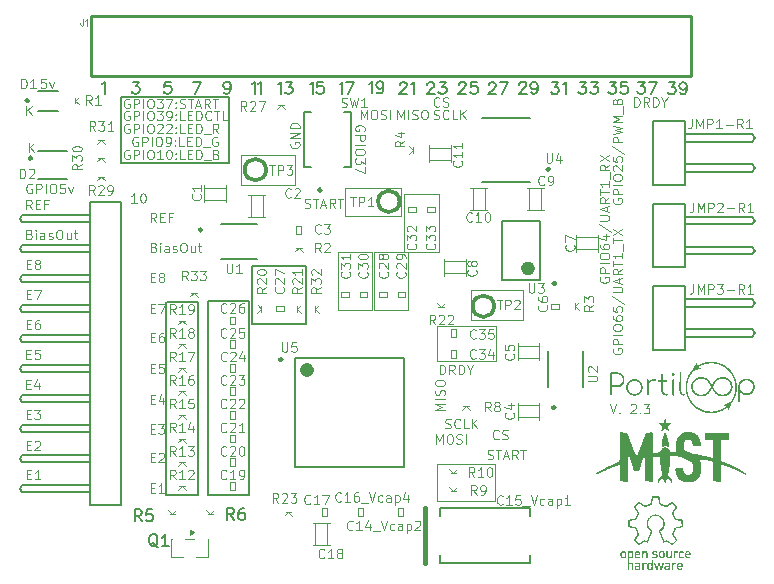
<source format=gbr>
%TF.GenerationSoftware,KiCad,Pcbnew,9.0.6*%
%TF.CreationDate,2025-12-10T21:10:52-05:00*%
%TF.ProjectId,portiloop,706f7274-696c-46f6-9f70-2e6b69636164,2.3*%
%TF.SameCoordinates,Original*%
%TF.FileFunction,Legend,Top*%
%TF.FilePolarity,Positive*%
%FSLAX46Y46*%
G04 Gerber Fmt 4.6, Leading zero omitted, Abs format (unit mm)*
G04 Created by KiCad (PCBNEW 9.0.6) date 2025-12-10 21:10:52*
%MOMM*%
%LPD*%
G01*
G04 APERTURE LIST*
%ADD10C,0.156870*%
%ADD11C,0.078440*%
%ADD12C,0.150000*%
%ADD13C,0.000000*%
%ADD14C,0.108990*%
%ADD15C,0.132990*%
%ADD16C,0.109470*%
%ADD17C,0.250010*%
%ADD18C,0.120000*%
%ADD19C,0.100000*%
%ADD20C,0.200000*%
%ADD21C,0.250000*%
%ADD22C,0.600000*%
%ADD23C,0.300000*%
%ADD24C,0.400000*%
G04 APERTURE END LIST*
D10*
X97694800Y-44344760D02*
X97694800Y-44248170D01*
X92101550Y-43799370D02*
X92199260Y-43749950D01*
X84194530Y-44578540D02*
X84340530Y-44626830D01*
X84194530Y-43607070D02*
X84679690Y-43607070D01*
X94678150Y-44022720D02*
X94969030Y-43634150D01*
X102065660Y-43865540D02*
X102115070Y-43719540D01*
D11*
X77259510Y-38800850D02*
X77283670Y-38727850D01*
D12*
X84349480Y-78618510D02*
X87027520Y-78618510D01*
D10*
X102405950Y-43574660D02*
X102551950Y-43622970D01*
X125367520Y-44630560D02*
X125853830Y-43610800D01*
X91544120Y-43799370D02*
X91641830Y-43749950D01*
X114391980Y-43616060D02*
X114586260Y-43616060D01*
X124713520Y-44582280D02*
X124810090Y-44484560D01*
X127350300Y-44076720D02*
X127398610Y-44125000D01*
X122335140Y-44054420D02*
X122383430Y-44102700D01*
X102211660Y-44157540D02*
X102357660Y-44205850D01*
X84146240Y-44529120D02*
X84194530Y-44578540D01*
X101508230Y-43768970D02*
X101605920Y-43719540D01*
X127907720Y-44222720D02*
X128053720Y-44271000D01*
D11*
X77137670Y-38849720D02*
X77186510Y-38849720D01*
D13*
G36*
X125453820Y-84075850D02*
G01*
X125497200Y-84079470D01*
X125513470Y-84092120D01*
X125517080Y-84106580D01*
X125520700Y-84131890D01*
X125517080Y-84142740D01*
X125518890Y-84900160D01*
X125515280Y-84914620D01*
X125502620Y-84934510D01*
X125489970Y-84958010D01*
X125408620Y-84956200D01*
X125405010Y-84927280D01*
X125397780Y-84909200D01*
X125388740Y-84892930D01*
X125376090Y-84891120D01*
X125361620Y-84898350D01*
X125358010Y-84905580D01*
X125341740Y-84921850D01*
X125318240Y-84927280D01*
X125300160Y-84934510D01*
X125292930Y-84941740D01*
X125287510Y-84958010D01*
X125177240Y-84956200D01*
X125173620Y-84941740D01*
X125164590Y-84932700D01*
X125119390Y-84916430D01*
X125113970Y-84911010D01*
X125106740Y-84907390D01*
X125086850Y-84887510D01*
X125083240Y-84880280D01*
X125057930Y-84854970D01*
X125050700Y-84836890D01*
X125045280Y-84817010D01*
X125041660Y-84798930D01*
X125036240Y-84779040D01*
X125029010Y-84735660D01*
X125025390Y-84688660D01*
X125025616Y-84677810D01*
X125148320Y-84677810D01*
X125148320Y-84681430D01*
X125153740Y-84744700D01*
X125157360Y-84759160D01*
X125171820Y-84780850D01*
X125184470Y-84793510D01*
X125188090Y-84800740D01*
X125197120Y-84813390D01*
X125215200Y-84820620D01*
X125258590Y-84827850D01*
X125316430Y-84824240D01*
X125327280Y-84820620D01*
X125352590Y-84806160D01*
X125358010Y-84800740D01*
X125361620Y-84793510D01*
X125379700Y-84768200D01*
X125386930Y-84750120D01*
X125394160Y-84721200D01*
X125397780Y-84695890D01*
X125394160Y-84536810D01*
X125361620Y-84475350D01*
X125352590Y-84466310D01*
X125345360Y-84462700D01*
X125320050Y-84444620D01*
X125294740Y-84437390D01*
X125233280Y-84441010D01*
X125207970Y-84455470D01*
X125188090Y-84471740D01*
X125173620Y-84486200D01*
X125170010Y-84493430D01*
X125162780Y-84500660D01*
X125155550Y-84518740D01*
X125151930Y-84533200D01*
X125148320Y-84623580D01*
X125148320Y-84677810D01*
X125025616Y-84677810D01*
X125026748Y-84623580D01*
X125029010Y-84515120D01*
X125032630Y-84504280D01*
X125036240Y-84489810D01*
X125041660Y-84469930D01*
X125045280Y-84455470D01*
X125048890Y-84437390D01*
X125056130Y-84419310D01*
X125074200Y-84397620D01*
X125083240Y-84388580D01*
X125086850Y-84381350D01*
X125092280Y-84375930D01*
X125094090Y-84374120D01*
X125099510Y-84368700D01*
X125117590Y-84357850D01*
X125132050Y-84343390D01*
X125150120Y-84336160D01*
X125175430Y-84332550D01*
X125189890Y-84328930D01*
X125215200Y-84325310D01*
X125244120Y-84321700D01*
X125254970Y-84325310D01*
X125283890Y-84328930D01*
X125294740Y-84332550D01*
X125318240Y-84337970D01*
X125330890Y-84343390D01*
X125339930Y-84348810D01*
X125343550Y-84356050D01*
X125359820Y-84372310D01*
X125374280Y-84375930D01*
X125388740Y-84372310D01*
X125397780Y-84363280D01*
X125401390Y-84330740D01*
X125397780Y-84319890D01*
X125401390Y-84088510D01*
X125414050Y-84075850D01*
X125428510Y-84072240D01*
X125453820Y-84075850D01*
G37*
D10*
X127761720Y-43979000D02*
X127761720Y-43930720D01*
D14*
X90627110Y-49830850D02*
X95189510Y-49830850D01*
D10*
X119787900Y-44064120D02*
X119836190Y-44112400D01*
X107700530Y-44021600D02*
X107846520Y-44021600D01*
X119545310Y-44015830D02*
X119691310Y-44015830D01*
X89714120Y-43749970D02*
X89763550Y-43944280D01*
X128394030Y-44222720D02*
X128394030Y-43979000D01*
D15*
X80501520Y-50466510D02*
X80501520Y-44866510D01*
D10*
X89180670Y-44478850D02*
X89228960Y-44576560D01*
X107457960Y-43633000D02*
X107991410Y-43633000D01*
X123281160Y-44589010D02*
X123378850Y-44491300D01*
X124228330Y-44532850D02*
X124276640Y-44582280D01*
X101605920Y-43719540D02*
X101751920Y-43574660D01*
X128248030Y-44611310D02*
X128344600Y-44465310D01*
D11*
X77283670Y-38727850D02*
X77283670Y-38339280D01*
D10*
X122844280Y-44589010D02*
X122990280Y-44637290D01*
X109046290Y-44644150D02*
X109726890Y-44644150D01*
X107894810Y-44604480D02*
X107991410Y-44506760D01*
X99084440Y-43789620D02*
X99230440Y-43644740D01*
X106463620Y-43729600D02*
X106511930Y-43681290D01*
X128102030Y-44271000D02*
X128248030Y-44222720D01*
X97646520Y-44102170D02*
X97694800Y-44248170D01*
D11*
X77562380Y-38849720D02*
X77562380Y-38339840D01*
D10*
X102648540Y-44400130D02*
X102697940Y-44157540D01*
X127107730Y-44028430D02*
X127398610Y-43639840D01*
X89617550Y-43653400D02*
X89714120Y-43749970D01*
X109580890Y-43672700D02*
X109629170Y-43720990D01*
X109192290Y-43672700D02*
X109290010Y-43624390D01*
D13*
G36*
X127256450Y-68291820D02*
G01*
X127269520Y-68294000D01*
X127273870Y-68295090D01*
X127280410Y-68296180D01*
X127285850Y-68297270D01*
X127291300Y-68299440D01*
X127292930Y-68301080D01*
X127295110Y-68302170D01*
X127297280Y-68304340D01*
X127301640Y-68305430D01*
X127311440Y-68310880D01*
X127316880Y-68316320D01*
X127322320Y-68319590D01*
X127326130Y-68323400D01*
X127327220Y-68325580D01*
X127328860Y-68327210D01*
X127331030Y-68328300D01*
X127334840Y-68332110D01*
X127339200Y-68339730D01*
X127343560Y-68344080D01*
X127345730Y-68349530D01*
X127349540Y-68359870D01*
X127354440Y-68371300D01*
X127355530Y-68375660D01*
X127356620Y-68389810D01*
X127357170Y-68409950D01*
X127356080Y-68428460D01*
X127354990Y-68435000D01*
X127353900Y-68439350D01*
X127351720Y-68444790D01*
X127345730Y-68458400D01*
X127343560Y-68463850D01*
X127338660Y-68469830D01*
X127333760Y-68478000D01*
X127332670Y-68480180D01*
X127323960Y-68488890D01*
X127322870Y-68491070D01*
X127320150Y-68493790D01*
X127314700Y-68497050D01*
X127308170Y-68503590D01*
X127301090Y-68506310D01*
X127292380Y-68511750D01*
X127290750Y-68513390D01*
X127283130Y-68515560D01*
X127275510Y-68516650D01*
X127264620Y-68519920D01*
X127260260Y-68521010D01*
X127245020Y-68523180D01*
X127224340Y-68522100D01*
X127221070Y-68521010D01*
X127213990Y-68519370D01*
X127204740Y-68516650D01*
X127197120Y-68515560D01*
X127190040Y-68512840D01*
X127187320Y-68510120D01*
X127185140Y-68509030D01*
X127170990Y-68501410D01*
X127164450Y-68494880D01*
X127162280Y-68493790D01*
X127156290Y-68487800D01*
X127155200Y-68485620D01*
X127149760Y-68480180D01*
X127148670Y-68478000D01*
X127144310Y-68470380D01*
X127142130Y-68468200D01*
X127141050Y-68466020D01*
X127138870Y-68463850D01*
X127136690Y-68456230D01*
X127132880Y-68445880D01*
X127130160Y-68439890D01*
X127126890Y-68426830D01*
X127126350Y-68400150D01*
X127127440Y-68380560D01*
X127128520Y-68375110D01*
X127129610Y-68370760D01*
X127135600Y-68357150D01*
X127136690Y-68352790D01*
X127142130Y-68342990D01*
X127144310Y-68340820D01*
X127145400Y-68338640D01*
X127151390Y-68329390D01*
X127153570Y-68328300D01*
X127158470Y-68323400D01*
X127159560Y-68321220D01*
X127162280Y-68318500D01*
X127169900Y-68314140D01*
X127173170Y-68310880D01*
X127175340Y-68309790D01*
X127193850Y-68299990D01*
X127201470Y-68296720D01*
X127211820Y-68295090D01*
X127222700Y-68292910D01*
X127229240Y-68291820D01*
X127240120Y-68290730D01*
X127240670Y-68290190D01*
X127241760Y-68290190D01*
X127256450Y-68291820D01*
G37*
D10*
X89131250Y-43944280D02*
X89180670Y-44090280D01*
D13*
G36*
X128505200Y-83338320D02*
G01*
X128528700Y-83343740D01*
X128559430Y-83356390D01*
X128573890Y-83360010D01*
X128602820Y-83370850D01*
X128622700Y-83387120D01*
X128631740Y-83396160D01*
X128638970Y-83399780D01*
X128655240Y-83412430D01*
X128658850Y-83419660D01*
X128675130Y-83439540D01*
X128687780Y-83452200D01*
X128693200Y-83472080D01*
X128696820Y-83486550D01*
X128704050Y-83504620D01*
X128711280Y-83511850D01*
X128727550Y-83517280D01*
X128725740Y-83699850D01*
X128366010Y-83698050D01*
X128353360Y-83703470D01*
X128344320Y-83712510D01*
X128340700Y-83726970D01*
X128344320Y-83763120D01*
X128358780Y-83788430D01*
X128366010Y-83795660D01*
X128369620Y-83802890D01*
X128393120Y-83826390D01*
X128400360Y-83830010D01*
X128411200Y-83840850D01*
X128429280Y-83848080D01*
X128454590Y-83851700D01*
X128548580Y-83848080D01*
X128573890Y-83833620D01*
X128581120Y-83826390D01*
X128588360Y-83822770D01*
X128613660Y-83811930D01*
X128628120Y-83808310D01*
X128646200Y-83815550D01*
X128655240Y-83820970D01*
X128658850Y-83828200D01*
X128671510Y-83840850D01*
X128678740Y-83844470D01*
X128685970Y-83851700D01*
X128691390Y-83853510D01*
X128695010Y-83864350D01*
X128695010Y-83867970D01*
X128691390Y-83886050D01*
X128675130Y-83905930D01*
X128667890Y-83909550D01*
X128635360Y-83927620D01*
X128624510Y-83938470D01*
X128617280Y-83942080D01*
X128599200Y-83949320D01*
X128564860Y-83954740D01*
X128528700Y-83961970D01*
X128447360Y-83963780D01*
X128436510Y-83960160D01*
X128362390Y-83943890D01*
X128349740Y-83934850D01*
X128338890Y-83924010D01*
X128313590Y-83909550D01*
X128279240Y-83875200D01*
X128264780Y-83849890D01*
X128253930Y-83839050D01*
X128246700Y-83820970D01*
X128243090Y-83806510D01*
X128234050Y-83768550D01*
X128230430Y-83754080D01*
X128225010Y-83737810D01*
X128221390Y-83723350D01*
X128217780Y-83676350D01*
X128215970Y-83649240D01*
X128219590Y-83598620D01*
X128222899Y-83578740D01*
X128340700Y-83578740D01*
X128353360Y-83598620D01*
X128367820Y-83602240D01*
X128400360Y-83602240D01*
X128584740Y-83598620D01*
X128593780Y-83589580D01*
X128597390Y-83575120D01*
X128591970Y-83533550D01*
X128588360Y-83519080D01*
X128579320Y-83506430D01*
X128561240Y-83488350D01*
X128557620Y-83481120D01*
X128544970Y-83468470D01*
X128519660Y-83461240D01*
X128490740Y-83454010D01*
X128465430Y-83450390D01*
X128450970Y-83454010D01*
X128427470Y-83459430D01*
X128413010Y-83463050D01*
X128394930Y-83470280D01*
X128384090Y-83477510D01*
X128380470Y-83484740D01*
X128364200Y-83504620D01*
X128351550Y-83517280D01*
X128344320Y-83542580D01*
X128340700Y-83578740D01*
X128222899Y-83578740D01*
X128223200Y-83576930D01*
X128226820Y-83562470D01*
X128235860Y-83531740D01*
X128243090Y-83502810D01*
X128248510Y-83482930D01*
X128253930Y-83470280D01*
X128279240Y-83434120D01*
X128282860Y-83426890D01*
X128299120Y-83407010D01*
X128319010Y-83390740D01*
X128324430Y-83385310D01*
X128331660Y-83381700D01*
X128342510Y-83370850D01*
X128360590Y-83363620D01*
X128375050Y-83360010D01*
X128393120Y-83352780D01*
X128418430Y-83341930D01*
X128432890Y-83338320D01*
X128479890Y-83334700D01*
X128505200Y-83338320D01*
G37*
D14*
X90627110Y-52370850D02*
X90627110Y-49830850D01*
D16*
X112222010Y-67280850D02*
X112217010Y-64300850D01*
D10*
X89423270Y-43605110D02*
X89471550Y-43605110D01*
X107991410Y-44506760D02*
X108040810Y-44360760D01*
X109629170Y-44012990D02*
X109678580Y-43915270D01*
D15*
X89601520Y-50466510D02*
X80501520Y-50466510D01*
D10*
X122990280Y-43956700D02*
X123135170Y-43956700D01*
X104606140Y-44024010D02*
X104655550Y-43926320D01*
D16*
X107194510Y-67280850D02*
X112222010Y-67280850D01*
D10*
X117224710Y-44031150D02*
X117515590Y-43642580D01*
X109095700Y-43818700D02*
X109144010Y-43720990D01*
X97063640Y-44053880D02*
X97111930Y-43617000D01*
X102405950Y-44205850D02*
X102551950Y-44157540D01*
D13*
G36*
X128605340Y-73261050D02*
G01*
X128618310Y-73265380D01*
X128668050Y-73271870D01*
X128694000Y-73276190D01*
X128728590Y-73280510D01*
X128786980Y-73287000D01*
X128817250Y-73291320D01*
X128845360Y-73297810D01*
X128879960Y-73310790D01*
X128903740Y-73321600D01*
X128975100Y-73336730D01*
X129001050Y-73354030D01*
X129024830Y-73364840D01*
X129042130Y-73369170D01*
X129070240Y-73379980D01*
X129076730Y-73386470D01*
X129085380Y-73390790D01*
X129098350Y-73403770D01*
X129119980Y-73412420D01*
X129150250Y-73429720D01*
X129163230Y-73442690D01*
X129171870Y-73447010D01*
X129202150Y-73464310D01*
X129232420Y-73494590D01*
X129241070Y-73498910D01*
X129260530Y-73514050D01*
X129264850Y-73522700D01*
X129279990Y-73537830D01*
X129288640Y-73542160D01*
X129295130Y-73548640D01*
X129299450Y-73557290D01*
X129308100Y-73565940D01*
X129312420Y-73574590D01*
X129327560Y-73585400D01*
X129338370Y-73596220D01*
X129355670Y-73626490D01*
X129372970Y-73643790D01*
X129377300Y-73652440D01*
X129398920Y-73691360D01*
X129411890Y-73704330D01*
X129416220Y-73712980D01*
X129424870Y-73734610D01*
X129450810Y-73782180D01*
X129468110Y-73821100D01*
X129474600Y-73849210D01*
X129483250Y-73870830D01*
X129489740Y-73877320D01*
X129502710Y-73907590D01*
X129507040Y-73924890D01*
X129513520Y-73965980D01*
X129517850Y-73987600D01*
X129530820Y-74022200D01*
X129537310Y-74045980D01*
X129541630Y-74063280D01*
X129545960Y-74093550D01*
X129554610Y-74180050D01*
X129561100Y-74255730D01*
X129565420Y-74294650D01*
X129569740Y-74389790D01*
X129571910Y-74430880D01*
X129550280Y-74461150D01*
X129526500Y-74467640D01*
X129145930Y-74463310D01*
X129132950Y-74458990D01*
X129005370Y-74452500D01*
X128936180Y-74448180D01*
X128918880Y-74443850D01*
X128903740Y-74433040D01*
X128897260Y-74426550D01*
X128888610Y-74374660D01*
X128877800Y-74311950D01*
X128873470Y-74294650D01*
X128864820Y-74273030D01*
X128854010Y-74236270D01*
X128849690Y-74218970D01*
X128838870Y-74147610D01*
X128834550Y-74130310D01*
X128810760Y-74054630D01*
X128806440Y-74037330D01*
X128791300Y-74004900D01*
X128761030Y-73991920D01*
X128737240Y-73985440D01*
X128713460Y-73970300D01*
X128665890Y-73948680D01*
X128639940Y-73944350D01*
X128583720Y-73918400D01*
X128566420Y-73914080D01*
X128479920Y-73905430D01*
X128371810Y-73909750D01*
X128358830Y-73914080D01*
X128319910Y-73935700D01*
X128311260Y-73944350D01*
X128283150Y-73955160D01*
X128257200Y-73981110D01*
X128252880Y-73989760D01*
X128226930Y-74011380D01*
X128200980Y-74058960D01*
X128192330Y-74067600D01*
X128183680Y-74089230D01*
X128177200Y-74113010D01*
X128172870Y-74130310D01*
X128149090Y-74184370D01*
X128144760Y-74201670D01*
X128140440Y-74231940D01*
X128136110Y-74301140D01*
X128131790Y-74318440D01*
X128125300Y-74368170D01*
X128123140Y-74435200D01*
X128127460Y-74448180D01*
X128131790Y-74478450D01*
X128136110Y-74495750D01*
X128142600Y-74554130D01*
X128146930Y-74575750D01*
X128153410Y-74599540D01*
X128170710Y-74638460D01*
X128179360Y-74668740D01*
X128188010Y-74707660D01*
X128213960Y-74750900D01*
X128222610Y-74781180D01*
X128231260Y-74802800D01*
X128250720Y-74822260D01*
X128280990Y-74839560D01*
X128289640Y-74848210D01*
X128298290Y-74852540D01*
X128319910Y-74861180D01*
X128348020Y-74872000D01*
X128371810Y-74887130D01*
X128380460Y-74895780D01*
X128410730Y-74904430D01*
X128438840Y-74915240D01*
X128471280Y-74939030D01*
X128492900Y-74947680D01*
X128516680Y-74954170D01*
X128542630Y-74971460D01*
X128566420Y-74982280D01*
X128583720Y-74986600D01*
X128624800Y-75001740D01*
X128639940Y-75012550D01*
X128670210Y-75025520D01*
X128704810Y-75034170D01*
X128735080Y-75051470D01*
X128774000Y-75068770D01*
X128804280Y-75073090D01*
X128845360Y-75079580D01*
X128866980Y-75083900D01*
X128884280Y-75088230D01*
X128908070Y-75094720D01*
X128942660Y-75103370D01*
X128972940Y-75107690D01*
X128990240Y-75112020D01*
X129061590Y-75118500D01*
X129083220Y-75122830D01*
X129135110Y-75135800D01*
X129158900Y-75142290D01*
X129189170Y-75146610D01*
X129206470Y-75150940D01*
X129262690Y-75155260D01*
X129292960Y-75159590D01*
X129310260Y-75163910D01*
X129338370Y-75170400D01*
X129375130Y-75181210D01*
X129409730Y-75189860D01*
X129440000Y-75194190D01*
X129483250Y-75198510D01*
X129528660Y-75209320D01*
X129550280Y-75217970D01*
X129574070Y-75224460D01*
X129591370Y-75228780D01*
X129621640Y-75233110D01*
X129638940Y-75237430D01*
X129690830Y-75241750D01*
X129703810Y-75246080D01*
X129773000Y-75267700D01*
X129790300Y-75272030D01*
X129850850Y-75280680D01*
X129900580Y-75291490D01*
X129963290Y-75310950D01*
X129980590Y-75315270D01*
X130073570Y-75330410D01*
X130090870Y-75334740D01*
X130153580Y-75354200D01*
X130170870Y-75358520D01*
X130237910Y-75369330D01*
X130255210Y-75373660D01*
X130276830Y-75382310D01*
X130326560Y-75397440D01*
X130356830Y-75401770D01*
X130419540Y-75412580D01*
X130462790Y-75429880D01*
X130486580Y-75436370D01*
X130503880Y-75440690D01*
X130534150Y-75445020D01*
X130551450Y-75449340D01*
X130579560Y-75451500D01*
X130601180Y-75442850D01*
X130609830Y-75421230D01*
X130605510Y-73959490D01*
X130590370Y-73940030D01*
X130560100Y-73931380D01*
X129952480Y-73933540D01*
X129930850Y-73929210D01*
X129924370Y-73922730D01*
X129915720Y-73918400D01*
X129904910Y-73894620D01*
X129900580Y-73864350D01*
X129904910Y-73847050D01*
X129902740Y-73356200D01*
X129907070Y-73338900D01*
X129917880Y-73323760D01*
X129924370Y-73317270D01*
X129945990Y-73308620D01*
X131952640Y-73312950D01*
X131961290Y-73321600D01*
X131969940Y-73325920D01*
X131980750Y-73354030D01*
X131976430Y-73903270D01*
X131956970Y-73927050D01*
X131922370Y-73935700D01*
X131879120Y-73931380D01*
X131299620Y-73935700D01*
X131275830Y-73959490D01*
X131271510Y-73989760D01*
X131275830Y-74058960D01*
X131273670Y-74260050D01*
X131275830Y-74301140D01*
X131271510Y-74314110D01*
X131275830Y-74941190D01*
X131280160Y-74954170D01*
X131286640Y-75241750D01*
X131290970Y-75470960D01*
X131295290Y-75687200D01*
X131299620Y-75704500D01*
X131308270Y-75721790D01*
X131316910Y-75726120D01*
X131329890Y-75730450D01*
X131347190Y-75734770D01*
X131375300Y-75741260D01*
X131429360Y-75769370D01*
X131463950Y-75778020D01*
X131487740Y-75784500D01*
X131502880Y-75790990D01*
X131528820Y-75808290D01*
X131559100Y-75816940D01*
X131587210Y-75823420D01*
X131630450Y-75849370D01*
X131654240Y-75855860D01*
X131671540Y-75860190D01*
X131699650Y-75871000D01*
X131753710Y-75899110D01*
X131781820Y-75905590D01*
X131803440Y-75914240D01*
X131818580Y-75925060D01*
X131848850Y-75938030D01*
X131866150Y-75942360D01*
X131894260Y-75953170D01*
X131913720Y-75968300D01*
X131943990Y-75981280D01*
X131967780Y-75987760D01*
X131989400Y-75996410D01*
X132004540Y-76007220D01*
X132043460Y-76024520D01*
X132060760Y-76028850D01*
X132082380Y-76037500D01*
X132112660Y-76059120D01*
X132142930Y-76067770D01*
X132171040Y-76078580D01*
X132181850Y-76089390D01*
X132190500Y-76093720D01*
X132229420Y-76111020D01*
X132246720Y-76115340D01*
X132289970Y-76145610D01*
X132318080Y-76152100D01*
X132339700Y-76160750D01*
X132346190Y-76167240D01*
X132354840Y-76171560D01*
X132363490Y-76180210D01*
X132385110Y-76188860D01*
X132402410Y-76193190D01*
X132432680Y-76210490D01*
X132441330Y-76219130D01*
X132449980Y-76223460D01*
X132471600Y-76232110D01*
X132499710Y-76242920D01*
X132532150Y-76266710D01*
X132573230Y-76281840D01*
X132599180Y-76299140D01*
X132605670Y-76305630D01*
X132627290Y-76314280D01*
X132655400Y-76325090D01*
X132670540Y-76335900D01*
X132679190Y-76344550D01*
X132687840Y-76348870D01*
X132709460Y-76357520D01*
X132748380Y-76379150D01*
X132761360Y-76392120D01*
X132808930Y-76409420D01*
X132832720Y-76428880D01*
X132856500Y-76439690D01*
X132895420Y-76461320D01*
X132908400Y-76474290D01*
X132949480Y-76489430D01*
X132968940Y-76508890D01*
X132977590Y-76513210D01*
X133033810Y-76543480D01*
X133046790Y-76556460D01*
X133068410Y-76565110D01*
X133098680Y-76582410D01*
X133107330Y-76591060D01*
X133115980Y-76595380D01*
X133172200Y-76625650D01*
X133185180Y-76638630D01*
X133232750Y-76664580D01*
X133245720Y-76677550D01*
X133254370Y-76681870D01*
X133301940Y-76707820D01*
X133319240Y-76725120D01*
X133347350Y-76735930D01*
X133362490Y-76746750D01*
X133379790Y-76764040D01*
X133410060Y-76781340D01*
X133420870Y-76792150D01*
X133416550Y-76822430D01*
X133397090Y-76846210D01*
X133388440Y-76854860D01*
X133358160Y-76867830D01*
X133327890Y-76863510D01*
X133306270Y-76854860D01*
X133278160Y-76844050D01*
X133267340Y-76833240D01*
X133258700Y-76828910D01*
X133219770Y-76811610D01*
X133202480Y-76807290D01*
X133193830Y-76798640D01*
X133185180Y-76794320D01*
X133176530Y-76785670D01*
X133167880Y-76781340D01*
X133146260Y-76772690D01*
X133128960Y-76768370D01*
X133087870Y-76740260D01*
X133040300Y-76722960D01*
X133016510Y-76707820D01*
X133007860Y-76699170D01*
X132953810Y-76679710D01*
X132938670Y-76668900D01*
X132912720Y-76651600D01*
X132884610Y-76645110D01*
X132850010Y-76623490D01*
X132843530Y-76617000D01*
X132800280Y-76604030D01*
X132778660Y-76595380D01*
X132748380Y-76573760D01*
X132731080Y-76569430D01*
X132690000Y-76554300D01*
X132664050Y-76537000D01*
X132635940Y-76526190D01*
X132594860Y-76511050D01*
X132575400Y-76495910D01*
X132553770Y-76487260D01*
X132536470Y-76482940D01*
X132501880Y-76469960D01*
X132471600Y-76448340D01*
X132441330Y-76439690D01*
X132424030Y-76435370D01*
X132376460Y-76405100D01*
X132341860Y-76396450D01*
X132313750Y-76385630D01*
X132294290Y-76370500D01*
X132264020Y-76361850D01*
X132246720Y-76357520D01*
X132205640Y-76342390D01*
X132199150Y-76335900D01*
X132190500Y-76331570D01*
X132160230Y-76318600D01*
X132132120Y-76312110D01*
X132110490Y-76303460D01*
X132084550Y-76286170D01*
X132047790Y-76275350D01*
X132006700Y-76260220D01*
X131974270Y-76240760D01*
X131950480Y-76234270D01*
X131928860Y-76229940D01*
X131907230Y-76221300D01*
X131874800Y-76201830D01*
X131844530Y-76193190D01*
X131816420Y-76186700D01*
X131794790Y-76178050D01*
X131758030Y-76158590D01*
X131723430Y-76149940D01*
X131695320Y-76143450D01*
X131673700Y-76134800D01*
X131645590Y-76119670D01*
X131615320Y-76111020D01*
X131598020Y-76106690D01*
X131574230Y-76100200D01*
X131559100Y-76093720D01*
X131511530Y-76072090D01*
X131494230Y-76067770D01*
X131455300Y-76059120D01*
X131390430Y-76028850D01*
X131373130Y-76024520D01*
X131338540Y-76020200D01*
X131316910Y-76033170D01*
X131310430Y-76052630D01*
X131306100Y-76069930D01*
X131299620Y-76180210D01*
X131295290Y-76266710D01*
X131290970Y-76374820D01*
X131286640Y-76500240D01*
X131282320Y-76591060D01*
X131277990Y-76664580D01*
X131271510Y-76792150D01*
X131267180Y-77146780D01*
X131271510Y-77427880D01*
X131252050Y-77451670D01*
X131230420Y-77460320D01*
X130637940Y-77455990D01*
X130618480Y-77440860D01*
X130609830Y-77419230D01*
X130614150Y-77077580D01*
X130609830Y-76606190D01*
X130605510Y-76593220D01*
X130599020Y-76435370D01*
X130594690Y-76314280D01*
X130590370Y-76171560D01*
X130586040Y-76041820D01*
X130581720Y-75951000D01*
X130577400Y-75890460D01*
X130573070Y-75808290D01*
X130566580Y-75793150D01*
X130551450Y-75778020D01*
X130529820Y-75769370D01*
X130501710Y-75758560D01*
X130480090Y-75749900D01*
X130460630Y-75743420D01*
X130443330Y-75739090D01*
X130413060Y-75734770D01*
X130395760Y-75730450D01*
X130371970Y-75723960D01*
X130350350Y-75715310D01*
X130322240Y-75704500D01*
X130287640Y-75695850D01*
X130229260Y-75689360D01*
X130207640Y-75685040D01*
X130190340Y-75680710D01*
X130140600Y-75665570D01*
X130106000Y-75656930D01*
X130062760Y-75652600D01*
X129971940Y-75639630D01*
X129954640Y-75635300D01*
X129926530Y-75628820D01*
X129900580Y-75624490D01*
X129878960Y-75620170D01*
X129844360Y-75615840D01*
X129796790Y-75611520D01*
X129723270Y-75607190D01*
X129636780Y-75602870D01*
X129576230Y-75598540D01*
X129550280Y-75594220D01*
X129530820Y-75592050D01*
X129509200Y-75605030D01*
X129504870Y-75622330D01*
X129502710Y-75633140D01*
X129507040Y-75646110D01*
X129513520Y-75678550D01*
X129517850Y-75695850D01*
X129526500Y-75717470D01*
X129541630Y-75754230D01*
X129550280Y-75788830D01*
X129556770Y-75842890D01*
X129561100Y-75864510D01*
X129580560Y-75927220D01*
X129584880Y-75944520D01*
X129589210Y-75974790D01*
X129595690Y-76067770D01*
X129600020Y-76106690D01*
X129604340Y-76154260D01*
X129608670Y-76253730D01*
X129610830Y-76351040D01*
X129606500Y-76364010D01*
X129600020Y-76469960D01*
X129595690Y-76521860D01*
X129591370Y-76569430D01*
X129587040Y-76608350D01*
X129582720Y-76642950D01*
X129578390Y-76664580D01*
X129574070Y-76681870D01*
X129563260Y-76709980D01*
X129554610Y-76744580D01*
X129550280Y-76787830D01*
X129545960Y-76805130D01*
X129539470Y-76828910D01*
X129526500Y-76863510D01*
X129515690Y-76891620D01*
X129511360Y-76908920D01*
X129500550Y-76954330D01*
X129491900Y-76975950D01*
X129481090Y-76995410D01*
X129472440Y-77025690D01*
X129461630Y-77053800D01*
X129450810Y-77068930D01*
X129433520Y-77086230D01*
X129407570Y-77133800D01*
X129398920Y-77138130D01*
X129394590Y-77146780D01*
X129385950Y-77155430D01*
X129381620Y-77164070D01*
X129362160Y-77187860D01*
X129353510Y-77192190D01*
X129331890Y-77222460D01*
X129323240Y-77226790D01*
X129279990Y-77270030D01*
X129271340Y-77274350D01*
X129241070Y-77304630D01*
X129202150Y-77326250D01*
X129184850Y-77343550D01*
X129154570Y-77356520D01*
X129145930Y-77360850D01*
X129122140Y-77380310D01*
X129098350Y-77391120D01*
X129068080Y-77399770D01*
X129037810Y-77417070D01*
X128998890Y-77434370D01*
X128962130Y-77440860D01*
X128914550Y-77458150D01*
X128877800Y-77468970D01*
X128860500Y-77473290D01*
X128817250Y-77477620D01*
X128724270Y-77488430D01*
X128698320Y-77492750D01*
X128681020Y-77497080D01*
X128659400Y-77501400D01*
X128620480Y-77505730D01*
X128568580Y-77510050D01*
X128337210Y-77512210D01*
X128324240Y-77507890D01*
X128274500Y-77501400D01*
X128248550Y-77497080D01*
X128205310Y-77488430D01*
X128188010Y-77484100D01*
X128129630Y-77477620D01*
X128112330Y-77473290D01*
X128088540Y-77466800D01*
X128066920Y-77458150D01*
X128060430Y-77451670D01*
X128017190Y-77438690D01*
X127989070Y-77432200D01*
X127967450Y-77423560D01*
X127952310Y-77408420D01*
X127930690Y-77399770D01*
X127902580Y-77388960D01*
X127878800Y-77373820D01*
X127870140Y-77365170D01*
X127861500Y-77360850D01*
X127822570Y-77339230D01*
X127800950Y-77317600D01*
X127779330Y-77304630D01*
X127744730Y-77270030D01*
X127736080Y-77265710D01*
X127720940Y-77250570D01*
X127716620Y-77241920D01*
X127710130Y-77235430D01*
X127701480Y-77231110D01*
X127686340Y-77215970D01*
X127682020Y-77207320D01*
X127662560Y-77183540D01*
X127643100Y-77164070D01*
X127625800Y-77133800D01*
X127617150Y-77125150D01*
X127612830Y-77116500D01*
X127604180Y-77107850D01*
X127599850Y-77090560D01*
X127582550Y-77060280D01*
X127565260Y-77042990D01*
X127558770Y-77019200D01*
X127545790Y-76984600D01*
X127526330Y-76956490D01*
X127517680Y-76926220D01*
X127513360Y-76908920D01*
X127506870Y-76885130D01*
X127483090Y-76835400D01*
X127476600Y-76807290D01*
X127467950Y-76751070D01*
X127463630Y-76733770D01*
X127444160Y-76671060D01*
X127439840Y-76653760D01*
X127422540Y-76433210D01*
X127418210Y-76389960D01*
X127422540Y-76359680D01*
X127437680Y-76344550D01*
X127472270Y-76335900D01*
X127515520Y-76340220D01*
X127852850Y-76344550D01*
X127865820Y-76348870D01*
X128028000Y-76355360D01*
X128053940Y-76359680D01*
X128077730Y-76374820D01*
X128084220Y-76394280D01*
X128090700Y-76474290D01*
X128099350Y-76560780D01*
X128103680Y-76586730D01*
X128108000Y-76604030D01*
X128131790Y-76649440D01*
X128136110Y-76666740D01*
X128149090Y-76701340D01*
X128168550Y-76725120D01*
X128188010Y-76761880D01*
X128203150Y-76777020D01*
X128211790Y-76781340D01*
X128233420Y-76807290D01*
X128272340Y-76837560D01*
X128298290Y-76854860D01*
X128330720Y-76861350D01*
X128352350Y-76870000D01*
X128389110Y-76885130D01*
X128406400Y-76889460D01*
X128449650Y-76893780D01*
X128601020Y-76889460D01*
X128613990Y-76885130D01*
X128631290Y-76880810D01*
X128652910Y-76872160D01*
X128676700Y-76865670D01*
X128698320Y-76861350D01*
X128739410Y-76854860D01*
X128763190Y-76835400D01*
X128767520Y-76826750D01*
X128778330Y-76815940D01*
X128786980Y-76811610D01*
X128806440Y-76792150D01*
X128810760Y-76783500D01*
X128821580Y-76772690D01*
X128830220Y-76768370D01*
X128841040Y-76757560D01*
X128849690Y-76722960D01*
X128854010Y-76688360D01*
X128858330Y-76675390D01*
X128862660Y-76658090D01*
X128871310Y-76636470D01*
X128877800Y-76608350D01*
X128882120Y-76582410D01*
X128886440Y-76534840D01*
X128895100Y-76422390D01*
X128899420Y-76383470D01*
X128901580Y-76178050D01*
X128897260Y-76165080D01*
X128884280Y-75987760D01*
X128856170Y-75946680D01*
X128845360Y-75918570D01*
X128828060Y-75888300D01*
X128806440Y-75858020D01*
X128789140Y-75827750D01*
X128782650Y-75821260D01*
X128774000Y-75816940D01*
X128767520Y-75810450D01*
X128763190Y-75801800D01*
X128743730Y-75778020D01*
X128726430Y-75773690D01*
X128696160Y-75756390D01*
X128687510Y-75747740D01*
X128665890Y-75739090D01*
X128642100Y-75732610D01*
X128620480Y-75723960D01*
X128594530Y-75706660D01*
X128566420Y-75695850D01*
X128542630Y-75689360D01*
X128508030Y-75667740D01*
X128484250Y-75656930D01*
X128466950Y-75652600D01*
X128432350Y-75639630D01*
X128402080Y-75618000D01*
X128367480Y-75609350D01*
X128328560Y-75587730D01*
X128289640Y-75570430D01*
X128265850Y-75563940D01*
X128231260Y-75542320D01*
X128207470Y-75531510D01*
X128190170Y-75527180D01*
X128162060Y-75516370D01*
X128146930Y-75505560D01*
X128108000Y-75488260D01*
X128066920Y-75473130D01*
X128060430Y-75466640D01*
X128051780Y-75462320D01*
X128012860Y-75445020D01*
X127978260Y-75432040D01*
X127947990Y-75410420D01*
X127924200Y-75403930D01*
X127906910Y-75399610D01*
X127885280Y-75390960D01*
X127870140Y-75380150D01*
X127831220Y-75362850D01*
X127775000Y-75358520D01*
X127744730Y-75354200D01*
X127707970Y-75347710D01*
X127643100Y-75334740D01*
X127617150Y-75330410D01*
X127569580Y-75326090D01*
X127509040Y-75321760D01*
X127426870Y-75317440D01*
X127340370Y-75313110D01*
X127271180Y-75308790D01*
X127197660Y-75304460D01*
X126987910Y-75302300D01*
X126964120Y-75321760D01*
X126959800Y-75339060D01*
X126964120Y-75499070D01*
X126968450Y-75525020D01*
X126964120Y-75538000D01*
X126959800Y-75819100D01*
X126955480Y-75832070D01*
X126951150Y-75927220D01*
X126946830Y-75940190D01*
X126940340Y-76028850D01*
X126936010Y-76111020D01*
X126931690Y-76167240D01*
X126927360Y-76206160D01*
X126918720Y-76262380D01*
X126914390Y-76279680D01*
X126910070Y-76305630D01*
X126905740Y-76322930D01*
X126901420Y-76348870D01*
X126897090Y-76383470D01*
X126892770Y-76426720D01*
X126888440Y-76465640D01*
X126884120Y-76491590D01*
X126879790Y-76513210D01*
X126871140Y-76534840D01*
X126862500Y-76569430D01*
X126858170Y-76591060D01*
X126851680Y-76649440D01*
X126847360Y-76666740D01*
X126840870Y-76699170D01*
X126836550Y-76716470D01*
X126827900Y-76738090D01*
X126817090Y-76774860D01*
X126812760Y-76805130D01*
X126806270Y-76841890D01*
X126799790Y-76865670D01*
X126804110Y-76904600D01*
X126823570Y-76932710D01*
X126832220Y-76937030D01*
X126851680Y-76952170D01*
X126856010Y-76960820D01*
X126875470Y-76980280D01*
X126884120Y-76984600D01*
X126894930Y-76995410D01*
X126899250Y-77004060D01*
X126942500Y-77047310D01*
X126946830Y-77055960D01*
X126953310Y-77062450D01*
X126961960Y-77066770D01*
X126972780Y-77077580D01*
X126977100Y-77086230D01*
X126996560Y-77110020D01*
X127016020Y-77129480D01*
X127035480Y-77161910D01*
X127041970Y-77164070D01*
X127046290Y-77172730D01*
X127054940Y-77181370D01*
X127072240Y-77211650D01*
X127093860Y-77233270D01*
X127102510Y-77254900D01*
X127106840Y-77272190D01*
X127132790Y-77328410D01*
X127141440Y-77363010D01*
X127147920Y-77425720D01*
X127154410Y-77540320D01*
X127150080Y-77553300D01*
X127137110Y-77574920D01*
X127130630Y-77581410D01*
X127113330Y-77577080D01*
X127102510Y-77553300D01*
X127089540Y-77518700D01*
X127067920Y-77488430D01*
X127063590Y-77479780D01*
X127044130Y-77447340D01*
X127035480Y-77443020D01*
X127029000Y-77436530D01*
X127024670Y-77427880D01*
X127005210Y-77404090D01*
X126972780Y-77371660D01*
X126968450Y-77363010D01*
X126953310Y-77352200D01*
X126933850Y-77337060D01*
X126929530Y-77328410D01*
X126918720Y-77317600D01*
X126888440Y-77300300D01*
X126875470Y-77287330D01*
X126866820Y-77283010D01*
X126858170Y-77274350D01*
X126840870Y-77270030D01*
X126799790Y-77241920D01*
X126793300Y-77235430D01*
X126763030Y-77222460D01*
X126732760Y-77226790D01*
X126713290Y-77246240D01*
X126691670Y-77293820D01*
X126683020Y-77328410D01*
X126672210Y-77356520D01*
X126665720Y-77363010D01*
X126661400Y-77371660D01*
X126648420Y-77401930D01*
X126644100Y-77419230D01*
X126637610Y-77443020D01*
X126609500Y-77497080D01*
X126605180Y-77514370D01*
X126596530Y-77544650D01*
X126579230Y-77574920D01*
X126572740Y-77581410D01*
X126555440Y-77585730D01*
X126533820Y-77572760D01*
X126523010Y-77544650D01*
X126516520Y-77520860D01*
X126510030Y-77505730D01*
X126488410Y-77475450D01*
X126479760Y-77445180D01*
X126468950Y-77417070D01*
X126449490Y-77388960D01*
X126436510Y-77345710D01*
X126425700Y-77317600D01*
X126408400Y-77291650D01*
X126397590Y-77263540D01*
X126391100Y-77239760D01*
X126384620Y-77233270D01*
X126382460Y-77226790D01*
X126365160Y-77222460D01*
X126321910Y-77226790D01*
X126308940Y-77231110D01*
X126287310Y-77239760D01*
X126257040Y-77261380D01*
X126235420Y-77270030D01*
X126205140Y-77287330D01*
X126187840Y-77304630D01*
X126157570Y-77321930D01*
X126146760Y-77332740D01*
X126142440Y-77341390D01*
X126135950Y-77347870D01*
X126127300Y-77352200D01*
X126107840Y-77371660D01*
X126103510Y-77380310D01*
X126094860Y-77388960D01*
X126092700Y-77395450D01*
X126084050Y-77399770D01*
X126073240Y-77410580D01*
X126068920Y-77419230D01*
X126042970Y-77466800D01*
X126034320Y-77475450D01*
X126025670Y-77505730D01*
X126010530Y-77546810D01*
X126006210Y-77555460D01*
X125995400Y-77557620D01*
X125980260Y-77546810D01*
X125969450Y-77523030D01*
X125965120Y-77479780D01*
X125969450Y-77436530D01*
X125973770Y-77367340D01*
X125978100Y-77354360D01*
X125984590Y-77300300D01*
X125988910Y-77283010D01*
X125995400Y-77267870D01*
X126012700Y-77241920D01*
X126021340Y-77211650D01*
X126038640Y-77181370D01*
X126055940Y-77164070D01*
X126081890Y-77116500D01*
X126097030Y-77105690D01*
X126107840Y-77094880D01*
X126112160Y-77086230D01*
X126135950Y-77062450D01*
X126144600Y-77058120D01*
X126170550Y-77032170D01*
X126179200Y-77027850D01*
X126209470Y-77010550D01*
X126226770Y-76993250D01*
X126235420Y-76988930D01*
X126265690Y-76975950D01*
X126295960Y-76958650D01*
X126319750Y-76934870D01*
X126324070Y-76917570D01*
X126319750Y-76882970D01*
X126315420Y-76870000D01*
X126311100Y-76852700D01*
X126304610Y-76811610D01*
X126291640Y-76777020D01*
X126280830Y-76748910D01*
X126276500Y-76718640D01*
X126272180Y-76701340D01*
X126265690Y-76651600D01*
X126261360Y-76629980D01*
X126246230Y-76580240D01*
X126237580Y-76549970D01*
X126233250Y-76519700D01*
X126228930Y-76476450D01*
X126224610Y-76446180D01*
X126213790Y-76396450D01*
X126207310Y-76372660D01*
X126198660Y-76342390D01*
X126192170Y-76288330D01*
X126187840Y-76240760D01*
X126183520Y-76197510D01*
X126179200Y-76162910D01*
X126174870Y-76141290D01*
X126161900Y-76063440D01*
X126155410Y-76005060D01*
X126151090Y-75974790D01*
X126146760Y-75879650D01*
X126140270Y-75769370D01*
X126135950Y-75687200D01*
X126131620Y-75609350D01*
X126125140Y-75416910D01*
X126129460Y-75403930D01*
X126122970Y-75371500D01*
X126112160Y-75356360D01*
X126092700Y-75349870D01*
X126075400Y-75345550D01*
X126062430Y-75349870D01*
X126019180Y-75354200D01*
X125988910Y-75358520D01*
X125869980Y-75365010D01*
X125742400Y-75371500D01*
X125608340Y-75375820D01*
X125573740Y-75384470D01*
X125549950Y-75403930D01*
X125545630Y-75434210D01*
X125541300Y-77432200D01*
X125526170Y-77451670D01*
X125495890Y-77460320D01*
X124907740Y-77455990D01*
X124899090Y-77447340D01*
X124890440Y-77443020D01*
X124879630Y-77414910D01*
X124873140Y-76794320D01*
X124868820Y-76604030D01*
X124864490Y-76348870D01*
X124860170Y-76106690D01*
X124855840Y-75894780D01*
X124851520Y-75756390D01*
X124847190Y-75652600D01*
X124838550Y-75531510D01*
X124834220Y-75475290D01*
X124829900Y-75406090D01*
X124825570Y-75250410D01*
X124827730Y-75243920D01*
X124823410Y-75230940D01*
X124819080Y-75179050D01*
X124806110Y-75157420D01*
X124795300Y-75155260D01*
X124784490Y-75166070D01*
X124778000Y-75194190D01*
X124773670Y-75220130D01*
X124769350Y-75241750D01*
X124756380Y-75276350D01*
X124747730Y-75297980D01*
X124741240Y-75321760D01*
X124736910Y-75339060D01*
X124730430Y-75367170D01*
X124721780Y-75388800D01*
X124697990Y-75442850D01*
X124693670Y-75473130D01*
X124689340Y-75490430D01*
X124680690Y-75512050D01*
X124659070Y-75559620D01*
X124648260Y-75609350D01*
X124643930Y-75626650D01*
X124620150Y-75676390D01*
X124611500Y-75710980D01*
X124605010Y-75743420D01*
X124596360Y-75765040D01*
X124572580Y-75819100D01*
X124566090Y-75860190D01*
X124559600Y-75883970D01*
X124537980Y-75931540D01*
X124529330Y-75966140D01*
X124522840Y-75998580D01*
X124518520Y-76015870D01*
X124509870Y-76037500D01*
X124494730Y-76074260D01*
X124490410Y-76091550D01*
X124475270Y-76158590D01*
X124451480Y-76212650D01*
X124442840Y-76264540D01*
X124427700Y-76305630D01*
X124416890Y-76329410D01*
X124408240Y-76359680D01*
X124403910Y-76376980D01*
X124397430Y-76409420D01*
X124393100Y-76426720D01*
X124371480Y-76474290D01*
X124367150Y-76491590D01*
X124362830Y-76513210D01*
X124358510Y-76539160D01*
X124349860Y-76560780D01*
X124332560Y-76578080D01*
X124302290Y-76586730D01*
X124284990Y-76591060D01*
X124133620Y-76586730D01*
X124120650Y-76582410D01*
X124068750Y-76573760D01*
X124051450Y-76569430D01*
X123988750Y-76562950D01*
X123971450Y-76558620D01*
X123949820Y-76549970D01*
X123943330Y-76543480D01*
X123934690Y-76539160D01*
X123915220Y-76519700D01*
X123906580Y-76489430D01*
X123902250Y-76472130D01*
X123895760Y-76444020D01*
X123871980Y-76398610D01*
X123867650Y-76381310D01*
X123861170Y-76353200D01*
X123856840Y-76331570D01*
X123848190Y-76309950D01*
X123841710Y-76303460D01*
X123828730Y-76273190D01*
X123817920Y-76223460D01*
X123813590Y-76206160D01*
X123789810Y-76156430D01*
X123781160Y-76121830D01*
X123774670Y-76093720D01*
X123766030Y-76072090D01*
X123742240Y-76018040D01*
X123731430Y-75968300D01*
X123722780Y-75946680D01*
X123711970Y-75927220D01*
X123703320Y-75905590D01*
X123698990Y-75888300D01*
X123692500Y-75855860D01*
X123679530Y-75821260D01*
X123673040Y-75814780D01*
X123660070Y-75771530D01*
X123655750Y-75754230D01*
X123649260Y-75726120D01*
X123640610Y-75704500D01*
X123621150Y-75659090D01*
X123616820Y-75641790D01*
X123606010Y-75596380D01*
X123597360Y-75574760D01*
X123586550Y-75555290D01*
X123573580Y-75512050D01*
X123567090Y-75479610D01*
X123558440Y-75457990D01*
X123534650Y-75403930D01*
X123530330Y-75373660D01*
X123515190Y-75332570D01*
X123506540Y-75310950D01*
X123500060Y-75287160D01*
X123495730Y-75269870D01*
X123491410Y-75239590D01*
X123487080Y-75222300D01*
X123476270Y-75198510D01*
X123465460Y-75196350D01*
X123456810Y-75205000D01*
X123448160Y-75235270D01*
X123443840Y-75252570D01*
X123446000Y-75401770D01*
X123441670Y-75622330D01*
X123437350Y-75799640D01*
X123433020Y-75955330D01*
X123424370Y-76219130D01*
X123415730Y-76448340D01*
X123411400Y-76604030D01*
X123407070Y-76833240D01*
X123402750Y-77040820D01*
X123398430Y-77187860D01*
X123389780Y-77408420D01*
X123385450Y-77425720D01*
X123370320Y-77449500D01*
X123342210Y-77460320D01*
X122749730Y-77455990D01*
X122730260Y-77440860D01*
X122721610Y-77419230D01*
X122717290Y-76074260D01*
X122710800Y-76067770D01*
X122693500Y-76063440D01*
X122641610Y-76067770D01*
X122619980Y-76076420D01*
X122591870Y-76087230D01*
X122568090Y-76098040D01*
X122516190Y-76111020D01*
X122490240Y-76115340D01*
X122442670Y-76136960D01*
X122412400Y-76145610D01*
X122395100Y-76149940D01*
X122362660Y-76156430D01*
X122341040Y-76165080D01*
X122286980Y-76188860D01*
X122241580Y-76199670D01*
X122219950Y-76208320D01*
X122213460Y-76214810D01*
X122183190Y-76227780D01*
X122155080Y-76234270D01*
X122137780Y-76238600D01*
X122116160Y-76247240D01*
X122109670Y-76253730D01*
X122079400Y-76266710D01*
X122062100Y-76271030D01*
X122033990Y-76277520D01*
X122016690Y-76281840D01*
X121945330Y-76314280D01*
X121917220Y-76320760D01*
X121882630Y-76342390D01*
X121858840Y-76353200D01*
X121841540Y-76357520D01*
X121813430Y-76368340D01*
X121806940Y-76374820D01*
X121798290Y-76379150D01*
X121789650Y-76387800D01*
X121768020Y-76396450D01*
X121744240Y-76402930D01*
X121709640Y-76424560D01*
X121685850Y-76435370D01*
X121668550Y-76439690D01*
X121640440Y-76450510D01*
X121616660Y-76465640D01*
X121577740Y-76482940D01*
X121553950Y-76489430D01*
X121530160Y-76504560D01*
X121521520Y-76513210D01*
X121478270Y-76526190D01*
X121439350Y-76547810D01*
X121400420Y-76565110D01*
X121383130Y-76569430D01*
X121352850Y-76586730D01*
X121344200Y-76595380D01*
X121322580Y-76604030D01*
X121294470Y-76610520D01*
X121279330Y-76617000D01*
X121249060Y-76638630D01*
X121214460Y-76647280D01*
X121179870Y-76660250D01*
X121149590Y-76681870D01*
X121125810Y-76688360D01*
X121091210Y-76697010D01*
X121065260Y-76714310D01*
X121058770Y-76720800D01*
X121041480Y-76725120D01*
X121028500Y-76729450D01*
X121011200Y-76733770D01*
X120989580Y-76742420D01*
X120959310Y-76764040D01*
X120935520Y-76770530D01*
X120918220Y-76774860D01*
X120896600Y-76783500D01*
X120870650Y-76800800D01*
X120842540Y-76811610D01*
X120818750Y-76818100D01*
X120801460Y-76822430D01*
X120775510Y-76839720D01*
X120769020Y-76846210D01*
X120747400Y-76854860D01*
X120699830Y-76850540D01*
X120689010Y-76839720D01*
X120684690Y-76826750D01*
X120706310Y-76779180D01*
X120710640Y-76753230D01*
X120719290Y-76744580D01*
X120721450Y-76738090D01*
X120760370Y-76716470D01*
X120777670Y-76699170D01*
X120799290Y-76690520D01*
X120827410Y-76679710D01*
X120846860Y-76660250D01*
X120877140Y-76647280D01*
X120916060Y-76625650D01*
X120929030Y-76612680D01*
X120946330Y-76608350D01*
X120985260Y-76586730D01*
X120998230Y-76573760D01*
X121039310Y-76558620D01*
X121054450Y-76547810D01*
X121063100Y-76539160D01*
X121071750Y-76534840D01*
X121102020Y-76521860D01*
X121132290Y-76504560D01*
X121145270Y-76491590D01*
X121188510Y-76474290D01*
X121197160Y-76469960D01*
X121214460Y-76452670D01*
X121236090Y-76444020D01*
X121277170Y-76428880D01*
X121292310Y-76413740D01*
X121300960Y-76409420D01*
X121322580Y-76400770D01*
X121350690Y-76389960D01*
X121357180Y-76383470D01*
X121365830Y-76379150D01*
X121378800Y-76366170D01*
X121432860Y-76346710D01*
X121443670Y-76335900D01*
X121452320Y-76331570D01*
X121460970Y-76322930D01*
X121484750Y-76316440D01*
X121506380Y-76307790D01*
X121521520Y-76296980D01*
X121530160Y-76288330D01*
X121560440Y-76275350D01*
X121584220Y-76268870D01*
X121608010Y-76253730D01*
X121616660Y-76245080D01*
X121646930Y-76232110D01*
X121668550Y-76223460D01*
X121698830Y-76201830D01*
X121720450Y-76193190D01*
X121744240Y-76186700D01*
X121768020Y-76171560D01*
X121793970Y-76154260D01*
X121822080Y-76147780D01*
X121843700Y-76139130D01*
X121850190Y-76132640D01*
X121858840Y-76128320D01*
X121867490Y-76119670D01*
X121889110Y-76111020D01*
X121912900Y-76104530D01*
X121934520Y-76095880D01*
X121949660Y-76080740D01*
X121971280Y-76072090D01*
X122018850Y-76054800D01*
X122027500Y-76046150D01*
X122036150Y-76041820D01*
X122075070Y-76024520D01*
X122092370Y-76020200D01*
X122139950Y-75989920D01*
X122157240Y-75985600D01*
X122185350Y-75974790D01*
X122219950Y-75953170D01*
X122256710Y-75942360D01*
X122284820Y-75931540D01*
X122310770Y-75914240D01*
X122338880Y-75903430D01*
X122366990Y-75896950D01*
X122401590Y-75875320D01*
X122425370Y-75864510D01*
X122442670Y-75860190D01*
X122477270Y-75847210D01*
X122503220Y-75829910D01*
X122524840Y-75821260D01*
X122548630Y-75814780D01*
X122565930Y-75810450D01*
X122600520Y-75788830D01*
X122628630Y-75778020D01*
X122645930Y-75773690D01*
X122669720Y-75754230D01*
X122678370Y-75732610D01*
X122682690Y-75715310D01*
X122687020Y-75689360D01*
X122687020Y-75685040D01*
X122693500Y-75527180D01*
X122697830Y-75406090D01*
X122702150Y-75233110D01*
X122706480Y-75025520D01*
X122710800Y-74848210D01*
X122715130Y-74705490D01*
X122719450Y-74588730D01*
X122723780Y-74385470D01*
X122728100Y-74043820D01*
X122730260Y-73790830D01*
X122725940Y-73777850D01*
X122723780Y-73421060D01*
X122725940Y-73401600D01*
X122721610Y-73388630D01*
X122725940Y-73332410D01*
X122734590Y-73323760D01*
X122736750Y-73317270D01*
X122745400Y-73312950D01*
X122767020Y-73304300D01*
X122927040Y-73299980D01*
X122940010Y-73304300D01*
X123052450Y-73308620D01*
X123065430Y-73312950D01*
X123128130Y-73319440D01*
X123175710Y-73323760D01*
X123231930Y-73328090D01*
X123275170Y-73332410D01*
X123309770Y-73336730D01*
X123346530Y-73343220D01*
X123361670Y-73358360D01*
X123400590Y-73440530D01*
X123409240Y-73475120D01*
X123415730Y-73503230D01*
X123439510Y-73548640D01*
X123448160Y-73583240D01*
X123454650Y-73611350D01*
X123463300Y-73632970D01*
X123482760Y-73665410D01*
X123493570Y-73719470D01*
X123497900Y-73736770D01*
X123517350Y-73773530D01*
X123526010Y-73795150D01*
X123530330Y-73812450D01*
X123536820Y-73840560D01*
X123541140Y-73857860D01*
X123564930Y-73903270D01*
X123573580Y-73937870D01*
X123580060Y-73961650D01*
X123588710Y-73983270D01*
X123608170Y-74015710D01*
X123612500Y-74041660D01*
X123616820Y-74054630D01*
X123623310Y-74082740D01*
X123651420Y-74136800D01*
X123657910Y-74164910D01*
X123662230Y-74186530D01*
X123670880Y-74208160D01*
X123677370Y-74214640D01*
X123694670Y-74253570D01*
X123701150Y-74286000D01*
X123705480Y-74303300D01*
X123737910Y-74374660D01*
X123744400Y-74407090D01*
X123763860Y-74443850D01*
X123776840Y-74474130D01*
X123783320Y-74502240D01*
X123787650Y-74519530D01*
X123815760Y-74573590D01*
X123824410Y-74608190D01*
X123830890Y-74631980D01*
X123859000Y-74686040D01*
X123865490Y-74714150D01*
X123869820Y-74731440D01*
X123878470Y-74753070D01*
X123884950Y-74759550D01*
X123889280Y-74768200D01*
X123902250Y-74798480D01*
X123908740Y-74826590D01*
X123913060Y-74843890D01*
X123941170Y-74897940D01*
X123949820Y-74932540D01*
X123960630Y-74960650D01*
X123977930Y-74986600D01*
X123984420Y-75010390D01*
X123988750Y-75027680D01*
X124003880Y-75068770D01*
X124010370Y-75075260D01*
X124014690Y-75083900D01*
X124027670Y-75114180D01*
X124034160Y-75142290D01*
X124042800Y-75163910D01*
X124060100Y-75189860D01*
X124070910Y-75226620D01*
X124075240Y-75243920D01*
X124101190Y-75300140D01*
X124109840Y-75330410D01*
X124120650Y-75354200D01*
X124137950Y-75358520D01*
X124148760Y-75352040D01*
X124157410Y-75330410D01*
X124163900Y-75306630D01*
X124172540Y-75285000D01*
X124196330Y-75230940D01*
X124200650Y-75205000D01*
X124217950Y-75174720D01*
X124235250Y-75135800D01*
X124241740Y-75107690D01*
X124250390Y-75086070D01*
X124267690Y-75060120D01*
X124278500Y-75023360D01*
X124282820Y-75006060D01*
X124293630Y-74977950D01*
X124300120Y-74971460D01*
X124304450Y-74962810D01*
X124317420Y-74932540D01*
X124321740Y-74915240D01*
X124328230Y-74891460D01*
X124356340Y-74837400D01*
X124362830Y-74809290D01*
X124367150Y-74791990D01*
X124375800Y-74770370D01*
X124382290Y-74763880D01*
X124386620Y-74755230D01*
X124399590Y-74724960D01*
X124406080Y-74696850D01*
X124410400Y-74679550D01*
X124434190Y-74634140D01*
X124442840Y-74612520D01*
X124453650Y-74567110D01*
X124481760Y-74513050D01*
X124488250Y-74484940D01*
X124492570Y-74467640D01*
X124501220Y-74446020D01*
X124507710Y-74439530D01*
X124525010Y-74400610D01*
X124535820Y-74355200D01*
X124542300Y-74340060D01*
X124563930Y-74292490D01*
X124572580Y-74257890D01*
X124583390Y-74229780D01*
X124602850Y-74193020D01*
X124611500Y-74158420D01*
X124617990Y-74130310D01*
X124637450Y-74093550D01*
X124650420Y-74063280D01*
X124656910Y-74030850D01*
X124661230Y-74013550D01*
X124685020Y-73968140D01*
X124693670Y-73937870D01*
X124700160Y-73909750D01*
X124708800Y-73888130D01*
X124715290Y-73881640D01*
X124728270Y-73851370D01*
X124734750Y-73823260D01*
X124739080Y-73801640D01*
X124752050Y-73767040D01*
X124758540Y-73760550D01*
X124771510Y-73730280D01*
X124782320Y-73680550D01*
X124786650Y-73663250D01*
X124810440Y-73617840D01*
X124819080Y-73583240D01*
X124825570Y-73555130D01*
X124834220Y-73533510D01*
X124849360Y-73505400D01*
X124858010Y-73483770D01*
X124862330Y-73449180D01*
X124870980Y-73427550D01*
X124909900Y-73354030D01*
X124920710Y-73343220D01*
X124938010Y-73338900D01*
X124992070Y-73332410D01*
X125035320Y-73328090D01*
X125091540Y-73323760D01*
X125143430Y-73319440D01*
X125212630Y-73310790D01*
X125251550Y-73306460D01*
X125338050Y-73302140D01*
X125426700Y-73299980D01*
X125439670Y-73304300D01*
X125517520Y-73308620D01*
X125536980Y-73323760D01*
X125545630Y-73345380D01*
X125549950Y-75023360D01*
X125565090Y-75038500D01*
X125582390Y-75042820D01*
X125634290Y-75038500D01*
X125647260Y-75034170D01*
X125761860Y-75027680D01*
X125809430Y-75023360D01*
X125844030Y-75019030D01*
X125895930Y-75006060D01*
X125919710Y-74999570D01*
X125960800Y-74993090D01*
X125999720Y-74988760D01*
X126042970Y-74984440D01*
X126090540Y-74975790D01*
X126125140Y-74954170D01*
X126142440Y-74936870D01*
X126148920Y-74908760D01*
X126153250Y-74891460D01*
X126161900Y-74869830D01*
X126181360Y-74837400D01*
X126187840Y-74813610D01*
X126198660Y-74785500D01*
X126218120Y-74761720D01*
X126246230Y-74711980D01*
X126263530Y-74694680D01*
X126267850Y-74686040D01*
X126287310Y-74662250D01*
X126295960Y-74653600D01*
X126304610Y-74649270D01*
X126311100Y-74642790D01*
X126315420Y-74634140D01*
X126330560Y-74619000D01*
X126369480Y-74597380D01*
X126395430Y-74580080D01*
X126430030Y-74571430D01*
X126460300Y-74567110D01*
X126477600Y-74562780D01*
X126594360Y-74567110D01*
X126607340Y-74571430D01*
X126648420Y-74577920D01*
X126674370Y-74590890D01*
X126706810Y-74610350D01*
X126732760Y-74614680D01*
X126763030Y-74631980D01*
X126780330Y-74649270D01*
X126801950Y-74657920D01*
X126823570Y-74670900D01*
X126836550Y-74683870D01*
X126845200Y-74688200D01*
X126884120Y-74709820D01*
X126890610Y-74716310D01*
X126912230Y-74755230D01*
X126920880Y-74763880D01*
X126929530Y-74785500D01*
X126933850Y-74802800D01*
X126948990Y-74874160D01*
X126953310Y-74908760D01*
X126957640Y-74934700D01*
X126972780Y-74958490D01*
X126979260Y-74964980D01*
X127009530Y-74969300D01*
X127467950Y-74964980D01*
X127478760Y-74958490D01*
X127487410Y-74928220D01*
X127480920Y-74887130D01*
X127474440Y-74828750D01*
X127467950Y-74740090D01*
X127463630Y-74701170D01*
X127459300Y-74649270D01*
X127454980Y-74575750D01*
X127452810Y-74495750D01*
X127457140Y-74482770D01*
X127461460Y-74361680D01*
X127465790Y-74348710D01*
X127472270Y-74260050D01*
X127476600Y-74203830D01*
X127480920Y-74164910D01*
X127489570Y-74117340D01*
X127500380Y-74080580D01*
X127509040Y-74050310D01*
X127517680Y-73989760D01*
X127528490Y-73944350D01*
X127537150Y-73922730D01*
X127547960Y-73894620D01*
X127556610Y-73860020D01*
X127563090Y-73831910D01*
X127591200Y-73795150D01*
X127608500Y-73751900D01*
X127627960Y-73728120D01*
X127634450Y-73721630D01*
X127660400Y-73674060D01*
X127677700Y-73656760D01*
X127695000Y-73626490D01*
X127725270Y-73596220D01*
X127729590Y-73587570D01*
X127822570Y-73494590D01*
X127831220Y-73490260D01*
X127861500Y-73459990D01*
X127870140Y-73455660D01*
X127900420Y-73434040D01*
X127909070Y-73425390D01*
X127917720Y-73421060D01*
X127956640Y-73399440D01*
X127965290Y-73390790D01*
X127973940Y-73386470D01*
X127982590Y-73377820D01*
X128023670Y-73362680D01*
X128049620Y-73345380D01*
X128056110Y-73338900D01*
X128086380Y-73330250D01*
X128103680Y-73325920D01*
X128131790Y-73315110D01*
X128168550Y-73295650D01*
X128185850Y-73291320D01*
X128216120Y-73287000D01*
X128244230Y-73280510D01*
X128261530Y-73276190D01*
X128289640Y-73265380D01*
X128376130Y-73261050D01*
X128389110Y-73256730D01*
X128605340Y-73261050D01*
G37*
D10*
X81966010Y-44040670D02*
X82014290Y-44088980D01*
X89617550Y-44187990D02*
X89714120Y-44090280D01*
X116982140Y-44614030D02*
X117127000Y-44662310D01*
X110090000Y-44061270D02*
X110138320Y-44012990D01*
X89131250Y-43944280D02*
X89131250Y-43895970D01*
X89131250Y-43895970D02*
X89180670Y-43749970D01*
D16*
X101896730Y-58000850D02*
X104774600Y-58000850D01*
D10*
X114780550Y-43906940D02*
X114780550Y-43810370D01*
X128053720Y-43639840D02*
X128102030Y-43639840D01*
X106948810Y-44021600D02*
X106998220Y-43923880D01*
D13*
G36*
X126289090Y-68377290D02*
G01*
X126292360Y-68378380D01*
X126302700Y-68380010D01*
X126307060Y-68381100D01*
X126310870Y-68383820D01*
X126328290Y-68396890D01*
X126329920Y-68398520D01*
X126331010Y-68400700D01*
X126339720Y-68409410D01*
X126340810Y-68411590D01*
X126344070Y-68419210D01*
X126349520Y-68431180D01*
X126351690Y-68439890D01*
X126352780Y-68486710D01*
X126352240Y-68854170D01*
X126354420Y-68858520D01*
X126359860Y-68860700D01*
X126383810Y-68859610D01*
X126698460Y-68860700D01*
X126701730Y-68861790D01*
X126709350Y-68866140D01*
X126721330Y-68872680D01*
X126723510Y-68874850D01*
X126725140Y-68875400D01*
X126726230Y-68877580D01*
X126737120Y-68888460D01*
X126738210Y-68890640D01*
X126748000Y-68911330D01*
X126749090Y-68925480D01*
X126748000Y-68943990D01*
X126740380Y-68960320D01*
X126734940Y-68970120D01*
X126721330Y-68983730D01*
X126713710Y-68987000D01*
X126708260Y-68989170D01*
X126698460Y-68993530D01*
X126694110Y-68994620D01*
X126670160Y-68995710D01*
X126360410Y-68995160D01*
X126356050Y-68996250D01*
X126352780Y-68999520D01*
X126351690Y-69007140D01*
X126352780Y-69021290D01*
X126353870Y-69747500D01*
X126354960Y-69750760D01*
X126356050Y-69762740D01*
X126357140Y-69766000D01*
X126360410Y-69776890D01*
X126362580Y-69785600D01*
X126364220Y-69799210D01*
X126368030Y-69809560D01*
X126372380Y-69819350D01*
X126375100Y-69831870D01*
X126380550Y-69840580D01*
X126383270Y-69846570D01*
X126384900Y-69853650D01*
X126390340Y-69862360D01*
X126391980Y-69863990D01*
X126394160Y-69869440D01*
X126399600Y-69879230D01*
X126401780Y-69881410D01*
X126402870Y-69883590D01*
X126408310Y-69893390D01*
X126414840Y-69899920D01*
X126419200Y-69907540D01*
X126423550Y-69911900D01*
X126424640Y-69914080D01*
X126426820Y-69916250D01*
X126427910Y-69918430D01*
X126435530Y-69926050D01*
X126436620Y-69928230D01*
X126439880Y-69931500D01*
X126440970Y-69933670D01*
X126444780Y-69936400D01*
X126453490Y-69945100D01*
X126455670Y-69946190D01*
X126457850Y-69948370D01*
X126460030Y-69949460D01*
X126466560Y-69955990D01*
X126468740Y-69957080D01*
X126476360Y-69962520D01*
X126480710Y-69966880D01*
X126488330Y-69971240D01*
X126490510Y-69973410D01*
X126492690Y-69974500D01*
X126494870Y-69976680D01*
X126500310Y-69978860D01*
X126507930Y-69983210D01*
X126510110Y-69985390D01*
X126512290Y-69986480D01*
X126519910Y-69989750D01*
X126524260Y-69990830D01*
X126536240Y-69998450D01*
X126542770Y-69999540D01*
X126546040Y-70000630D01*
X126552030Y-70002260D01*
X126561280Y-70007160D01*
X126568900Y-70009340D01*
X126576520Y-70010430D01*
X126580880Y-70011520D01*
X126587960Y-70013150D01*
X126592310Y-70014240D01*
X126599390Y-70016960D01*
X126606470Y-70018600D01*
X126616260Y-70019680D01*
X126631510Y-70020770D01*
X126652190Y-70021860D01*
X126732760Y-70022950D01*
X126742560Y-70024040D01*
X126746920Y-70025130D01*
X126752360Y-70027310D01*
X126767600Y-70032750D01*
X126771410Y-70035470D01*
X126775770Y-70039830D01*
X126777940Y-70040920D01*
X126791550Y-70054530D01*
X126792640Y-70056700D01*
X126798090Y-70064320D01*
X126802440Y-70074120D01*
X126804080Y-70086640D01*
X126805160Y-70095350D01*
X126805710Y-70104610D01*
X126804620Y-70107880D01*
X126802990Y-70121480D01*
X126801900Y-70128020D01*
X126799720Y-70133460D01*
X126797000Y-70137270D01*
X126794820Y-70139450D01*
X126789380Y-70149250D01*
X126786650Y-70153060D01*
X126784480Y-70154150D01*
X126779030Y-70159590D01*
X126776860Y-70160680D01*
X126772500Y-70165030D01*
X126767060Y-70167210D01*
X126762700Y-70168300D01*
X126750730Y-70173750D01*
X126746370Y-70174830D01*
X126735480Y-70175920D01*
X126673970Y-70176470D01*
X126635860Y-70175380D01*
X126630960Y-70174830D01*
X126629870Y-70174830D01*
X126615180Y-70173200D01*
X126602110Y-70171020D01*
X126596670Y-70169930D01*
X126590130Y-70168850D01*
X126575430Y-70167210D01*
X126564550Y-70166120D01*
X126560190Y-70165030D01*
X126553120Y-70163400D01*
X126546040Y-70160680D01*
X126538420Y-70158500D01*
X126534060Y-70157410D01*
X126526440Y-70156320D01*
X126522080Y-70155240D01*
X126516100Y-70153600D01*
X126503580Y-70147610D01*
X126496500Y-70145980D01*
X126487790Y-70143800D01*
X126481260Y-70139450D01*
X126475270Y-70136730D01*
X126470910Y-70135640D01*
X126463840Y-70132910D01*
X126457850Y-70129100D01*
X126448050Y-70124750D01*
X126442610Y-70122570D01*
X126436620Y-70117670D01*
X126430630Y-70114950D01*
X126423550Y-70112230D01*
X126418650Y-70107330D01*
X126404500Y-70099710D01*
X126400140Y-70095350D01*
X126390340Y-70089910D01*
X126387080Y-70086640D01*
X126384900Y-70085550D01*
X126374560Y-70078480D01*
X126369660Y-70073580D01*
X126367480Y-70072490D01*
X126365310Y-70070310D01*
X126363130Y-70069220D01*
X126360410Y-70065410D01*
X126356590Y-70062690D01*
X126350610Y-70057790D01*
X126343530Y-70050720D01*
X126341350Y-70049630D01*
X126338630Y-70045820D01*
X126337000Y-70044180D01*
X126334820Y-70043090D01*
X126329920Y-70038190D01*
X126328830Y-70036020D01*
X126325020Y-70032210D01*
X126323390Y-70031660D01*
X126322300Y-70029480D01*
X126317940Y-70025130D01*
X126317400Y-70023500D01*
X126315220Y-70022410D01*
X126312500Y-70019680D01*
X126311410Y-70017510D01*
X126309230Y-70015330D01*
X126308150Y-70013150D01*
X126301610Y-70006620D01*
X126300520Y-70004440D01*
X126295620Y-69998450D01*
X126291810Y-69994640D01*
X126290720Y-69992470D01*
X126283650Y-69982120D01*
X126280920Y-69979400D01*
X126275480Y-69969600D01*
X126271130Y-69965250D01*
X126268400Y-69958170D01*
X126264590Y-69952180D01*
X126262420Y-69950000D01*
X126261330Y-69947830D01*
X126258060Y-69940210D01*
X126253710Y-69932590D01*
X126249350Y-69926050D01*
X126247720Y-69918980D01*
X126241190Y-69908090D01*
X126238460Y-69901010D01*
X126236830Y-69893930D01*
X126233560Y-69887400D01*
X126228660Y-69875970D01*
X126227580Y-69871610D01*
X126226490Y-69865080D01*
X126224310Y-69859640D01*
X126219950Y-69849840D01*
X126217780Y-69841130D01*
X126216140Y-69830780D01*
X126215050Y-69825340D01*
X126213420Y-69819350D01*
X126209070Y-69805200D01*
X126207980Y-69797580D01*
X126206890Y-69793220D01*
X126205800Y-69773620D01*
X126204710Y-69770360D01*
X126203080Y-69756750D01*
X126200360Y-69732250D01*
X126199270Y-69721360D01*
X126198180Y-69658220D01*
X126198720Y-69002240D01*
X126197090Y-68998430D01*
X126195460Y-68996800D01*
X126191100Y-68995710D01*
X125989680Y-68994620D01*
X125986420Y-68993530D01*
X125974440Y-68988090D01*
X125964100Y-68984270D01*
X125960280Y-68981550D01*
X125948850Y-68970120D01*
X125947770Y-68967940D01*
X125944500Y-68960320D01*
X125942870Y-68954330D01*
X125937970Y-68942900D01*
X125936880Y-68935280D01*
X125937970Y-68910240D01*
X125943410Y-68898260D01*
X125946130Y-68891190D01*
X125949940Y-68885200D01*
X125962460Y-68872680D01*
X125985330Y-68861790D01*
X125989680Y-68860700D01*
X126036500Y-68859610D01*
X126190560Y-68860160D01*
X126196000Y-68857980D01*
X126198180Y-68855800D01*
X126199270Y-68848180D01*
X126198180Y-68840560D01*
X126199270Y-68440980D01*
X126200360Y-68437720D01*
X126201990Y-68431730D01*
X126205800Y-68419210D01*
X126208520Y-68412130D01*
X126210160Y-68410500D01*
X126211240Y-68408320D01*
X126215600Y-68403960D01*
X126216690Y-68401790D01*
X126221040Y-68397430D01*
X126222130Y-68395260D01*
X126225940Y-68392530D01*
X126228120Y-68390360D01*
X126235740Y-68386000D01*
X126237920Y-68383820D01*
X126240100Y-68382740D01*
X126245540Y-68380560D01*
X126249900Y-68379470D01*
X126257520Y-68378380D01*
X126261870Y-68377290D01*
X126272760Y-68376200D01*
X126289090Y-68377290D01*
G37*
D11*
X77186510Y-38849720D02*
X77234800Y-38825000D01*
D13*
G36*
X122533960Y-68225950D02*
G01*
X122537220Y-68227040D01*
X122549750Y-68228670D01*
X122558460Y-68229760D01*
X122578050Y-68231940D01*
X122588940Y-68233030D01*
X122600920Y-68234120D01*
X122610720Y-68235210D01*
X122616160Y-68236300D01*
X122620510Y-68237380D01*
X122629770Y-68240110D01*
X122637390Y-68242280D01*
X122661890Y-68246100D01*
X122667330Y-68248270D01*
X122676590Y-68252080D01*
X122680940Y-68253170D01*
X122688560Y-68254260D01*
X122695640Y-68255890D01*
X122701080Y-68258070D01*
X122714690Y-68264060D01*
X122722310Y-68265150D01*
X122729390Y-68267870D01*
X122740820Y-68273860D01*
X122745180Y-68274950D01*
X122755520Y-68278760D01*
X122757150Y-68280390D01*
X122759330Y-68281480D01*
X122766950Y-68284740D01*
X122777300Y-68288560D01*
X122778930Y-68290190D01*
X122781110Y-68291280D01*
X122783280Y-68293460D01*
X122788730Y-68295630D01*
X122795810Y-68298360D01*
X122802340Y-68302710D01*
X122803970Y-68304340D01*
X122814860Y-68308700D01*
X122820850Y-68313600D01*
X122822480Y-68315230D01*
X122829560Y-68317950D01*
X122835540Y-68321760D01*
X122838810Y-68325030D01*
X122850790Y-68331560D01*
X122855140Y-68335920D01*
X122867120Y-68342450D01*
X122871470Y-68346800D01*
X122873650Y-68347890D01*
X122881270Y-68353340D01*
X122886720Y-68358780D01*
X122892160Y-68362050D01*
X122898690Y-68368580D01*
X122900870Y-68369670D01*
X122909580Y-68378380D01*
X122911760Y-68379470D01*
X122921560Y-68389270D01*
X122923740Y-68390360D01*
X122948230Y-68414850D01*
X122949320Y-68417030D01*
X122958030Y-68425740D01*
X122959120Y-68427920D01*
X122966740Y-68435540D01*
X122967830Y-68437720D01*
X122970010Y-68439890D01*
X122970550Y-68441530D01*
X122972730Y-68442620D01*
X122975450Y-68445340D01*
X122976540Y-68447520D01*
X122981440Y-68453500D01*
X122985250Y-68457310D01*
X122986340Y-68459490D01*
X122990690Y-68467110D01*
X122996140Y-68472560D01*
X123001580Y-68482360D01*
X123007020Y-68487800D01*
X123013560Y-68499780D01*
X123016820Y-68503040D01*
X123019000Y-68508490D01*
X123023360Y-68516110D01*
X123026620Y-68519370D01*
X123029890Y-68526990D01*
X123035330Y-68536790D01*
X123037510Y-68538970D01*
X123042410Y-68552580D01*
X123045130Y-68555300D01*
X123046220Y-68557480D01*
X123048400Y-68559660D01*
X123050030Y-68565650D01*
X123053840Y-68575990D01*
X123058200Y-68582520D01*
X123061460Y-68593410D01*
X123064180Y-68600490D01*
X123065820Y-68602120D01*
X123066910Y-68604300D01*
X123070170Y-68611920D01*
X123072890Y-68624440D01*
X123075070Y-68629880D01*
X123078880Y-68636960D01*
X123081060Y-68644580D01*
X123082150Y-68652200D01*
X123083240Y-68656560D01*
X123084870Y-68662540D01*
X123087590Y-68668530D01*
X123089770Y-68673980D01*
X123090860Y-68678330D01*
X123091950Y-68689220D01*
X123093040Y-68693580D01*
X123094670Y-68702830D01*
X123095760Y-68707180D01*
X123099570Y-68719700D01*
X123100660Y-68727330D01*
X123101750Y-68731680D01*
X123104470Y-68761620D01*
X123106650Y-68781220D01*
X123109370Y-68803540D01*
X123110460Y-68814430D01*
X123111000Y-68860700D01*
X123109910Y-68892270D01*
X123108820Y-68903160D01*
X123107190Y-68917860D01*
X123106100Y-68922210D01*
X123104470Y-68939090D01*
X123103380Y-68948890D01*
X123102290Y-68961950D01*
X123101200Y-68971750D01*
X123099030Y-68983730D01*
X123096300Y-68992980D01*
X123094130Y-69000610D01*
X123091950Y-69015850D01*
X123090310Y-69026190D01*
X123085960Y-69037080D01*
X123083240Y-69044160D01*
X123082150Y-69051780D01*
X123081060Y-69056130D01*
X123079970Y-69062670D01*
X123072350Y-69079000D01*
X123069630Y-69091520D01*
X123067450Y-69096960D01*
X123065820Y-69098590D01*
X123064730Y-69100770D01*
X123061460Y-69108390D01*
X123059830Y-69115470D01*
X123057650Y-69120910D01*
X123056020Y-69122550D01*
X123054930Y-69124730D01*
X123050580Y-69134520D01*
X123049490Y-69138880D01*
X123045130Y-69146500D01*
X123042950Y-69148680D01*
X123039690Y-69156300D01*
X123038600Y-69160650D01*
X123033150Y-69168270D01*
X123028800Y-69178070D01*
X123027710Y-69180250D01*
X123022810Y-69186240D01*
X123021180Y-69187870D01*
X123019000Y-69193320D01*
X123014650Y-69200940D01*
X123012470Y-69203110D01*
X123011380Y-69205290D01*
X123005930Y-69215090D01*
X123000490Y-69220530D01*
X122995050Y-69230330D01*
X122990150Y-69236320D01*
X122988520Y-69237960D01*
X122984160Y-69245580D01*
X122981440Y-69248300D01*
X122979810Y-69248840D01*
X122978720Y-69251020D01*
X122972730Y-69259190D01*
X122970550Y-69260270D01*
X122967830Y-69264080D01*
X122960210Y-69273880D01*
X122955850Y-69278240D01*
X122954760Y-69280420D01*
X122943880Y-69291300D01*
X122942790Y-69293480D01*
X122927000Y-69309270D01*
X122924820Y-69310360D01*
X122915020Y-69320160D01*
X122912850Y-69321250D01*
X122904140Y-69329950D01*
X122901960Y-69331040D01*
X122895970Y-69335940D01*
X122891070Y-69340840D01*
X122885630Y-69344110D01*
X122879090Y-69350640D01*
X122876920Y-69351730D01*
X122867120Y-69359350D01*
X122860590Y-69363710D01*
X122858410Y-69364800D01*
X122852420Y-69369700D01*
X122850790Y-69371330D01*
X122840990Y-69376770D01*
X122838810Y-69378950D01*
X122836630Y-69380040D01*
X122826830Y-69385480D01*
X122820850Y-69390380D01*
X122814860Y-69393100D01*
X122809410Y-69395280D01*
X122807240Y-69396370D01*
X122805060Y-69398550D01*
X122802880Y-69399640D01*
X122800710Y-69401810D01*
X122787100Y-69406710D01*
X122783280Y-69410520D01*
X122781110Y-69411610D01*
X122775660Y-69413790D01*
X122771310Y-69414880D01*
X122761510Y-69420320D01*
X122751710Y-69424680D01*
X122745720Y-69426310D01*
X122740280Y-69428490D01*
X122738650Y-69430120D01*
X122736470Y-69431210D01*
X122728850Y-69434480D01*
X122716330Y-69437200D01*
X122707070Y-69442100D01*
X122701630Y-69444280D01*
X122688560Y-69446450D01*
X122674950Y-69451350D01*
X122668970Y-69454070D01*
X122655900Y-69456250D01*
X122648280Y-69457340D01*
X122639570Y-69459520D01*
X122625410Y-69463870D01*
X122621060Y-69464960D01*
X122613440Y-69466050D01*
X122596020Y-69467140D01*
X122591660Y-69468230D01*
X122580230Y-69469860D01*
X122569340Y-69472040D01*
X122560630Y-69473130D01*
X122550830Y-69474220D01*
X122538860Y-69475300D01*
X122507280Y-69476390D01*
X122067420Y-69477480D01*
X122061440Y-69481290D01*
X122060350Y-70108420D01*
X122057080Y-70129100D01*
X122055990Y-70133460D01*
X122054360Y-70137270D01*
X122052180Y-70139450D01*
X122051090Y-70141630D01*
X122048920Y-70143800D01*
X122043470Y-70153600D01*
X122040750Y-70156320D01*
X122038570Y-70157410D01*
X122030950Y-70165030D01*
X122017340Y-70169930D01*
X122011900Y-70172110D01*
X122004820Y-70174830D01*
X121993930Y-70175920D01*
X121967800Y-70174830D01*
X121955830Y-70169390D01*
X121945480Y-70165580D01*
X121941670Y-70162860D01*
X121938410Y-70159590D01*
X121936230Y-70158500D01*
X121924800Y-70147070D01*
X121923710Y-70144890D01*
X121920440Y-70137270D01*
X121913910Y-70123120D01*
X121912820Y-70118760D01*
X121911730Y-70104610D01*
X121911730Y-68528080D01*
X121911730Y-68526990D01*
X121912349Y-68386550D01*
X122060890Y-68386550D01*
X122061980Y-69319610D01*
X122066880Y-69325600D01*
X122071230Y-69326690D01*
X122079950Y-69327780D01*
X122083210Y-69326690D01*
X122526340Y-69325600D01*
X122529600Y-69324510D01*
X122553560Y-69322330D01*
X122557910Y-69321250D01*
X122579140Y-69319610D01*
X122587850Y-69318520D01*
X122596560Y-69316350D01*
X122602010Y-69314170D01*
X122610720Y-69311990D01*
X122616160Y-69310900D01*
X122629220Y-69308720D01*
X122633580Y-69307640D01*
X122639020Y-69305460D01*
X122645010Y-69302740D01*
X122652630Y-69300560D01*
X122656990Y-69299470D01*
X122664060Y-69297840D01*
X122670600Y-69294570D01*
X122677670Y-69290760D01*
X122683660Y-69289130D01*
X122688020Y-69288040D01*
X122693460Y-69285860D01*
X122697270Y-69283140D01*
X122707070Y-69278780D01*
X122714150Y-69276060D01*
X122719050Y-69272250D01*
X122721220Y-69271160D01*
X122728850Y-69267900D01*
X122736470Y-69263540D01*
X122740820Y-69259190D01*
X122747900Y-69256460D01*
X122753890Y-69252650D01*
X122757150Y-69249390D01*
X122759330Y-69248300D01*
X122766950Y-69243940D01*
X122773490Y-69237410D01*
X122781110Y-69233060D01*
X122785460Y-69228700D01*
X122787640Y-69227610D01*
X122797440Y-69219990D01*
X122801790Y-69215640D01*
X122803970Y-69214550D01*
X122807780Y-69211830D01*
X122808870Y-69209650D01*
X122813770Y-69204750D01*
X122815950Y-69203660D01*
X122821930Y-69197670D01*
X122822480Y-69196040D01*
X122824660Y-69194950D01*
X122830650Y-69188960D01*
X122831730Y-69186780D01*
X122835540Y-69182970D01*
X122837720Y-69181880D01*
X122839360Y-69180250D01*
X122840440Y-69178070D01*
X122842620Y-69175900D01*
X122843710Y-69173720D01*
X122845340Y-69172090D01*
X122847520Y-69171000D01*
X122849150Y-69169360D01*
X122850240Y-69167190D01*
X122855690Y-69159560D01*
X122860040Y-69155210D01*
X122861130Y-69153030D01*
X122866570Y-69145410D01*
X122870930Y-69141060D01*
X122876370Y-69131260D01*
X122880730Y-69126900D01*
X122888350Y-69112750D01*
X122891620Y-69109480D01*
X122893790Y-69104040D01*
X122898150Y-69096420D01*
X122901410Y-69093150D01*
X122903590Y-69087710D01*
X122905230Y-69081720D01*
X122909580Y-69075190D01*
X122912300Y-69072460D01*
X122913390Y-69068110D01*
X122914480Y-69064840D01*
X122915570Y-69060490D01*
X122919920Y-69052870D01*
X122922100Y-69050690D01*
X122924280Y-69043070D01*
X122925370Y-69038710D01*
X122928630Y-69030000D01*
X122934080Y-69018030D01*
X122935170Y-69013670D01*
X122937890Y-69002240D01*
X122940070Y-68996790D01*
X122942790Y-68989720D01*
X122944960Y-68982100D01*
X122947690Y-68964130D01*
X122949860Y-68955420D01*
X122951500Y-68950520D01*
X122953670Y-68941810D01*
X122955850Y-68923300D01*
X122956940Y-68902620D01*
X122958030Y-68895000D01*
X122959120Y-68867780D01*
X122960210Y-68850360D01*
X122958570Y-68813880D01*
X122955310Y-68770330D01*
X122954220Y-68761620D01*
X122953130Y-68755090D01*
X122952040Y-68750740D01*
X122948230Y-68738210D01*
X122946050Y-68725150D01*
X122944960Y-68717530D01*
X122943330Y-68711540D01*
X122941150Y-68706100D01*
X122938430Y-68700110D01*
X122936250Y-68692490D01*
X122933530Y-68679970D01*
X122927540Y-68668530D01*
X122925370Y-68660910D01*
X122924280Y-68656560D01*
X122922100Y-68651110D01*
X122916660Y-68643490D01*
X122914480Y-68635870D01*
X122911760Y-68628790D01*
X122909040Y-68626070D01*
X122907950Y-68623890D01*
X122905770Y-68621720D01*
X122904680Y-68617360D01*
X122903590Y-68614100D01*
X122899240Y-68606470D01*
X122895970Y-68603210D01*
X122893790Y-68597760D01*
X122889440Y-68590140D01*
X122886170Y-68586880D01*
X122885080Y-68584700D01*
X122878550Y-68572720D01*
X122874200Y-68568370D01*
X122868750Y-68558570D01*
X122863310Y-68553130D01*
X122862220Y-68550950D01*
X122857320Y-68544960D01*
X122853510Y-68541150D01*
X122852420Y-68538970D01*
X122847520Y-68532980D01*
X122843710Y-68529170D01*
X122842620Y-68527000D01*
X122838270Y-68522640D01*
X122837180Y-68520460D01*
X122827380Y-68510660D01*
X122826830Y-68509030D01*
X122824660Y-68507940D01*
X122813770Y-68497050D01*
X122811590Y-68495970D01*
X122807240Y-68491610D01*
X122806150Y-68491610D01*
X122799620Y-68485080D01*
X122797440Y-68483990D01*
X122791450Y-68479090D01*
X122786550Y-68474190D01*
X122781110Y-68470920D01*
X122775660Y-68465480D01*
X122765860Y-68460040D01*
X122761510Y-68455680D01*
X122747350Y-68448060D01*
X122744090Y-68444790D01*
X122736470Y-68441530D01*
X122731020Y-68438260D01*
X122728850Y-68436080D01*
X122726670Y-68434990D01*
X122719050Y-68431730D01*
X122711430Y-68427370D01*
X122704890Y-68423020D01*
X122700540Y-68421930D01*
X122693460Y-68419210D01*
X122686930Y-68414850D01*
X122680940Y-68412130D01*
X122673860Y-68410500D01*
X122665150Y-68407230D01*
X122658080Y-68403420D01*
X122650460Y-68401240D01*
X122646100Y-68400150D01*
X122639020Y-68398520D01*
X122633580Y-68396340D01*
X122624330Y-68392530D01*
X122619970Y-68391440D01*
X122604730Y-68389270D01*
X122597650Y-68387630D01*
X122593300Y-68386550D01*
X122584040Y-68383820D01*
X122579690Y-68382730D01*
X122564440Y-68380560D01*
X122550290Y-68379470D01*
X122527970Y-68377830D01*
X122507280Y-68376750D01*
X122070150Y-68376200D01*
X122064700Y-68379470D01*
X122061980Y-68382190D01*
X122060890Y-68386550D01*
X121912349Y-68386550D01*
X121912820Y-68279850D01*
X121913910Y-68276580D01*
X121920440Y-68262430D01*
X121925890Y-68252630D01*
X121935140Y-68243370D01*
X121937320Y-68242280D01*
X121939500Y-68240110D01*
X121941670Y-68239020D01*
X121946030Y-68234660D01*
X121950380Y-68233570D01*
X121963990Y-68228670D01*
X121968890Y-68227040D01*
X121973250Y-68225950D01*
X121987400Y-68224860D01*
X122533960Y-68225950D01*
G37*
D10*
X98986720Y-43839020D02*
X99084440Y-43789620D01*
X116933830Y-44564630D02*
X116982140Y-44614030D01*
X124421500Y-44630560D02*
X124567500Y-44630560D01*
X84631410Y-44578540D02*
X84729120Y-44480830D01*
D14*
X104426520Y-58000850D02*
X104426520Y-53100850D01*
D10*
X106415340Y-43875600D02*
X106415340Y-43827290D01*
X114197670Y-43810370D02*
X114245980Y-43712660D01*
X97646520Y-44490760D02*
X97694800Y-44344760D01*
X94435580Y-44605600D02*
X94580430Y-44653880D01*
X128344600Y-43784720D02*
X128394030Y-43979000D01*
X104169260Y-43683730D02*
X104266950Y-43635440D01*
X107943120Y-44069880D02*
X107991410Y-44118170D01*
D11*
X77440540Y-38436970D02*
X77489380Y-38412280D01*
D10*
X120830500Y-44112400D02*
X120879920Y-44258400D01*
D14*
X99473520Y-55019850D02*
X104172520Y-55019850D01*
X99473520Y-55019850D02*
X99473520Y-52583510D01*
D10*
X116982140Y-43642580D02*
X117515590Y-43642580D01*
D14*
X112119510Y-79126510D02*
X112119510Y-75951510D01*
D10*
X122990280Y-44637290D02*
X123135170Y-44637290D01*
X102115070Y-44059850D02*
X102211660Y-44157540D01*
X110575200Y-44012990D02*
X110672880Y-44109580D01*
X91641830Y-43749950D02*
X91787830Y-43605060D01*
X101751920Y-44594420D02*
X101751920Y-43574660D01*
X106415340Y-43827290D02*
X106463620Y-43729600D01*
X120539620Y-44015830D02*
X120830500Y-43627240D01*
X120297050Y-44598710D02*
X120441930Y-44647000D01*
X94920740Y-44071030D02*
X94969030Y-44119310D01*
X128248030Y-43688120D02*
X128344600Y-43784720D01*
X128005440Y-44659600D02*
X128102030Y-44659600D01*
X128102030Y-44659600D02*
X128248030Y-44611310D01*
X111615780Y-43845750D02*
X111664070Y-43748070D01*
X94872430Y-44605600D02*
X94969030Y-44507880D01*
X127253720Y-44028430D02*
X127350300Y-44076720D01*
X111712350Y-43699760D02*
X111810070Y-43651470D01*
X82014290Y-44477550D02*
X82063720Y-44331550D01*
X115482860Y-43616060D02*
X115628860Y-43664370D01*
X123281160Y-44006130D02*
X123378850Y-44102700D01*
X107991410Y-44118170D02*
X108040810Y-44264170D01*
X105115290Y-43780320D02*
X105261290Y-43635440D01*
D11*
X77489380Y-38412280D02*
X77562380Y-38339840D01*
D14*
X98819510Y-62926740D02*
X101692890Y-62925093D01*
X114492510Y-63759510D02*
X114492510Y-61219510D01*
D10*
X112052660Y-44184920D02*
X112149230Y-44040060D01*
D11*
X77040510Y-38727850D02*
X77040510Y-38679560D01*
D10*
X94969030Y-44507880D02*
X95018430Y-44361880D01*
X124810090Y-44484560D02*
X124859520Y-44338570D01*
X89374960Y-44624850D02*
X89471550Y-44624850D01*
X93780440Y-43828430D02*
X93878120Y-43779000D01*
X115628860Y-44587540D02*
X115725450Y-44441540D01*
X84194530Y-43995670D02*
X84340530Y-43946240D01*
X81383130Y-44429270D02*
X81432530Y-44525840D01*
X114682830Y-43664370D02*
X114731140Y-43712660D01*
X97063640Y-44539050D02*
X97111930Y-44588480D01*
X122238550Y-44006130D02*
X122335140Y-44054420D01*
D14*
X99473520Y-52583510D02*
X104172520Y-52583510D01*
D10*
X94024120Y-44653880D02*
X94024120Y-43634150D01*
X84729120Y-44480830D02*
X84777410Y-44334830D01*
X102211660Y-43622970D02*
X102357660Y-43574660D01*
X122140830Y-44637290D02*
X122286830Y-44589010D01*
X110284310Y-43963590D02*
X110429200Y-43963590D01*
X81480840Y-43603790D02*
X82014290Y-43603790D01*
X102405950Y-44594420D02*
X102551950Y-44546130D01*
X102648540Y-44059850D02*
X102697940Y-43913850D01*
X97063640Y-44053880D02*
X97111930Y-44005600D01*
X97014240Y-44442480D02*
X97063640Y-44539050D01*
X81869410Y-43992390D02*
X81966010Y-44040670D01*
X111664070Y-43748070D02*
X111712350Y-43699760D01*
X102551950Y-44546130D02*
X102648540Y-44400130D01*
X115191980Y-44489820D02*
X115240290Y-44587540D01*
X92345260Y-44624820D02*
X92345260Y-43605060D01*
X121849980Y-44589010D02*
X121994830Y-44637290D01*
X124567500Y-44630560D02*
X124713520Y-44582280D01*
X84485410Y-43946240D02*
X84631410Y-43995670D01*
X115142570Y-43906940D02*
X115191980Y-43760940D01*
X127398610Y-44513600D02*
X127448010Y-44367600D01*
X89277270Y-43653400D02*
X89423270Y-43605110D01*
D17*
X77959540Y-38007590D02*
X128759540Y-38007590D01*
D10*
X119205020Y-44452690D02*
X119254450Y-44549280D01*
X79140890Y-44626220D02*
X79140890Y-43606460D01*
X84146240Y-44043950D02*
X84194530Y-43607070D01*
X106803930Y-43633000D02*
X106900500Y-43681290D01*
X128344600Y-44465310D02*
X128394030Y-44222720D01*
X122432860Y-44345300D02*
X122432860Y-44248700D01*
X128053720Y-44271000D02*
X128102030Y-44271000D01*
D14*
X101692890Y-62925093D02*
X101692890Y-58000850D01*
D10*
X96554500Y-43761880D02*
X96700500Y-43617000D01*
X89180670Y-43749970D02*
X89277270Y-43653400D01*
X110672880Y-44109580D02*
X110721190Y-44255580D01*
X107700530Y-44021600D02*
X107991410Y-43633000D01*
X126865130Y-44611310D02*
X127010010Y-44659600D01*
X97257920Y-43956170D02*
X97402810Y-43956170D01*
X122795970Y-44539580D02*
X122844280Y-44589010D01*
X102357660Y-44205850D02*
X102405950Y-44205850D01*
X115288570Y-43664370D02*
X115434570Y-43616060D01*
X99544150Y-43644740D02*
X100224750Y-43644740D01*
X117467310Y-44079460D02*
X117515590Y-44127750D01*
D16*
X101896730Y-62914655D02*
X104806910Y-62922154D01*
D10*
X109144010Y-43720990D02*
X109192290Y-43672700D01*
X81723410Y-43992390D02*
X81869410Y-43992390D01*
D14*
X104172520Y-55019850D02*
X104172520Y-52583510D01*
D10*
X112149230Y-44040060D02*
X112198660Y-43942350D01*
X102115070Y-44448420D02*
X102163380Y-44546130D01*
D13*
G36*
X126592200Y-72169070D02*
G01*
X126605180Y-72259890D01*
X126615990Y-72305300D01*
X126620310Y-72322600D01*
X126628960Y-72344220D01*
X126637610Y-72378820D01*
X126641940Y-72400440D01*
X126646260Y-72435040D01*
X126654910Y-72482610D01*
X126661400Y-72493420D01*
X126663560Y-72495590D01*
X126676530Y-72508560D01*
X126706810Y-72517210D01*
X126788980Y-72512880D01*
X126858170Y-72517210D01*
X126888440Y-72521530D01*
X126923040Y-72530180D01*
X126996560Y-72538830D01*
X127026830Y-72543150D01*
X127048460Y-72547480D01*
X127054940Y-72553970D01*
X127050620Y-72584240D01*
X127018180Y-72616670D01*
X127009530Y-72621000D01*
X127000890Y-72629650D01*
X126992230Y-72633970D01*
X126961960Y-72664250D01*
X126953310Y-72668570D01*
X126827900Y-72793990D01*
X126819250Y-72798310D01*
X126812760Y-72804800D01*
X126804110Y-72826420D01*
X126799790Y-72856690D01*
X126804110Y-72869670D01*
X126812760Y-72899940D01*
X126819250Y-72928050D01*
X126832220Y-72954000D01*
X126843030Y-72977790D01*
X126856010Y-73029680D01*
X126877630Y-73068600D01*
X126890610Y-73098880D01*
X126899250Y-73120500D01*
X126903580Y-73137800D01*
X126899250Y-73159420D01*
X126888440Y-73170230D01*
X126871140Y-73174560D01*
X126847360Y-73168070D01*
X126812760Y-73146450D01*
X126797620Y-73131310D01*
X126741400Y-73101040D01*
X126728430Y-73088070D01*
X126706810Y-73079420D01*
X126676530Y-73062120D01*
X126659230Y-73044820D01*
X126631120Y-73034010D01*
X126607340Y-73018870D01*
X126594360Y-73005900D01*
X126555440Y-72988600D01*
X126520850Y-72992920D01*
X126512190Y-73001570D01*
X126503550Y-73005900D01*
X126468950Y-73040490D01*
X126460300Y-73044820D01*
X126451650Y-73053470D01*
X126445160Y-73055630D01*
X126440840Y-73064280D01*
X126430030Y-73075090D01*
X126421380Y-73079420D01*
X126397590Y-73098880D01*
X126382460Y-73114010D01*
X126343530Y-73135640D01*
X126330560Y-73148610D01*
X126300290Y-73161590D01*
X126265690Y-73170230D01*
X126244060Y-73165910D01*
X126228930Y-73150770D01*
X126233250Y-73064280D01*
X126263530Y-72999410D01*
X126272180Y-72964810D01*
X126282990Y-72936700D01*
X126298120Y-72917240D01*
X126311100Y-72886970D01*
X126319750Y-72856690D01*
X126315420Y-72813450D01*
X126295960Y-72793990D01*
X126287310Y-72789660D01*
X126267850Y-72774530D01*
X126263530Y-72765880D01*
X126252720Y-72755060D01*
X126244060Y-72750740D01*
X126220280Y-72731280D01*
X126196500Y-72707490D01*
X126187840Y-72703170D01*
X126179200Y-72694520D01*
X126170550Y-72690200D01*
X126140270Y-72659920D01*
X126131620Y-72655600D01*
X126097030Y-72621000D01*
X126088380Y-72616670D01*
X126079730Y-72608030D01*
X126071080Y-72603700D01*
X126058100Y-72590730D01*
X126049450Y-72586400D01*
X126025670Y-72566940D01*
X126029990Y-72545320D01*
X126036480Y-72538830D01*
X126066750Y-72534510D01*
X126148920Y-72530180D01*
X126161900Y-72525860D01*
X126207310Y-72519370D01*
X126295960Y-72508560D01*
X126326230Y-72504230D01*
X126391100Y-72499910D01*
X126423540Y-72484770D01*
X126427860Y-72476120D01*
X126432190Y-72463150D01*
X126436510Y-72445850D01*
X126445160Y-72406930D01*
X126471110Y-72350710D01*
X126479760Y-72320430D01*
X126486250Y-72292320D01*
X126494900Y-72270700D01*
X126501380Y-72264210D01*
X126514360Y-72233940D01*
X126520850Y-72205830D01*
X126525170Y-72166910D01*
X126592200Y-72169070D01*
G37*
D10*
X99230440Y-44664500D02*
X99230440Y-43644740D01*
X123427160Y-44345300D02*
X123427160Y-44248700D01*
D13*
G36*
X126048550Y-78679890D02*
G01*
X126053970Y-78707010D01*
X126070240Y-78744970D01*
X126073860Y-78759430D01*
X126079280Y-78782930D01*
X126082890Y-78801010D01*
X126086510Y-78822700D01*
X126090120Y-78858850D01*
X126093740Y-78887780D01*
X126097360Y-78905850D01*
X126108200Y-78949240D01*
X126113620Y-78969120D01*
X126117240Y-78983580D01*
X126120860Y-79008890D01*
X126124470Y-79055890D01*
X126128090Y-79070350D01*
X126133510Y-79097470D01*
X126140740Y-79126390D01*
X126146160Y-79146280D01*
X126149780Y-79160740D01*
X126153390Y-79186050D01*
X126157010Y-79200510D01*
X126162430Y-79256550D01*
X126166050Y-79278240D01*
X126171470Y-79290890D01*
X126189550Y-79316200D01*
X126193160Y-79323430D01*
X126205820Y-79336080D01*
X126234740Y-79343310D01*
X126252820Y-79350550D01*
X126274510Y-79365010D01*
X126299820Y-79372240D01*
X126314280Y-79375850D01*
X126337780Y-79384890D01*
X126343200Y-79390310D01*
X126350430Y-79393930D01*
X126375740Y-79404780D01*
X126390200Y-79408390D01*
X126424550Y-79421050D01*
X126433590Y-79430080D01*
X126451660Y-79437320D01*
X126480590Y-79444550D01*
X126504090Y-79453580D01*
X126525780Y-79468050D01*
X126542050Y-79473470D01*
X126556510Y-79477080D01*
X126590850Y-79489740D01*
X126610740Y-79498780D01*
X126636050Y-79495160D01*
X126643280Y-79487930D01*
X126683050Y-79466240D01*
X126693890Y-79455390D01*
X126701120Y-79451780D01*
X126733660Y-79433700D01*
X126748120Y-79419240D01*
X126755360Y-79415620D01*
X126780660Y-79401160D01*
X126798740Y-79383080D01*
X126805970Y-79379470D01*
X126838510Y-79361390D01*
X126849360Y-79350550D01*
X126856590Y-79346930D01*
X126881890Y-79332470D01*
X126903590Y-79310770D01*
X126943360Y-79289080D01*
X126957820Y-79274620D01*
X126990360Y-79256550D01*
X127004820Y-79242080D01*
X127044580Y-79220390D01*
X127059050Y-79205930D01*
X127091590Y-79187850D01*
X127106050Y-79173390D01*
X127113280Y-79169780D01*
X127145820Y-79155310D01*
X127171130Y-79158930D01*
X127196430Y-79177010D01*
X127205470Y-79189660D01*
X127214510Y-79198700D01*
X127221740Y-79202310D01*
X127234390Y-79214970D01*
X127238010Y-79222200D01*
X127250660Y-79234850D01*
X127257890Y-79238470D01*
X127270550Y-79251120D01*
X127274160Y-79258350D01*
X127286820Y-79271010D01*
X127294050Y-79274620D01*
X127303090Y-79283660D01*
X127306700Y-79290890D01*
X127319350Y-79303550D01*
X127326590Y-79307160D01*
X127339240Y-79319810D01*
X127342850Y-79327050D01*
X127355510Y-79339700D01*
X127362740Y-79343310D01*
X127375390Y-79355970D01*
X127379010Y-79363200D01*
X127391660Y-79375850D01*
X127398890Y-79379470D01*
X127407930Y-79388510D01*
X127411550Y-79395740D01*
X127424200Y-79408390D01*
X127431430Y-79412010D01*
X127440470Y-79421050D01*
X127444090Y-79428280D01*
X127460350Y-79444550D01*
X127467590Y-79448160D01*
X127476620Y-79457200D01*
X127480240Y-79464430D01*
X127492890Y-79477080D01*
X127500120Y-79480700D01*
X127512780Y-79493350D01*
X127516390Y-79500580D01*
X127529050Y-79513240D01*
X127536280Y-79516850D01*
X127545320Y-79525890D01*
X127548930Y-79533120D01*
X127565200Y-79549390D01*
X127572430Y-79553010D01*
X127577860Y-79558430D01*
X127588700Y-79583740D01*
X127585090Y-79616280D01*
X127570620Y-79641580D01*
X127552550Y-79659660D01*
X127534470Y-79692200D01*
X127520010Y-79706660D01*
X127516390Y-79713890D01*
X127498320Y-79746430D01*
X127480240Y-79764510D01*
X127462160Y-79797050D01*
X127447700Y-79811510D01*
X127426010Y-79851280D01*
X127411550Y-79865740D01*
X127393470Y-79898280D01*
X127379010Y-79912740D01*
X127360930Y-79945280D01*
X127346470Y-79959740D01*
X127342850Y-79966970D01*
X127328390Y-79992280D01*
X127313930Y-80006740D01*
X127310320Y-80013970D01*
X127292240Y-80046510D01*
X127274160Y-80064580D01*
X127263320Y-80089890D01*
X127256090Y-80115200D01*
X127259700Y-80140510D01*
X127266930Y-80158580D01*
X127272350Y-80178470D01*
X127279590Y-80196550D01*
X127285010Y-80201970D01*
X127288630Y-80209200D01*
X127299470Y-80234510D01*
X127306700Y-80259820D01*
X127324780Y-80292350D01*
X127335620Y-80317660D01*
X127342850Y-80346580D01*
X127368160Y-80386350D01*
X127373590Y-80413470D01*
X127380820Y-80431540D01*
X127398890Y-80460470D01*
X127404320Y-80480350D01*
X127407930Y-80494810D01*
X127416970Y-80518310D01*
X127422390Y-80523740D01*
X127426010Y-80530970D01*
X127451320Y-80563510D01*
X127460350Y-80572550D01*
X127478430Y-80579780D01*
X127492890Y-80583390D01*
X127565200Y-80590620D01*
X127579660Y-80594240D01*
X127617620Y-80603280D01*
X127637510Y-80608700D01*
X127666430Y-80615930D01*
X127727890Y-80623160D01*
X127783930Y-80632200D01*
X127803820Y-80637620D01*
X127818280Y-80641240D01*
X127843590Y-80648470D01*
X127886970Y-80655700D01*
X127961090Y-80664740D01*
X128004470Y-80675580D01*
X128040630Y-80690050D01*
X128053280Y-80699080D01*
X128062320Y-80708120D01*
X128058700Y-81301050D01*
X128049660Y-81310090D01*
X128024350Y-81320930D01*
X127999050Y-81328160D01*
X127941200Y-81342620D01*
X127905050Y-81346240D01*
X127841780Y-81355280D01*
X127812860Y-81362510D01*
X127792970Y-81367930D01*
X127749580Y-81378780D01*
X127693550Y-81384200D01*
X127650160Y-81391430D01*
X127632090Y-81395050D01*
X127601360Y-81404080D01*
X127572430Y-81411310D01*
X127536280Y-81414930D01*
X127521820Y-81418550D01*
X127489280Y-81422160D01*
X127451320Y-81449280D01*
X127447700Y-81456510D01*
X127440470Y-81474580D01*
X127431430Y-81498080D01*
X127415160Y-81525200D01*
X127407930Y-81550510D01*
X127404320Y-81564970D01*
X127395280Y-81588470D01*
X127379010Y-81615580D01*
X127368160Y-81658970D01*
X127350090Y-81691510D01*
X127339240Y-81716820D01*
X127333820Y-81743930D01*
X127326590Y-81762010D01*
X127317550Y-81774660D01*
X127306700Y-81799970D01*
X127303090Y-81814430D01*
X127297660Y-81834320D01*
X127274160Y-81879510D01*
X127270550Y-81893970D01*
X127274160Y-81937350D01*
X127292240Y-81955430D01*
X127295850Y-81962660D01*
X127313930Y-81995200D01*
X127328390Y-82009660D01*
X127332010Y-82016890D01*
X127346470Y-82042200D01*
X127364550Y-82060280D01*
X127386240Y-82100050D01*
X127398890Y-82112700D01*
X127400700Y-82114510D01*
X127418780Y-82147050D01*
X127436850Y-82165120D01*
X127458550Y-82204890D01*
X127473010Y-82219350D01*
X127491090Y-82251890D01*
X127505550Y-82266350D01*
X127523620Y-82298890D01*
X127534470Y-82309740D01*
X127538090Y-82316970D01*
X127552550Y-82342280D01*
X127568820Y-82362160D01*
X127577860Y-82371200D01*
X127586890Y-82394700D01*
X127588700Y-82425430D01*
X127572430Y-82452550D01*
X127565200Y-82456160D01*
X127541700Y-82479660D01*
X127538090Y-82486890D01*
X127525430Y-82495930D01*
X127505550Y-82515820D01*
X127503740Y-82521240D01*
X127496510Y-82524850D01*
X127469390Y-82551970D01*
X127467590Y-82557390D01*
X127460350Y-82561010D01*
X127436850Y-82584510D01*
X127435050Y-82589930D01*
X127427820Y-82593540D01*
X127400700Y-82620660D01*
X127398890Y-82626080D01*
X127391660Y-82629700D01*
X127368160Y-82653200D01*
X127366350Y-82658620D01*
X127359120Y-82662240D01*
X127332010Y-82689350D01*
X127330200Y-82694780D01*
X127322970Y-82698390D01*
X127263320Y-82758050D01*
X127261510Y-82763470D01*
X127254280Y-82767080D01*
X127181970Y-82839390D01*
X127163890Y-82846620D01*
X127147630Y-82848430D01*
X127133160Y-82844810D01*
X127104240Y-82826740D01*
X127091590Y-82814080D01*
X127084360Y-82810470D01*
X127059050Y-82796010D01*
X127044580Y-82781550D01*
X127037360Y-82777930D01*
X126999390Y-82758050D01*
X126995780Y-82750810D01*
X126972280Y-82734540D01*
X126948780Y-82721890D01*
X126946970Y-82716470D01*
X126939740Y-82712850D01*
X126932510Y-82705620D01*
X126899970Y-82687540D01*
X126889120Y-82676700D01*
X126881890Y-82673080D01*
X126856590Y-82658620D01*
X126838510Y-82640540D01*
X126798740Y-82618850D01*
X126784280Y-82604390D01*
X126777050Y-82600780D01*
X126751740Y-82586320D01*
X126733660Y-82568240D01*
X126693890Y-82546540D01*
X126686660Y-82539320D01*
X126668590Y-82532080D01*
X126639660Y-82535700D01*
X126632430Y-82542930D01*
X126625200Y-82546540D01*
X126617970Y-82553780D01*
X126599890Y-82561010D01*
X126576390Y-82570040D01*
X126563740Y-82582700D01*
X126556510Y-82586320D01*
X126531200Y-82597160D01*
X126513130Y-82604390D01*
X126493240Y-82620660D01*
X126473350Y-82629700D01*
X126429970Y-82640540D01*
X126411890Y-82629700D01*
X126402850Y-82609820D01*
X126397430Y-82589930D01*
X126382970Y-82568240D01*
X126373930Y-82548350D01*
X126368510Y-82524850D01*
X126364890Y-82510390D01*
X126343200Y-82474240D01*
X126334160Y-82443510D01*
X126328740Y-82423620D01*
X126310660Y-82394700D01*
X126305240Y-82378430D01*
X126301620Y-82363970D01*
X126288970Y-82329620D01*
X126283550Y-82324200D01*
X126279930Y-82316970D01*
X126269080Y-82291660D01*
X126265470Y-82277200D01*
X126260050Y-82257310D01*
X126241970Y-82228390D01*
X126232930Y-82204890D01*
X126227510Y-82181390D01*
X126220280Y-82163310D01*
X126214860Y-82157890D01*
X126211240Y-82150660D01*
X126200390Y-82125350D01*
X126193160Y-82096430D01*
X126171470Y-82056660D01*
X126164240Y-82038580D01*
X126158820Y-82015080D01*
X126151590Y-81997010D01*
X126142550Y-81984350D01*
X126128090Y-81951810D01*
X126124470Y-81930120D01*
X126106390Y-81897580D01*
X126095550Y-81872280D01*
X126091930Y-81857820D01*
X126086510Y-81837930D01*
X126068430Y-81809010D01*
X126059390Y-81785510D01*
X126053970Y-81762010D01*
X126046740Y-81743930D01*
X126041320Y-81738510D01*
X126037700Y-81731280D01*
X126026860Y-81705970D01*
X126023240Y-81691510D01*
X126014200Y-81668010D01*
X126005160Y-81648120D01*
X126008780Y-81622810D01*
X126025050Y-81602930D01*
X126032280Y-81595700D01*
X126057590Y-81581240D01*
X126072050Y-81566770D01*
X126104590Y-81548700D01*
X126122660Y-81530620D01*
X126147970Y-81516160D01*
X126173280Y-81490850D01*
X126180510Y-81487240D01*
X126232930Y-81434810D01*
X126236550Y-81427580D01*
X126261860Y-81402280D01*
X126279930Y-81369740D01*
X126294390Y-81355280D01*
X126305240Y-81329970D01*
X126316080Y-81311890D01*
X126323320Y-81304660D01*
X126326930Y-81297430D01*
X126334160Y-81279350D01*
X126337780Y-81264890D01*
X126346820Y-81241390D01*
X126352240Y-81235970D01*
X126366700Y-81203430D01*
X126372120Y-81169080D01*
X126379360Y-81129320D01*
X126384780Y-81109430D01*
X126392010Y-81080510D01*
X126395630Y-81022660D01*
X126392010Y-80925050D01*
X126388390Y-80914200D01*
X126382970Y-80890700D01*
X126379360Y-80876240D01*
X126373930Y-80856350D01*
X126368510Y-80822010D01*
X126364890Y-80803930D01*
X126357660Y-80785850D01*
X126341390Y-80755120D01*
X126337780Y-80740660D01*
X126326930Y-80711740D01*
X126310660Y-80691850D01*
X126301620Y-80671970D01*
X126287160Y-80646660D01*
X126276320Y-80635810D01*
X126272700Y-80628580D01*
X126249200Y-80594240D01*
X126229320Y-80574350D01*
X126225700Y-80567120D01*
X126173280Y-80514700D01*
X126166050Y-80511080D01*
X126144360Y-80489390D01*
X126137120Y-80485780D01*
X126111820Y-80471310D01*
X126097360Y-80456850D01*
X126090120Y-80453240D01*
X126043120Y-80427930D01*
X126035890Y-80420700D01*
X126017820Y-80413470D01*
X126003360Y-80409850D01*
X125979850Y-80400810D01*
X125949120Y-80384540D01*
X125920200Y-80377320D01*
X125867780Y-80368280D01*
X125849700Y-80364660D01*
X125835240Y-80361040D01*
X125817160Y-80357430D01*
X125768350Y-80352010D01*
X125670740Y-80355620D01*
X125659890Y-80359240D01*
X125618320Y-80368280D01*
X125603860Y-80371890D01*
X125556860Y-80379120D01*
X125542390Y-80382740D01*
X125524320Y-80389970D01*
X125497200Y-80406240D01*
X125473700Y-80411660D01*
X125450200Y-80420700D01*
X125442970Y-80427930D01*
X125435740Y-80431540D01*
X125428510Y-80438780D01*
X125405010Y-80447810D01*
X125385120Y-80460470D01*
X125374280Y-80471310D01*
X125367050Y-80474930D01*
X125341740Y-80489390D01*
X125316430Y-80514700D01*
X125309200Y-80518310D01*
X125256780Y-80570740D01*
X125253160Y-80577970D01*
X125224240Y-80606890D01*
X125206160Y-80639430D01*
X125191700Y-80653890D01*
X125184470Y-80671970D01*
X125170010Y-80697280D01*
X125159160Y-80708120D01*
X125148320Y-80744280D01*
X125141090Y-80762350D01*
X125126620Y-80784050D01*
X125119390Y-80809350D01*
X125115780Y-80834660D01*
X125106740Y-80876240D01*
X125101320Y-80896120D01*
X125097700Y-80910580D01*
X125094090Y-80935890D01*
X125090470Y-80950350D01*
X125094090Y-81091350D01*
X125097700Y-81102200D01*
X125108550Y-81138350D01*
X125112160Y-81152810D01*
X125117590Y-81187160D01*
X125121200Y-81205240D01*
X125130240Y-81228740D01*
X125144700Y-81250430D01*
X125150120Y-81273930D01*
X125160970Y-81302850D01*
X125173620Y-81315510D01*
X125177240Y-81322740D01*
X125198930Y-81362510D01*
X125206160Y-81369740D01*
X125209780Y-81376970D01*
X125217010Y-81384200D01*
X125231470Y-81409510D01*
X125253160Y-81431200D01*
X125256780Y-81438430D01*
X125309200Y-81490850D01*
X125316430Y-81494470D01*
X125345360Y-81523390D01*
X125370660Y-81537850D01*
X125385120Y-81552310D01*
X125417660Y-81570390D01*
X125435740Y-81588470D01*
X125468280Y-81606550D01*
X125480930Y-81630050D01*
X125477320Y-81658970D01*
X125462860Y-81691510D01*
X125457430Y-81711390D01*
X125450200Y-81729470D01*
X125444780Y-81734890D01*
X125441160Y-81742120D01*
X125430320Y-81767430D01*
X125424890Y-81790930D01*
X125417660Y-81809010D01*
X125412240Y-81814430D01*
X125408620Y-81821660D01*
X125397780Y-81846970D01*
X125394160Y-81861430D01*
X125381510Y-81895780D01*
X125376090Y-81901200D01*
X125372470Y-81908430D01*
X125361620Y-81933740D01*
X125356200Y-81957240D01*
X125348970Y-81975310D01*
X125339930Y-81987970D01*
X125325470Y-82020510D01*
X125321860Y-82042200D01*
X125307390Y-82067510D01*
X125292930Y-82100050D01*
X125285700Y-82128970D01*
X125267620Y-82161510D01*
X125256780Y-82186810D01*
X125251360Y-82210310D01*
X125244120Y-82228390D01*
X125235090Y-82237430D01*
X125224240Y-82262740D01*
X125218820Y-82286240D01*
X125207970Y-82315160D01*
X125202550Y-82320580D01*
X125198930Y-82327810D01*
X125188090Y-82353120D01*
X125182660Y-82376620D01*
X125175430Y-82394700D01*
X125166390Y-82407350D01*
X125151930Y-82439890D01*
X125148320Y-82461580D01*
X125133850Y-82486890D01*
X125119390Y-82519430D01*
X125112160Y-82548350D01*
X125097700Y-82573660D01*
X125083240Y-82606200D01*
X125077820Y-82626080D01*
X125066970Y-82636930D01*
X125045280Y-82640540D01*
X125027200Y-82633310D01*
X125003700Y-82624280D01*
X124991050Y-82615240D01*
X124983820Y-82608010D01*
X124958510Y-82597160D01*
X124935010Y-82588120D01*
X124925970Y-82579080D01*
X124918740Y-82575470D01*
X124886200Y-82561010D01*
X124860890Y-82546540D01*
X124842820Y-82535700D01*
X124828360Y-82532080D01*
X124806660Y-82535700D01*
X124770510Y-82561010D01*
X124745200Y-82575470D01*
X124730740Y-82589930D01*
X124723510Y-82593540D01*
X124696390Y-82609820D01*
X124692780Y-82617040D01*
X124665660Y-82633310D01*
X124640360Y-82647780D01*
X124625890Y-82662240D01*
X124600590Y-82676700D01*
X124582510Y-82694780D01*
X124564430Y-82702010D01*
X124537320Y-82718280D01*
X124535510Y-82723700D01*
X124528280Y-82727310D01*
X124493930Y-82750810D01*
X124481280Y-82763470D01*
X124441510Y-82785160D01*
X124427050Y-82799620D01*
X124394510Y-82817700D01*
X124383660Y-82828550D01*
X124376430Y-82832160D01*
X124343890Y-82846620D01*
X124333050Y-82850240D01*
X124322200Y-82846620D01*
X124296890Y-82832160D01*
X124284240Y-82819510D01*
X124280630Y-82812280D01*
X124275200Y-82806850D01*
X124267970Y-82803240D01*
X124248090Y-82783350D01*
X124244470Y-82776120D01*
X124231820Y-82767080D01*
X124211930Y-82747200D01*
X124210130Y-82741780D01*
X124202890Y-82738160D01*
X124146860Y-82682120D01*
X124143240Y-82674890D01*
X124130590Y-82665850D01*
X124123360Y-82658620D01*
X124117930Y-82656810D01*
X124114320Y-82649580D01*
X124074550Y-82609820D01*
X124070930Y-82602580D01*
X124058280Y-82593540D01*
X124038390Y-82573660D01*
X124036580Y-82568240D01*
X124029360Y-82564620D01*
X123985970Y-82521240D01*
X123980550Y-82519430D01*
X123976930Y-82512200D01*
X123937160Y-82472430D01*
X123933550Y-82465200D01*
X123928120Y-82459780D01*
X123920890Y-82456160D01*
X123904620Y-82439890D01*
X123897390Y-82421820D01*
X123901010Y-82389280D01*
X123915470Y-82363970D01*
X123933550Y-82345890D01*
X123955240Y-82306120D01*
X123969700Y-82291660D01*
X123987780Y-82259120D01*
X124002240Y-82244660D01*
X124005860Y-82237430D01*
X124020320Y-82212120D01*
X124031160Y-82201280D01*
X124034780Y-82194050D01*
X124052860Y-82161510D01*
X124074550Y-82139810D01*
X124092620Y-82107280D01*
X124103470Y-82096430D01*
X124107090Y-82089200D01*
X124121550Y-82063890D01*
X124137820Y-82044010D01*
X124143240Y-82038580D01*
X124161320Y-82006050D01*
X124179390Y-81987970D01*
X124186630Y-81969890D01*
X124190240Y-81962660D01*
X124206510Y-81942780D01*
X124211930Y-81937350D01*
X124215550Y-81922890D01*
X124211930Y-81875890D01*
X124193850Y-81846970D01*
X124186630Y-81828890D01*
X124181200Y-81805390D01*
X124177590Y-81790930D01*
X124159510Y-81762010D01*
X124154090Y-81745740D01*
X124146860Y-81716820D01*
X124137820Y-81693320D01*
X124132390Y-81687890D01*
X124128780Y-81680660D01*
X124117930Y-81655350D01*
X124110700Y-81626430D01*
X124081780Y-81564970D01*
X124076360Y-81541470D01*
X124069120Y-81523390D01*
X124049240Y-81485430D01*
X124045620Y-81470970D01*
X124031160Y-81445660D01*
X124018510Y-81436620D01*
X124011280Y-81429390D01*
X123993200Y-81422160D01*
X123978740Y-81418550D01*
X123926320Y-81413120D01*
X123904620Y-81409510D01*
X123875700Y-81402280D01*
X123844970Y-81393240D01*
X123801590Y-81386010D01*
X123776280Y-81382390D01*
X123731090Y-81376970D01*
X123713010Y-81373350D01*
X123684090Y-81366120D01*
X123664200Y-81360700D01*
X123635280Y-81353470D01*
X123599120Y-81349850D01*
X123535850Y-81340810D01*
X123478010Y-81326350D01*
X123449090Y-81315510D01*
X123436430Y-81310090D01*
X123427390Y-81301050D01*
X123423780Y-81286580D01*
X123426650Y-80823810D01*
X123546700Y-80823810D01*
X123550320Y-81217890D01*
X123562970Y-81237780D01*
X123581050Y-81245010D01*
X123644320Y-81250430D01*
X123684090Y-81257660D01*
X123698550Y-81261280D01*
X123718430Y-81266700D01*
X123743740Y-81273930D01*
X123794360Y-81281160D01*
X123861240Y-81290200D01*
X123890160Y-81297430D01*
X123920890Y-81306470D01*
X123942590Y-81310080D01*
X123946200Y-81310080D01*
X123957050Y-81313700D01*
X124013090Y-81319120D01*
X124031160Y-81322740D01*
X124049240Y-81329970D01*
X124076360Y-81346240D01*
X124107090Y-81362510D01*
X124110700Y-81369740D01*
X124117930Y-81376970D01*
X124121550Y-81384200D01*
X124126970Y-81389620D01*
X124134200Y-81393240D01*
X124143240Y-81413120D01*
X124155890Y-81447470D01*
X124172160Y-81474580D01*
X124179390Y-81499890D01*
X124184820Y-81523390D01*
X124202890Y-81552310D01*
X124211930Y-81575810D01*
X124217360Y-81599310D01*
X124226390Y-81622810D01*
X124240860Y-81644510D01*
X124244470Y-81658970D01*
X124248090Y-81669810D01*
X124253510Y-81693310D01*
X124258930Y-81705970D01*
X124273390Y-81727660D01*
X124280620Y-81745740D01*
X124286050Y-81769240D01*
X124289660Y-81783700D01*
X124313160Y-81828890D01*
X124320390Y-81857810D01*
X124325820Y-81881310D01*
X124331240Y-81901200D01*
X124334860Y-81926510D01*
X124329430Y-81953620D01*
X124324010Y-81973510D01*
X124316780Y-82002430D01*
X124302320Y-82027740D01*
X124291470Y-82038580D01*
X124287860Y-82045810D01*
X124273390Y-82071120D01*
X124255320Y-82089200D01*
X124237240Y-82121740D01*
X124226390Y-82132580D01*
X124222780Y-82139810D01*
X124204700Y-82172350D01*
X124183010Y-82194050D01*
X124164930Y-82226580D01*
X124154090Y-82237430D01*
X124150470Y-82244660D01*
X124132390Y-82277200D01*
X124114320Y-82295280D01*
X124096240Y-82327810D01*
X124081780Y-82342280D01*
X124074550Y-82360350D01*
X124070930Y-82367580D01*
X124045620Y-82392890D01*
X124042010Y-82407350D01*
X124045620Y-82425430D01*
X124329430Y-82709240D01*
X124343890Y-82712850D01*
X124363780Y-82707430D01*
X124376430Y-82702010D01*
X124396320Y-82685740D01*
X124405360Y-82676700D01*
X124445120Y-82655010D01*
X124459590Y-82640550D01*
X124492120Y-82622470D01*
X124506590Y-82608010D01*
X124546360Y-82586310D01*
X124557200Y-82575470D01*
X124564430Y-82571850D01*
X124589740Y-82557390D01*
X124611430Y-82535700D01*
X124643970Y-82517620D01*
X124654820Y-82506780D01*
X124662050Y-82503160D01*
X124694590Y-82485080D01*
X124712660Y-82467010D01*
X124730740Y-82459780D01*
X124763280Y-82441700D01*
X124788590Y-82430850D01*
X124835590Y-82427240D01*
X124846430Y-82430850D01*
X124875360Y-82434470D01*
X124915120Y-82459780D01*
X124936820Y-82463390D01*
X124954890Y-82474240D01*
X124969360Y-82488700D01*
X124987430Y-82495930D01*
X125005510Y-82492310D01*
X125014550Y-82483280D01*
X125029010Y-82443510D01*
X125043470Y-82421810D01*
X125050700Y-82392890D01*
X125063360Y-82358550D01*
X125072390Y-82345890D01*
X125083240Y-82320580D01*
X125086860Y-82306120D01*
X125092280Y-82286240D01*
X125104930Y-82266350D01*
X125119390Y-82233810D01*
X125123010Y-82212120D01*
X125141090Y-82179580D01*
X125151930Y-82154280D01*
X125159160Y-82125350D01*
X125177240Y-82092810D01*
X125188090Y-82067510D01*
X125193510Y-82044010D01*
X125200740Y-82025930D01*
X125206160Y-82020510D01*
X125209780Y-82013280D01*
X125220620Y-81987970D01*
X125227860Y-81959050D01*
X125245930Y-81926510D01*
X125256780Y-81901200D01*
X125260390Y-81886740D01*
X125265820Y-81866850D01*
X125280280Y-81845160D01*
X125289320Y-81825280D01*
X125294740Y-81805390D01*
X125298360Y-81790930D01*
X125305590Y-81772850D01*
X125320050Y-81751160D01*
X125329090Y-81720430D01*
X125332700Y-81705970D01*
X125336320Y-81684280D01*
X125325470Y-81666200D01*
X125320050Y-81660780D01*
X125301970Y-81649930D01*
X125283890Y-81631850D01*
X125276660Y-81628240D01*
X125251360Y-81610160D01*
X125233280Y-81592080D01*
X125226050Y-81588470D01*
X125213390Y-81575810D01*
X125209780Y-81568580D01*
X125197120Y-81559550D01*
X125162780Y-81525200D01*
X125159160Y-81517970D01*
X125151930Y-81510740D01*
X125148320Y-81503510D01*
X125126620Y-81481810D01*
X125123010Y-81474580D01*
X125086860Y-81423970D01*
X125083240Y-81409510D01*
X125054320Y-81366120D01*
X125050700Y-81351660D01*
X125041660Y-81328160D01*
X125032620Y-81315510D01*
X125018160Y-81282970D01*
X125012740Y-81248620D01*
X124998280Y-81212470D01*
X124992860Y-81192580D01*
X124985620Y-81163660D01*
X124982010Y-81116660D01*
X124978390Y-81091350D01*
X124982010Y-80885280D01*
X124985620Y-80874430D01*
X124989240Y-80845510D01*
X125003700Y-80812970D01*
X125014550Y-80776810D01*
X125019970Y-80749700D01*
X125027200Y-80731620D01*
X125043470Y-80704510D01*
X125059740Y-80659310D01*
X125065160Y-80653890D01*
X125068780Y-80646660D01*
X125079620Y-80635810D01*
X125088660Y-80612310D01*
X125101320Y-80592430D01*
X125115780Y-80577970D01*
X125130240Y-80552660D01*
X125148320Y-80534580D01*
X125151930Y-80527350D01*
X125159160Y-80520120D01*
X125162780Y-80512890D01*
X125233280Y-80442390D01*
X125240510Y-80438780D01*
X125262200Y-80417080D01*
X125280280Y-80406240D01*
X125298360Y-80388160D01*
X125305590Y-80384550D01*
X125338120Y-80366470D01*
X125352590Y-80352010D01*
X125386930Y-80339350D01*
X125406820Y-80326700D01*
X125424890Y-80315850D01*
X125453820Y-80308620D01*
X125477320Y-80299580D01*
X125504430Y-80283310D01*
X125547820Y-80276080D01*
X125573120Y-80272470D01*
X125602050Y-80265240D01*
X125625550Y-80259810D01*
X125654470Y-80252580D01*
X125701470Y-80248970D01*
X125782820Y-80247160D01*
X125793660Y-80250780D01*
X125844280Y-80254390D01*
X125855120Y-80258010D01*
X125884050Y-80265240D01*
X125907550Y-80270660D01*
X125925620Y-80274280D01*
X125954550Y-80277890D01*
X125972620Y-80281510D01*
X125990700Y-80288740D01*
X126017820Y-80305010D01*
X126041320Y-80310430D01*
X126055780Y-80314050D01*
X126068430Y-80319470D01*
X126093740Y-80337550D01*
X126129890Y-80352010D01*
X126149780Y-80368280D01*
X126166050Y-80377310D01*
X126191360Y-80391780D01*
X126213050Y-80413470D01*
X126231120Y-80424310D01*
X126252820Y-80446010D01*
X126260050Y-80449620D01*
X126326930Y-80516510D01*
X126330550Y-80523740D01*
X126346820Y-80543620D01*
X126359470Y-80556280D01*
X126363090Y-80563510D01*
X126381160Y-80588810D01*
X126392010Y-80599660D01*
X126402860Y-80624970D01*
X126417320Y-80650280D01*
X126428160Y-80661120D01*
X126446240Y-80711740D01*
X126460700Y-80733430D01*
X126467930Y-80758740D01*
X126471550Y-80773200D01*
X126475160Y-80794890D01*
X126478780Y-80805740D01*
X126493240Y-80841890D01*
X126500470Y-80870810D01*
X126504090Y-80917810D01*
X126507700Y-80953970D01*
X126509510Y-81020850D01*
X126505890Y-81107620D01*
X126502280Y-81147390D01*
X126495050Y-81187160D01*
X126491430Y-81201620D01*
X126478780Y-81232350D01*
X126471550Y-81261280D01*
X126464320Y-81293810D01*
X126449860Y-81319120D01*
X126435390Y-81351660D01*
X126431780Y-81366120D01*
X126413700Y-81391430D01*
X126388390Y-81438430D01*
X126373930Y-81452890D01*
X126355860Y-81485430D01*
X126350430Y-81490850D01*
X126343200Y-81494470D01*
X126334160Y-81507120D01*
X126317890Y-81527010D01*
X126305240Y-81539660D01*
X126301620Y-81546890D01*
X126285360Y-81563160D01*
X126278120Y-81566780D01*
X126269090Y-81575810D01*
X126265470Y-81583050D01*
X126260050Y-81588470D01*
X126252820Y-81592080D01*
X126223890Y-81621010D01*
X126198590Y-81635470D01*
X126176890Y-81657160D01*
X126169660Y-81660780D01*
X126153390Y-81673430D01*
X126149780Y-81695120D01*
X126153390Y-81705970D01*
X126160620Y-81734890D01*
X126167860Y-81752970D01*
X126182320Y-81774660D01*
X126193160Y-81810810D01*
X126204010Y-81839740D01*
X126222090Y-81868660D01*
X126227510Y-81892160D01*
X126231120Y-81906620D01*
X126238360Y-81924700D01*
X126243780Y-81930120D01*
X126247390Y-81937350D01*
X126258240Y-81962660D01*
X126261860Y-81977120D01*
X126274510Y-82011470D01*
X126279930Y-82016890D01*
X126283550Y-82024120D01*
X126294390Y-82049430D01*
X126298010Y-82063890D01*
X126303430Y-82083780D01*
X126317890Y-82105470D01*
X126326930Y-82125350D01*
X126330550Y-82139810D01*
X126335970Y-82159700D01*
X126343200Y-82177780D01*
X126352240Y-82186810D01*
X126359470Y-82204890D01*
X126366700Y-82230200D01*
X126370320Y-82244660D01*
X126384780Y-82269970D01*
X126399240Y-82302510D01*
X126404660Y-82326010D01*
X126411890Y-82344080D01*
X126420930Y-82353120D01*
X126431780Y-82378430D01*
X126437200Y-82401930D01*
X126448050Y-82430850D01*
X126453470Y-82436280D01*
X126457090Y-82443510D01*
X126467930Y-82468810D01*
X126471550Y-82483280D01*
X126480590Y-82492310D01*
X126495050Y-82495930D01*
X126513120Y-82492310D01*
X126533010Y-82476050D01*
X126542050Y-82467010D01*
X126561930Y-82461580D01*
X126580010Y-82454350D01*
X126592660Y-82445310D01*
X126625200Y-82430850D01*
X126672200Y-82427240D01*
X126683050Y-82430850D01*
X126711970Y-82434470D01*
X126737280Y-82452550D01*
X126755360Y-82459780D01*
X126787890Y-82477850D01*
X126802360Y-82492310D01*
X126834890Y-82510390D01*
X126849360Y-82524850D01*
X126881890Y-82542930D01*
X126899970Y-82561010D01*
X126939740Y-82582700D01*
X126950590Y-82593550D01*
X126983120Y-82611620D01*
X127001200Y-82629700D01*
X127033740Y-82647780D01*
X127048200Y-82662240D01*
X127087970Y-82683930D01*
X127102430Y-82698390D01*
X127127740Y-82709240D01*
X127142200Y-82712850D01*
X127160280Y-82709240D01*
X127172930Y-82696580D01*
X127176550Y-82689350D01*
X127265120Y-82600780D01*
X127270550Y-82598970D01*
X127274160Y-82591740D01*
X127440470Y-82425430D01*
X127444090Y-82410970D01*
X127440470Y-82392890D01*
X127415160Y-82367580D01*
X127397090Y-82335050D01*
X127386240Y-82324200D01*
X127382620Y-82316970D01*
X127368160Y-82291660D01*
X127353700Y-82277200D01*
X127350090Y-82269970D01*
X127335620Y-82244660D01*
X127319360Y-82224780D01*
X127313930Y-82219350D01*
X127295860Y-82186810D01*
X127281390Y-82172350D01*
X127277780Y-82165120D01*
X127259700Y-82132580D01*
X127241620Y-82114510D01*
X127223550Y-82081970D01*
X127209090Y-82067510D01*
X127191010Y-82034970D01*
X127180160Y-82024120D01*
X127176550Y-82016890D01*
X127169320Y-81998810D01*
X127162090Y-81969890D01*
X127154860Y-81944580D01*
X127151240Y-81930120D01*
X127154860Y-81893970D01*
X127162090Y-81875890D01*
X127171120Y-81834310D01*
X127178360Y-81816240D01*
X127194620Y-81789120D01*
X127201860Y-81763810D01*
X127205470Y-81749350D01*
X127214510Y-81725850D01*
X127228970Y-81704160D01*
X127234390Y-81684280D01*
X127238010Y-81669810D01*
X127248860Y-81640890D01*
X127263320Y-81615580D01*
X127274160Y-81579430D01*
X127279590Y-81559550D01*
X127294050Y-81537850D01*
X127303090Y-81517970D01*
X127308510Y-81494470D01*
X127312120Y-81480010D01*
X127335620Y-81434810D01*
X127348280Y-81400470D01*
X127355510Y-81389620D01*
X127362740Y-81386010D01*
X127371780Y-81376970D01*
X127375390Y-81369740D01*
X127382620Y-81362510D01*
X127384430Y-81357080D01*
X127460360Y-81320930D01*
X127532660Y-81313700D01*
X127547120Y-81310080D01*
X127585090Y-81301050D01*
X127604970Y-81295620D01*
X127633890Y-81288390D01*
X127659200Y-81284780D01*
X127695360Y-81281160D01*
X127751390Y-81272120D01*
X127771280Y-81266700D01*
X127796590Y-81259470D01*
X127825510Y-81252240D01*
X127915890Y-81241390D01*
X127928550Y-81232350D01*
X127935780Y-81214280D01*
X127939390Y-81199810D01*
X127935780Y-80805740D01*
X127926740Y-80796700D01*
X127912280Y-80793080D01*
X127886970Y-80789470D01*
X127858050Y-80785850D01*
X127847200Y-80782240D01*
X127807430Y-80771390D01*
X127778510Y-80764160D01*
X127742360Y-80760550D01*
X127679090Y-80751510D01*
X127661010Y-80747890D01*
X127641120Y-80742470D01*
X127626660Y-80738850D01*
X127601360Y-80731620D01*
X127550740Y-80724390D01*
X127505550Y-80718970D01*
X127483860Y-80715350D01*
X127454930Y-80708120D01*
X127435050Y-80699080D01*
X127409740Y-80691850D01*
X127386240Y-80682810D01*
X127359120Y-80655700D01*
X127351890Y-80652080D01*
X127346470Y-80646660D01*
X127342860Y-80639430D01*
X127324780Y-80606890D01*
X127317550Y-80599660D01*
X127310320Y-80581580D01*
X127306700Y-80567120D01*
X127301280Y-80547240D01*
X127288620Y-80527350D01*
X127274160Y-80494810D01*
X127268740Y-80474930D01*
X127261510Y-80456850D01*
X127252470Y-80444200D01*
X127238010Y-80411660D01*
X127232590Y-80388160D01*
X127227160Y-80375510D01*
X127209090Y-80350200D01*
X127203660Y-80330310D01*
X127200050Y-80312240D01*
X127189200Y-80290550D01*
X127180160Y-80277890D01*
X127172930Y-80259810D01*
X127165700Y-80234510D01*
X127156660Y-80211010D01*
X127151240Y-80205580D01*
X127147620Y-80198350D01*
X127140390Y-80180280D01*
X127136780Y-80165810D01*
X127133160Y-80129660D01*
X127138590Y-80084470D01*
X127156660Y-80055550D01*
X127165700Y-80035660D01*
X127183780Y-80003120D01*
X127198240Y-79988660D01*
X127216320Y-79956120D01*
X127230780Y-79941660D01*
X127234390Y-79934430D01*
X127248860Y-79909120D01*
X127263320Y-79894660D01*
X127266930Y-79887430D01*
X127281390Y-79862120D01*
X127299470Y-79844050D01*
X127321160Y-79804280D01*
X127335620Y-79789810D01*
X127353700Y-79757280D01*
X127368160Y-79742810D01*
X127389860Y-79703050D01*
X127404320Y-79688580D01*
X127422390Y-79656050D01*
X127440470Y-79637970D01*
X127444090Y-79623510D01*
X127438660Y-79603620D01*
X127429620Y-79590970D01*
X127424200Y-79585550D01*
X127416970Y-79581930D01*
X127404320Y-79569280D01*
X127400700Y-79562050D01*
X127388050Y-79549390D01*
X127380820Y-79545780D01*
X127375390Y-79540350D01*
X127371780Y-79533120D01*
X127348280Y-79509620D01*
X127341050Y-79506010D01*
X127335620Y-79500580D01*
X127332010Y-79493350D01*
X127319360Y-79480700D01*
X127312120Y-79477080D01*
X127303090Y-79468050D01*
X127299470Y-79460810D01*
X127286820Y-79448160D01*
X127279590Y-79444550D01*
X127263320Y-79428280D01*
X127259700Y-79421050D01*
X127250660Y-79412010D01*
X127243430Y-79408390D01*
X127230780Y-79395740D01*
X127227160Y-79388510D01*
X127214510Y-79375850D01*
X127207280Y-79372240D01*
X127201860Y-79366810D01*
X127198240Y-79359580D01*
X127160280Y-79321620D01*
X127142200Y-79314390D01*
X127091590Y-79343310D01*
X127071700Y-79359580D01*
X127066280Y-79365010D01*
X127048200Y-79372240D01*
X127040970Y-79375850D01*
X127021090Y-79392120D01*
X127012050Y-79401160D01*
X126979510Y-79419240D01*
X126965050Y-79433700D01*
X126927090Y-79453580D01*
X126923470Y-79460810D01*
X126896360Y-79477080D01*
X126889120Y-79480700D01*
X126881890Y-79487930D01*
X126874660Y-79491550D01*
X126863820Y-79502390D01*
X126856590Y-79506010D01*
X126831280Y-79520470D01*
X126813200Y-79538550D01*
X126780660Y-79556620D01*
X126769820Y-79567470D01*
X126762590Y-79571080D01*
X126730050Y-79589160D01*
X126715590Y-79603620D01*
X126697510Y-79610850D01*
X126672200Y-79618080D01*
X126628820Y-79628930D01*
X126585430Y-79625310D01*
X126574590Y-79621700D01*
X126549280Y-79614470D01*
X126525780Y-79609050D01*
X126507700Y-79601810D01*
X126502280Y-79596390D01*
X126495050Y-79592780D01*
X126469740Y-79581930D01*
X126455280Y-79578310D01*
X126420930Y-79565660D01*
X126415510Y-79560240D01*
X126408280Y-79556620D01*
X126382970Y-79545780D01*
X126363090Y-79540350D01*
X126335970Y-79527700D01*
X126317890Y-79516850D01*
X126292590Y-79509620D01*
X126269090Y-79504200D01*
X126216660Y-79477080D01*
X126193160Y-79471660D01*
X126175090Y-79464430D01*
X126153390Y-79449970D01*
X126111820Y-79426470D01*
X126095550Y-79410200D01*
X126091930Y-79402970D01*
X126066620Y-79366810D01*
X126059390Y-79341510D01*
X126055780Y-79316200D01*
X126050360Y-79281850D01*
X126046740Y-79263780D01*
X126041320Y-79243890D01*
X126034090Y-79218580D01*
X126028660Y-79195080D01*
X126023240Y-79146280D01*
X126019620Y-79120970D01*
X126014200Y-79090240D01*
X126010590Y-79072160D01*
X126006970Y-79057700D01*
X126001550Y-79037810D01*
X125994320Y-79008890D01*
X125990700Y-78983580D01*
X125987090Y-78947430D01*
X125981660Y-78913080D01*
X125978050Y-78891390D01*
X125972620Y-78871510D01*
X125958160Y-78831740D01*
X125945510Y-78819080D01*
X125920200Y-78815470D01*
X125540590Y-78819080D01*
X125524320Y-78835350D01*
X125513470Y-78875120D01*
X125506240Y-78904050D01*
X125502620Y-78929350D01*
X125499010Y-78943810D01*
X125495390Y-78998050D01*
X125491780Y-79008890D01*
X125486360Y-79032390D01*
X125482740Y-79046850D01*
X125477320Y-79066740D01*
X125470090Y-79095660D01*
X125466470Y-79131810D01*
X125462860Y-79146280D01*
X125457430Y-79195080D01*
X125453820Y-79209550D01*
X125450200Y-79227620D01*
X125441160Y-79258350D01*
X125437550Y-79272810D01*
X125430320Y-79323430D01*
X125424890Y-79354160D01*
X125406820Y-79383080D01*
X125392360Y-79404780D01*
X125383320Y-79417430D01*
X125367050Y-79433700D01*
X125320050Y-79459010D01*
X125287510Y-79473470D01*
X125264010Y-79478890D01*
X125227860Y-79500580D01*
X125207970Y-79506010D01*
X125193510Y-79509620D01*
X125170010Y-79518660D01*
X125148320Y-79533120D01*
X125117590Y-79542160D01*
X125103120Y-79545780D01*
X125079620Y-79554810D01*
X125057930Y-79569280D01*
X125041660Y-79574700D01*
X125012740Y-79581930D01*
X124980200Y-79600010D01*
X124954890Y-79610850D01*
X124916930Y-79619890D01*
X124888010Y-79627120D01*
X124850050Y-79628930D01*
X124839200Y-79625310D01*
X124819320Y-79619890D01*
X124804860Y-79616280D01*
X124775930Y-79605430D01*
X124754240Y-79587350D01*
X124723510Y-79571080D01*
X124703620Y-79554810D01*
X124698200Y-79549390D01*
X124672890Y-79534930D01*
X124653010Y-79518660D01*
X124647590Y-79513240D01*
X124615050Y-79495160D01*
X124607820Y-79487930D01*
X124600590Y-79484310D01*
X124593360Y-79477080D01*
X124568050Y-79462620D01*
X124553590Y-79448160D01*
X124513820Y-79426470D01*
X124499360Y-79412010D01*
X124466820Y-79393930D01*
X124452360Y-79379470D01*
X124445120Y-79375850D01*
X124419820Y-79361390D01*
X124405360Y-79346930D01*
X124340280Y-79314390D01*
X124320390Y-79327050D01*
X124316780Y-79334280D01*
X124307740Y-79343310D01*
X124300510Y-79346930D01*
X124291470Y-79355970D01*
X124287860Y-79363200D01*
X124275200Y-79375850D01*
X124267970Y-79379470D01*
X124255320Y-79392120D01*
X124251700Y-79399350D01*
X124239050Y-79412010D01*
X124231820Y-79415620D01*
X124222780Y-79424660D01*
X124219160Y-79431890D01*
X124202890Y-79448160D01*
X124195660Y-79451780D01*
X124186620Y-79460810D01*
X124183010Y-79468050D01*
X124170360Y-79480700D01*
X124163120Y-79484310D01*
X124150470Y-79496970D01*
X124146860Y-79504200D01*
X124134200Y-79516850D01*
X124126970Y-79520470D01*
X124117930Y-79529510D01*
X124114320Y-79536740D01*
X124101660Y-79549390D01*
X124094430Y-79553010D01*
X124081780Y-79565660D01*
X124078160Y-79572890D01*
X124065510Y-79585550D01*
X124058280Y-79589160D01*
X124049240Y-79598200D01*
X124042010Y-79623510D01*
X124049240Y-79641580D01*
X124070930Y-79663280D01*
X124089010Y-79695810D01*
X124099860Y-79706660D01*
X124103470Y-79713890D01*
X124121550Y-79746430D01*
X124139620Y-79764510D01*
X124157700Y-79797050D01*
X124172160Y-79811510D01*
X124190240Y-79844050D01*
X124195660Y-79853080D01*
X124201090Y-79854890D01*
X124204700Y-79862120D01*
X124211930Y-79869350D01*
X124226390Y-79894660D01*
X124237240Y-79905510D01*
X124240860Y-79912740D01*
X124258930Y-79945280D01*
X124277010Y-79963350D01*
X124295090Y-79995890D01*
X124313160Y-80013970D01*
X124322200Y-80037470D01*
X124329430Y-80055550D01*
X124334860Y-80060970D01*
X124338470Y-80068200D01*
X124349320Y-80093510D01*
X124352930Y-80140510D01*
X124347510Y-80174850D01*
X124340280Y-80192930D01*
X124324010Y-80220050D01*
X124318590Y-80243550D01*
X124313160Y-80263430D01*
X124291470Y-80299580D01*
X124284240Y-80324890D01*
X124273390Y-80353810D01*
X124258930Y-80375510D01*
X124251700Y-80393580D01*
X124246280Y-80417080D01*
X124239050Y-80435160D01*
X124230010Y-80447810D01*
X124215550Y-80480350D01*
X124210120Y-80503850D01*
X124192050Y-80532780D01*
X124183010Y-80552660D01*
X124179390Y-80567120D01*
X124173970Y-80587010D01*
X124161320Y-80606890D01*
X124154090Y-80614120D01*
X124146860Y-80632200D01*
X124143240Y-80639430D01*
X124130590Y-80655700D01*
X124123360Y-80659310D01*
X124098050Y-80684620D01*
X124072740Y-80691850D01*
X124038390Y-80704510D01*
X124007660Y-80713550D01*
X123993200Y-80717160D01*
X123957050Y-80720780D01*
X123942590Y-80724390D01*
X123895590Y-80728010D01*
X123884740Y-80731620D01*
X123861240Y-80737050D01*
X123841360Y-80742470D01*
X123816050Y-80749700D01*
X123790740Y-80753310D01*
X123776280Y-80756930D01*
X123720240Y-80762350D01*
X123698550Y-80765970D01*
X123669620Y-80773200D01*
X123638890Y-80782240D01*
X123615390Y-80787660D01*
X123582860Y-80791280D01*
X123564780Y-80794890D01*
X123552120Y-80803930D01*
X123546700Y-80823810D01*
X123426650Y-80823810D01*
X123427390Y-80704510D01*
X123440050Y-80691850D01*
X123476200Y-80677390D01*
X123534050Y-80662930D01*
X123633470Y-80650280D01*
X123651550Y-80646660D01*
X123671430Y-80641240D01*
X123685890Y-80637620D01*
X123711200Y-80630390D01*
X123761820Y-80623160D01*
X123807010Y-80617740D01*
X123828700Y-80614120D01*
X123857620Y-80606890D01*
X123888360Y-80597850D01*
X123931740Y-80590620D01*
X123967890Y-80587010D01*
X124002240Y-80581580D01*
X124020320Y-80574350D01*
X124032970Y-80565310D01*
X124045620Y-80552660D01*
X124049240Y-80545430D01*
X124056470Y-80538200D01*
X124060080Y-80530970D01*
X124074550Y-80509280D01*
X124079970Y-80485780D01*
X124083580Y-80471310D01*
X124105280Y-80435160D01*
X124114320Y-80404430D01*
X124117930Y-80389970D01*
X124132390Y-80364660D01*
X124146860Y-80332120D01*
X124150470Y-80317660D01*
X124159510Y-80294160D01*
X124164930Y-80288740D01*
X124168550Y-80281510D01*
X124183010Y-80248970D01*
X124188430Y-80225470D01*
X124206510Y-80196550D01*
X124215550Y-80176660D01*
X124220970Y-80153160D01*
X124230010Y-80122430D01*
X124226390Y-80097120D01*
X124204700Y-80057350D01*
X124190240Y-80042890D01*
X124168550Y-80003120D01*
X124154090Y-79988660D01*
X124136010Y-79956120D01*
X124121550Y-79941660D01*
X124103470Y-79909120D01*
X124089010Y-79894660D01*
X124085390Y-79887430D01*
X124070930Y-79862120D01*
X124056470Y-79847660D01*
X124052860Y-79840430D01*
X124034780Y-79807890D01*
X124020320Y-79793430D01*
X124016700Y-79786200D01*
X124002240Y-79760890D01*
X123984160Y-79742810D01*
X123962470Y-79703040D01*
X123948010Y-79688580D01*
X123929930Y-79656040D01*
X123911860Y-79637970D01*
X123901010Y-79612660D01*
X123897390Y-79598200D01*
X123901010Y-79572890D01*
X123917280Y-79549390D01*
X123924510Y-79545780D01*
X123940780Y-79529510D01*
X123944390Y-79522280D01*
X123953430Y-79513240D01*
X123960660Y-79509620D01*
X123976930Y-79493350D01*
X123980550Y-79486120D01*
X123985970Y-79480700D01*
X123993200Y-79477080D01*
X124009470Y-79460820D01*
X124013080Y-79453580D01*
X124022120Y-79444550D01*
X124029360Y-79440930D01*
X124045620Y-79424660D01*
X124049240Y-79417430D01*
X124058280Y-79408390D01*
X124065510Y-79404780D01*
X124081780Y-79388510D01*
X124085390Y-79381280D01*
X124090820Y-79375850D01*
X124098050Y-79372240D01*
X124114320Y-79355970D01*
X124117930Y-79348740D01*
X124126970Y-79339700D01*
X124134200Y-79336080D01*
X124150470Y-79319810D01*
X124154090Y-79312580D01*
X124159510Y-79307160D01*
X124166740Y-79303550D01*
X124183010Y-79287280D01*
X124186630Y-79280050D01*
X124195660Y-79271010D01*
X124202890Y-79267390D01*
X124219160Y-79251120D01*
X124222780Y-79243890D01*
X124228200Y-79238470D01*
X124235430Y-79234850D01*
X124255320Y-79214970D01*
X124258930Y-79207740D01*
X124264350Y-79202310D01*
X124271590Y-79198700D01*
X124291470Y-79178810D01*
X124295090Y-79171580D01*
X124318590Y-79158930D01*
X124333050Y-79155310D01*
X124354740Y-79158930D01*
X124380050Y-79173390D01*
X124398120Y-79191470D01*
X124405350Y-79195080D01*
X124437890Y-79213160D01*
X124445120Y-79220390D01*
X124452350Y-79224010D01*
X124459590Y-79231240D01*
X124484890Y-79245700D01*
X124502970Y-79263780D01*
X124535510Y-79281850D01*
X124546360Y-79292700D01*
X124553590Y-79296310D01*
X124586120Y-79314390D01*
X124604200Y-79332470D01*
X124611430Y-79336080D01*
X124636740Y-79350550D01*
X124656620Y-79366810D01*
X124692780Y-79388510D01*
X124709050Y-79404780D01*
X124741580Y-79422850D01*
X124756050Y-79437320D01*
X124795820Y-79459010D01*
X124810280Y-79473470D01*
X124864510Y-79498780D01*
X124886200Y-79495160D01*
X124918740Y-79480700D01*
X124947660Y-79473470D01*
X124972970Y-79459010D01*
X125005510Y-79444550D01*
X125029010Y-79439120D01*
X125047090Y-79431890D01*
X125059740Y-79422850D01*
X125085050Y-79412010D01*
X125099510Y-79408390D01*
X125119390Y-79402970D01*
X125148320Y-79384890D01*
X125171820Y-79375850D01*
X125198930Y-79370430D01*
X125213390Y-79366810D01*
X125235090Y-79352350D01*
X125265820Y-79339700D01*
X125280280Y-79336080D01*
X125296550Y-79319810D01*
X125300160Y-79312580D01*
X125318240Y-79287280D01*
X125325470Y-79243890D01*
X125334510Y-79169780D01*
X125338120Y-79151700D01*
X125341740Y-79137240D01*
X125347160Y-79117350D01*
X125358010Y-79073970D01*
X125361620Y-79037810D01*
X125370660Y-78974540D01*
X125374280Y-78960080D01*
X125379700Y-78940200D01*
X125390550Y-78896820D01*
X125397780Y-78846200D01*
X125403200Y-78801010D01*
X125406820Y-78782930D01*
X125410430Y-78768470D01*
X125414050Y-78750390D01*
X125424890Y-78721470D01*
X125433930Y-78701580D01*
X125439360Y-78678080D01*
X126048550Y-78679890D01*
G37*
G36*
X123685890Y-83338320D02*
G01*
X123714820Y-83341930D01*
X123754590Y-83360010D01*
X123778090Y-83369040D01*
X123790740Y-83378080D01*
X123799780Y-83387120D01*
X123801590Y-83392540D01*
X123808820Y-83396160D01*
X123816050Y-83403390D01*
X123823280Y-83407010D01*
X123850390Y-83455810D01*
X123861240Y-83481120D01*
X123864860Y-83495580D01*
X123868470Y-83575120D01*
X123864860Y-83817350D01*
X123857620Y-83835430D01*
X123854010Y-83842660D01*
X123839550Y-83864350D01*
X123821470Y-83896890D01*
X123805200Y-83913160D01*
X123797970Y-83916780D01*
X123790740Y-83924010D01*
X123783510Y-83927620D01*
X123769050Y-83942080D01*
X123750970Y-83949320D01*
X123727470Y-83954740D01*
X123698550Y-83961970D01*
X123638890Y-83963780D01*
X123628050Y-83960160D01*
X123604550Y-83954740D01*
X123586470Y-83951120D01*
X123568390Y-83943890D01*
X123548510Y-83924010D01*
X123530430Y-83916780D01*
X123505130Y-83920390D01*
X123499700Y-83925820D01*
X123496090Y-83951120D01*
X123499700Y-83998120D01*
X123496090Y-84175280D01*
X123497890Y-84314470D01*
X123496090Y-84352430D01*
X123505130Y-84368700D01*
X123541280Y-84365080D01*
X123552130Y-84354240D01*
X123559350Y-84350620D01*
X123570200Y-84339780D01*
X123599120Y-84332550D01*
X123629850Y-84327120D01*
X123675050Y-84321700D01*
X123685890Y-84325310D01*
X123720240Y-84330740D01*
X123738320Y-84334350D01*
X123752780Y-84337970D01*
X123772660Y-84350620D01*
X123783510Y-84361470D01*
X123790740Y-84365080D01*
X123797970Y-84372310D01*
X123805200Y-84375930D01*
X123812430Y-84383160D01*
X123817860Y-84384970D01*
X123821470Y-84392200D01*
X123828700Y-84399430D01*
X123850390Y-84439200D01*
X123857620Y-84446430D01*
X123864860Y-84471740D01*
X123868470Y-84507890D01*
X123870280Y-84900160D01*
X123866660Y-84918240D01*
X123859430Y-84936310D01*
X123855820Y-84950780D01*
X123852200Y-84958010D01*
X123774470Y-84956200D01*
X123770860Y-84938120D01*
X123756390Y-84905580D01*
X123752780Y-84547660D01*
X123741930Y-84522350D01*
X123727470Y-84486200D01*
X123714820Y-84473550D01*
X123707590Y-84469930D01*
X123671430Y-84444620D01*
X123656970Y-84441010D01*
X123620820Y-84437390D01*
X123586470Y-84442810D01*
X123566590Y-84455470D01*
X123559350Y-84462700D01*
X123552130Y-84466310D01*
X123526820Y-84484390D01*
X123517780Y-84504280D01*
X123512350Y-84520550D01*
X123510550Y-84522350D01*
X123505130Y-84542240D01*
X123501510Y-84560310D01*
X123497890Y-84589240D01*
X123496090Y-84630820D01*
X123499700Y-84641660D01*
X123496090Y-84652510D01*
X123497890Y-84903780D01*
X123494280Y-84918240D01*
X123478010Y-84945350D01*
X123476200Y-84958010D01*
X123394860Y-84956200D01*
X123391240Y-84930890D01*
X123384010Y-84912810D01*
X123386990Y-83629350D01*
X123499700Y-83629350D01*
X123503320Y-83726970D01*
X123510550Y-83745050D01*
X123517780Y-83773970D01*
X123523200Y-83797470D01*
X123528620Y-83802890D01*
X123532240Y-83810120D01*
X123553930Y-83824580D01*
X123570200Y-83840850D01*
X123599120Y-83848080D01*
X123675050Y-83844470D01*
X123694930Y-83828200D01*
X123700360Y-83822780D01*
X123707590Y-83819160D01*
X123727470Y-83802890D01*
X123734700Y-83784810D01*
X123740120Y-83764930D01*
X123749160Y-83734200D01*
X123752780Y-83708890D01*
X123756390Y-83629350D01*
X123752780Y-83614890D01*
X123749160Y-83564280D01*
X123741930Y-83546200D01*
X123734700Y-83520890D01*
X123720240Y-83495580D01*
X123707590Y-83486550D01*
X123705780Y-83484740D01*
X123703970Y-83482930D01*
X123689510Y-83468470D01*
X123660590Y-83461240D01*
X123619010Y-83459430D01*
X123582860Y-83463050D01*
X123568390Y-83466660D01*
X123555740Y-83475700D01*
X123525010Y-83506430D01*
X123514160Y-83542580D01*
X123506930Y-83567890D01*
X123503320Y-83582350D01*
X123499700Y-83629350D01*
X123386990Y-83629350D01*
X123387620Y-83358200D01*
X123396660Y-83345540D01*
X123411130Y-83341930D01*
X123449090Y-83343740D01*
X123465350Y-83341930D01*
X123485240Y-83350970D01*
X123492470Y-83369040D01*
X123503320Y-83387120D01*
X123523200Y-83388930D01*
X123552130Y-83370850D01*
X123577430Y-83360010D01*
X123595510Y-83352780D01*
X123620820Y-83341930D01*
X123635280Y-83338320D01*
X123675050Y-83334700D01*
X123685890Y-83338320D01*
G37*
G36*
X127859080Y-68225950D02*
G01*
X127869970Y-68230310D01*
X127877590Y-68232480D01*
X127884670Y-68235210D01*
X127886300Y-68236840D01*
X127888480Y-68237930D01*
X127890660Y-68241200D01*
X127892830Y-68242280D01*
X127898820Y-68247180D01*
X127906440Y-68256980D01*
X127908620Y-68259160D01*
X127910800Y-68266780D01*
X127911890Y-68271140D01*
X127914610Y-68278210D01*
X127916240Y-68284200D01*
X127917330Y-68288560D01*
X127918420Y-68305980D01*
X127919510Y-69800850D01*
X127920600Y-69804110D01*
X127921690Y-69835680D01*
X127922780Y-69838950D01*
X127924410Y-69848210D01*
X127928220Y-69860730D01*
X127930400Y-69869440D01*
X127932030Y-69879780D01*
X127933120Y-69885220D01*
X127935300Y-69890670D01*
X127939110Y-69897740D01*
X127939110Y-69898830D01*
X127939650Y-69899380D01*
X127942920Y-69912440D01*
X127948360Y-69921150D01*
X127951080Y-69927140D01*
X127954890Y-69937480D01*
X127959790Y-69942380D01*
X127961970Y-69947830D01*
X127966330Y-69955450D01*
X127970680Y-69959800D01*
X127971770Y-69961980D01*
X127977760Y-69970150D01*
X127979940Y-69971240D01*
X127985380Y-69978860D01*
X127987560Y-69979950D01*
X127998440Y-69990830D01*
X128000620Y-69991920D01*
X128008240Y-69999540D01*
X128011510Y-70000630D01*
X128017500Y-70005530D01*
X128024570Y-70009340D01*
X128034920Y-70013150D01*
X128038730Y-70015870D01*
X128046350Y-70019140D01*
X128050700Y-70020230D01*
X128062140Y-70021860D01*
X128067580Y-70022950D01*
X128074110Y-70024040D01*
X128082820Y-70025130D01*
X128096980Y-70026220D01*
X128102970Y-70026760D01*
X128106230Y-70025670D01*
X128114940Y-70026760D01*
X128118210Y-70025670D01*
X128122560Y-70026760D01*
X128150330Y-70026220D01*
X128164480Y-70027310D01*
X128181900Y-70031660D01*
X128187890Y-70035470D01*
X128193330Y-70040920D01*
X128195510Y-70042010D01*
X128200410Y-70045820D01*
X128201500Y-70047990D01*
X128206940Y-70057790D01*
X128209120Y-70059970D01*
X128210210Y-70062150D01*
X128212390Y-70067590D01*
X128213480Y-70075210D01*
X128214560Y-70079570D01*
X128216200Y-70094270D01*
X128216740Y-70103520D01*
X128215650Y-70106790D01*
X128214020Y-70122570D01*
X128211840Y-70133460D01*
X128208030Y-70139450D01*
X128205850Y-70141630D01*
X128199320Y-70153600D01*
X128196600Y-70156320D01*
X128194420Y-70157410D01*
X128186800Y-70165030D01*
X128169920Y-70171020D01*
X128163940Y-70173750D01*
X128159580Y-70174830D01*
X128151960Y-70175920D01*
X128094800Y-70176470D01*
X128069760Y-70175380D01*
X128055600Y-70174290D01*
X128050160Y-70173200D01*
X128045810Y-70172110D01*
X128039820Y-70170480D01*
X128032200Y-70169390D01*
X128027840Y-70168300D01*
X128020220Y-70167210D01*
X128010960Y-70165580D01*
X128006610Y-70164490D01*
X128001170Y-70162310D01*
X127989730Y-70157410D01*
X127983200Y-70156320D01*
X127977760Y-70154150D01*
X127970140Y-70149790D01*
X127962520Y-70146530D01*
X127955440Y-70143800D01*
X127951630Y-70141080D01*
X127948360Y-70137810D01*
X127941280Y-70135090D01*
X127935840Y-70132910D01*
X127929850Y-70126930D01*
X127922230Y-70122570D01*
X127916790Y-70117130D01*
X127914610Y-70116040D01*
X127904270Y-70108960D01*
X127898280Y-70102980D01*
X127896100Y-70101890D01*
X127886300Y-70092090D01*
X127884120Y-70091000D01*
X127880310Y-70087190D01*
X127879220Y-70085010D01*
X127870510Y-70076300D01*
X127869420Y-70074120D01*
X127866160Y-70070860D01*
X127865070Y-70068680D01*
X127858540Y-70062150D01*
X127857450Y-70059970D01*
X127852550Y-70053980D01*
X127849830Y-70051260D01*
X127844390Y-70041460D01*
X127838940Y-70036020D01*
X127832410Y-70024040D01*
X127826960Y-70016420D01*
X127825330Y-70010430D01*
X127821520Y-70005530D01*
X127820430Y-70003350D01*
X127818250Y-70001180D01*
X127816080Y-69993560D01*
X127813350Y-69986480D01*
X127811720Y-69984850D01*
X127810630Y-69982670D01*
X127808450Y-69980490D01*
X127805190Y-69969600D01*
X127802470Y-69962520D01*
X127798660Y-69955450D01*
X127796480Y-69950000D01*
X127793760Y-69937480D01*
X127791580Y-69932040D01*
X127787770Y-69922790D01*
X127785590Y-69914080D01*
X127783960Y-69903730D01*
X127782870Y-69898290D01*
X127781780Y-69893930D01*
X127779060Y-69884680D01*
X127776880Y-69875970D01*
X127774700Y-69860730D01*
X127773620Y-69843310D01*
X127772530Y-69838950D01*
X127771440Y-69821530D01*
X127770350Y-69818260D01*
X127768170Y-69794310D01*
X127767080Y-69754030D01*
X127768170Y-68286380D01*
X127769260Y-68283110D01*
X127772530Y-68272230D01*
X127774700Y-68263520D01*
X127777970Y-68258070D01*
X127782330Y-68253720D01*
X127783410Y-68251540D01*
X127787230Y-68245550D01*
X127789400Y-68244460D01*
X127799200Y-68236840D01*
X127801380Y-68234660D01*
X127807370Y-68233030D01*
X127811720Y-68231940D01*
X127820430Y-68228670D01*
X127825330Y-68227040D01*
X127829690Y-68225950D01*
X127840570Y-68224860D01*
X127859080Y-68225950D01*
G37*
D10*
X109046290Y-44644150D02*
X109532580Y-44157870D01*
X110429200Y-44644150D02*
X110575200Y-44595870D01*
X110672880Y-44498150D02*
X110721190Y-44352150D01*
X112100950Y-43699760D02*
X112149230Y-43748070D01*
X89617550Y-44576560D02*
X89714120Y-44430560D01*
D13*
G36*
X127973740Y-83338320D02*
G01*
X128017130Y-83341930D01*
X128056890Y-83360010D01*
X128080390Y-83365430D01*
X128093050Y-83370850D01*
X128112930Y-83387120D01*
X128121970Y-83396160D01*
X128140050Y-83407010D01*
X128150890Y-83417850D01*
X128158120Y-83421470D01*
X128163550Y-83426890D01*
X128170780Y-83444970D01*
X128159930Y-83463040D01*
X128140050Y-83475700D01*
X128118350Y-83497390D01*
X128111120Y-83501010D01*
X128093050Y-83508240D01*
X128074970Y-83504620D01*
X128055090Y-83488350D01*
X128042430Y-83479310D01*
X128035200Y-83472080D01*
X128009890Y-83464850D01*
X127995430Y-83461240D01*
X127948430Y-83457620D01*
X127937590Y-83461240D01*
X127897820Y-83464850D01*
X127872510Y-83479310D01*
X127854430Y-83497390D01*
X127847200Y-83501010D01*
X127830930Y-83513660D01*
X127823700Y-83531740D01*
X127816470Y-83557050D01*
X127805620Y-83582350D01*
X127798390Y-83611280D01*
X127794780Y-83665510D01*
X127798390Y-83676350D01*
X127802010Y-83716120D01*
X127816470Y-83748660D01*
X127829120Y-83783010D01*
X127834550Y-83788430D01*
X127838160Y-83795660D01*
X127850820Y-83808310D01*
X127858050Y-83811930D01*
X127865280Y-83819160D01*
X127872510Y-83822770D01*
X127897820Y-83840850D01*
X127926740Y-83848080D01*
X128009890Y-83844470D01*
X128049660Y-83819160D01*
X128056890Y-83815550D01*
X128078590Y-83793850D01*
X128089430Y-83790240D01*
X128134620Y-83824580D01*
X128150890Y-83840850D01*
X128158120Y-83844470D01*
X128167160Y-83853510D01*
X128170780Y-83867970D01*
X128154510Y-83887850D01*
X128147280Y-83891470D01*
X128125590Y-83913160D01*
X128093050Y-83931240D01*
X128085820Y-83938470D01*
X128067740Y-83945700D01*
X128053280Y-83949320D01*
X128029780Y-83954740D01*
X127993630Y-83961970D01*
X127919510Y-83963780D01*
X127908660Y-83960160D01*
X127885160Y-83954740D01*
X127863470Y-83951120D01*
X127849010Y-83947510D01*
X127830930Y-83940280D01*
X127818280Y-83931240D01*
X127811050Y-83924010D01*
X127803820Y-83920390D01*
X127778510Y-83905930D01*
X127762240Y-83889660D01*
X127758620Y-83882430D01*
X127744160Y-83867970D01*
X127740550Y-83860740D01*
X127729700Y-83849890D01*
X127715240Y-83813740D01*
X127711620Y-83806510D01*
X127697160Y-83784810D01*
X127689930Y-83741430D01*
X127686320Y-83716120D01*
X127684510Y-83638390D01*
X127688120Y-83573310D01*
X127691740Y-83544390D01*
X127695360Y-83529930D01*
X127702590Y-83511850D01*
X127708010Y-83506430D01*
X127711620Y-83499200D01*
X127718860Y-83481120D01*
X127727890Y-83457620D01*
X127745970Y-83435930D01*
X127755010Y-83426890D01*
X127758620Y-83419660D01*
X127771280Y-83403390D01*
X127796580Y-83388930D01*
X127811050Y-83374470D01*
X127832740Y-83363620D01*
X127836360Y-83363620D01*
X127859860Y-83358200D01*
X127890590Y-83345540D01*
X127915890Y-83338320D01*
X127962890Y-83334700D01*
X127973740Y-83338320D01*
G37*
D10*
X89277270Y-44187990D02*
X89423270Y-44236280D01*
D14*
X107417505Y-58000850D02*
X107421614Y-53100442D01*
D10*
X84146240Y-44043950D02*
X84194530Y-43995670D01*
X104072670Y-43829730D02*
X104120950Y-43732010D01*
X114634550Y-44149540D02*
X114731140Y-44004660D01*
X102065660Y-43913850D02*
X102115070Y-44059850D01*
X110040600Y-44449870D02*
X110090000Y-44546440D01*
X81480840Y-44575270D02*
X81625700Y-44623550D01*
X122383430Y-44491300D02*
X122432860Y-44345300D01*
D17*
X77959540Y-43087590D02*
X77959540Y-38007590D01*
D10*
X115142570Y-43955230D02*
X115191980Y-44101250D01*
X124519210Y-43999400D02*
X124665210Y-43999400D01*
D13*
G36*
X126457090Y-84341580D02*
G01*
X126458890Y-84354240D01*
X126451660Y-84372310D01*
X126439010Y-84395810D01*
X126433590Y-84430160D01*
X126429970Y-84444620D01*
X126422740Y-84462700D01*
X126406470Y-84500660D01*
X126402850Y-84515120D01*
X126393820Y-84556700D01*
X126386590Y-84574770D01*
X126370320Y-84612740D01*
X126357660Y-84672390D01*
X126337780Y-84713970D01*
X126334160Y-84728430D01*
X126321510Y-84784470D01*
X126305240Y-84811580D01*
X126299820Y-84835080D01*
X126296200Y-84853160D01*
X126292580Y-84874850D01*
X126283550Y-84898350D01*
X126251010Y-84945350D01*
X126249200Y-84958010D01*
X126175090Y-84956200D01*
X126171470Y-84941740D01*
X126149780Y-84894740D01*
X126135320Y-84862200D01*
X126128090Y-84833280D01*
X126122660Y-84802540D01*
X126119050Y-84788080D01*
X126111820Y-84770010D01*
X126099160Y-84739280D01*
X126095550Y-84724820D01*
X126091930Y-84699510D01*
X126088320Y-84685050D01*
X126075660Y-84650700D01*
X126066620Y-84630820D01*
X126059390Y-84601890D01*
X126055780Y-84558510D01*
X126044930Y-84540430D01*
X126039510Y-84535010D01*
X126028660Y-84538620D01*
X126016010Y-84551270D01*
X125994320Y-84601890D01*
X125987090Y-84630820D01*
X125976240Y-84681430D01*
X125958160Y-84721200D01*
X125950930Y-84750120D01*
X125947320Y-84775430D01*
X125934660Y-84809780D01*
X125925620Y-84829660D01*
X125918390Y-84854970D01*
X125914780Y-84880280D01*
X125907550Y-84909200D01*
X125891280Y-84929080D01*
X125884050Y-84932700D01*
X125875010Y-84941740D01*
X125869590Y-84958010D01*
X125802700Y-84956200D01*
X125799090Y-84941740D01*
X125788240Y-84930890D01*
X125781010Y-84912810D01*
X125773780Y-84883890D01*
X125752090Y-84836890D01*
X125746660Y-84813390D01*
X125743050Y-84791700D01*
X125739430Y-84777240D01*
X125732200Y-84759160D01*
X125715930Y-84721200D01*
X125712320Y-84706740D01*
X125706890Y-84679620D01*
X125703280Y-84665160D01*
X125696050Y-84647080D01*
X125679780Y-84609120D01*
X125676160Y-84583810D01*
X125672550Y-84569350D01*
X125659890Y-84535010D01*
X125643620Y-84497050D01*
X125638200Y-84462700D01*
X125634590Y-84448240D01*
X125627360Y-84430160D01*
X125611090Y-84392200D01*
X125603860Y-84366890D01*
X125600240Y-84352430D01*
X125611090Y-84334350D01*
X125630970Y-84328930D01*
X125703280Y-84332550D01*
X125723160Y-84348810D01*
X125734010Y-84374120D01*
X125741240Y-84417510D01*
X125741240Y-84421120D01*
X125743050Y-84422930D01*
X125746660Y-84444620D01*
X125761130Y-84484390D01*
X125770160Y-84507890D01*
X125773780Y-84522350D01*
X125779200Y-84560310D01*
X125782820Y-84574770D01*
X125797280Y-84614550D01*
X125802700Y-84630820D01*
X125809930Y-84659740D01*
X125815350Y-84708540D01*
X125818970Y-84723010D01*
X125826200Y-84733850D01*
X125840660Y-84730240D01*
X125853320Y-84717580D01*
X125856930Y-84710350D01*
X125871390Y-84688660D01*
X125876820Y-84668780D01*
X125884050Y-84639850D01*
X125887660Y-84621780D01*
X125898510Y-84592850D01*
X125914780Y-84554890D01*
X125918390Y-84529580D01*
X125922010Y-84515120D01*
X125932850Y-84486200D01*
X125947320Y-84453660D01*
X125950930Y-84439200D01*
X125954550Y-84413890D01*
X125967200Y-84379550D01*
X125990700Y-84337970D01*
X125996120Y-84332550D01*
X126010590Y-84328930D01*
X126057590Y-84332550D01*
X126075660Y-84343390D01*
X126081090Y-84348810D01*
X126088320Y-84374120D01*
X126091930Y-84403050D01*
X126102780Y-84428350D01*
X126106390Y-84435580D01*
X126117240Y-84460890D01*
X126120860Y-84475350D01*
X126129890Y-84516930D01*
X126137120Y-84535010D01*
X126153390Y-84572970D01*
X126162430Y-84614550D01*
X126173280Y-84643470D01*
X126182320Y-84666970D01*
X126189550Y-84695890D01*
X126194970Y-84726620D01*
X126204010Y-84739280D01*
X126216660Y-84741080D01*
X126225700Y-84732040D01*
X126232930Y-84713970D01*
X126236550Y-84699510D01*
X126241970Y-84679620D01*
X126256430Y-84639850D01*
X126263660Y-84610930D01*
X126270890Y-84567550D01*
X126274510Y-84553080D01*
X126287160Y-84522350D01*
X126294390Y-84504280D01*
X126298010Y-84478970D01*
X126301620Y-84464510D01*
X126307050Y-84433780D01*
X126321510Y-84397620D01*
X126326930Y-84377740D01*
X126334160Y-84348810D01*
X126337780Y-84341580D01*
X126346820Y-84332550D01*
X126361280Y-84328930D01*
X126413700Y-84330740D01*
X126433590Y-84328930D01*
X126457090Y-84341580D01*
G37*
D10*
X92199260Y-43749950D02*
X92345260Y-43605060D01*
X89714120Y-44430560D02*
X89763550Y-44187990D01*
X121849980Y-43617540D02*
X122383430Y-43617540D01*
D16*
X101896730Y-62914655D02*
X101896730Y-58000850D01*
D10*
X119739620Y-44598710D02*
X119836190Y-44501000D01*
X126816840Y-44561880D02*
X126865130Y-44611310D01*
X89471550Y-44624850D02*
X89617550Y-44576560D01*
X97111930Y-44005600D02*
X97257920Y-43956170D01*
X107457960Y-44604480D02*
X107602810Y-44652760D01*
D15*
X89601520Y-44866510D02*
X80501520Y-44866510D01*
D10*
X112754970Y-44671230D02*
X113241260Y-43651470D01*
X122746570Y-44443010D02*
X122795970Y-44539580D01*
X102357660Y-43574660D02*
X102405950Y-43574660D01*
X104023270Y-44655200D02*
X104509550Y-44168890D01*
X84485410Y-44626830D02*
X84631410Y-44578540D01*
D13*
G36*
X123960230Y-68796460D02*
G01*
X124017940Y-68797550D01*
X124021200Y-68798640D01*
X124044070Y-68799730D01*
X124047330Y-68800820D01*
X124055500Y-68802450D01*
X124064210Y-68804630D01*
X124069650Y-68805720D01*
X124084350Y-68807350D01*
X124091970Y-68808440D01*
X124102320Y-68810070D01*
X124108300Y-68811710D01*
X124125720Y-68817150D01*
X124133350Y-68818240D01*
X124145870Y-68820960D01*
X124151310Y-68823140D01*
X124157300Y-68825860D01*
X124164920Y-68828040D01*
X124172540Y-68829130D01*
X124176900Y-68830210D01*
X124183970Y-68832940D01*
X124185610Y-68834570D01*
X124193230Y-68837830D01*
X124201940Y-68840010D01*
X124207930Y-68841650D01*
X124211740Y-68843280D01*
X124220450Y-68848720D01*
X124231880Y-68851450D01*
X124237870Y-68855260D01*
X124243310Y-68858520D01*
X124247670Y-68859610D01*
X124258010Y-68863420D01*
X124260730Y-68866140D01*
X124262910Y-68867230D01*
X124272710Y-68871590D01*
X124280330Y-68875940D01*
X124282510Y-68878120D01*
X124290130Y-68881390D01*
X124294480Y-68882480D01*
X124307550Y-68891190D01*
X124317350Y-68896630D01*
X124320610Y-68899890D01*
X124326060Y-68902070D01*
X124333680Y-68906430D01*
X124336950Y-68909690D01*
X124339120Y-68910780D01*
X124348920Y-68916230D01*
X124354360Y-68921670D01*
X124364160Y-68927110D01*
X124368520Y-68931470D01*
X124376140Y-68935830D01*
X124382670Y-68942360D01*
X124390290Y-68946710D01*
X124396830Y-68953240D01*
X124399000Y-68954330D01*
X124408800Y-68961950D01*
X124412070Y-68965220D01*
X124414250Y-68966310D01*
X124424040Y-68976110D01*
X124426220Y-68977200D01*
X124428940Y-68979920D01*
X124430030Y-68982100D01*
X124432750Y-68984820D01*
X124434930Y-68985910D01*
X124451810Y-69002780D01*
X124452900Y-69004960D01*
X124454530Y-69006600D01*
X124456710Y-69007680D01*
X124460520Y-69011490D01*
X124461610Y-69013670D01*
X124471410Y-69023470D01*
X124472490Y-69025650D01*
X124480120Y-69033270D01*
X124481200Y-69035450D01*
X124488830Y-69045240D01*
X124492090Y-69048510D01*
X124495360Y-69053960D01*
X124501890Y-69060490D01*
X124506250Y-69068110D01*
X124511690Y-69073550D01*
X124517140Y-69083350D01*
X124521490Y-69087710D01*
X124528020Y-69099680D01*
X124532380Y-69104040D01*
X124535640Y-69111660D01*
X124536730Y-69113840D01*
X124541630Y-69119830D01*
X124548160Y-69132890D01*
X124551970Y-69136700D01*
X124553060Y-69138880D01*
X124555240Y-69144320D01*
X124557960Y-69151400D01*
X124561770Y-69155210D01*
X124562860Y-69157390D01*
X124566130Y-69165010D01*
X124571570Y-69174810D01*
X124573750Y-69176990D01*
X124577020Y-69187870D01*
X124582460Y-69197670D01*
X124586820Y-69207470D01*
X124588450Y-69214550D01*
X124592800Y-69221080D01*
X124595520Y-69227070D01*
X124596610Y-69231420D01*
X124598250Y-69238500D01*
X124600970Y-69245580D01*
X124606410Y-69257550D01*
X124607500Y-69261910D01*
X124610220Y-69273340D01*
X124612400Y-69278780D01*
X124615120Y-69284770D01*
X124617300Y-69292390D01*
X124618930Y-69302740D01*
X124621110Y-69311450D01*
X124626010Y-69327230D01*
X124627100Y-69331590D01*
X124629280Y-69350100D01*
X124630370Y-69354450D01*
X124632000Y-69363710D01*
X124633090Y-69369150D01*
X124635270Y-69377860D01*
X124636350Y-69383300D01*
X124637990Y-69398000D01*
X124639080Y-69408890D01*
X124640710Y-69436660D01*
X124642340Y-69468770D01*
X124643430Y-69505790D01*
X124642340Y-69509060D01*
X124641250Y-69549340D01*
X124640160Y-69552610D01*
X124638530Y-69584720D01*
X124637440Y-69596700D01*
X124635270Y-69608680D01*
X124634180Y-69614120D01*
X124632000Y-69622830D01*
X124630910Y-69628280D01*
X124629820Y-69634810D01*
X124628190Y-69649510D01*
X124627100Y-69653860D01*
X124624380Y-69665290D01*
X124621650Y-69672370D01*
X124620020Y-69678360D01*
X124617840Y-69689250D01*
X124616760Y-69695780D01*
X124613490Y-69704490D01*
X124610770Y-69710480D01*
X124607500Y-69723540D01*
X124606410Y-69730080D01*
X124597700Y-69748580D01*
X124594980Y-69760010D01*
X124587900Y-69773620D01*
X124586820Y-69777980D01*
X124584090Y-69785060D01*
X124581370Y-69788870D01*
X124577020Y-69798670D01*
X124573210Y-69809010D01*
X124570480Y-69811730D01*
X124569400Y-69813910D01*
X124565040Y-69823710D01*
X124560680Y-69831330D01*
X124558510Y-69833510D01*
X124557420Y-69835680D01*
X124553060Y-69846570D01*
X124548160Y-69852560D01*
X124542720Y-69863450D01*
X124535640Y-69872700D01*
X124534550Y-69877060D01*
X124529110Y-69884680D01*
X124526930Y-69886860D01*
X124525850Y-69889030D01*
X124520400Y-69898830D01*
X124514960Y-69904280D01*
X124509510Y-69914080D01*
X124505160Y-69918430D01*
X124504070Y-69920610D01*
X124498630Y-69928230D01*
X124494270Y-69932590D01*
X124493180Y-69934760D01*
X124485560Y-69944560D01*
X124483380Y-69946740D01*
X124482290Y-69948910D01*
X124477390Y-69954900D01*
X124472490Y-69959800D01*
X124471410Y-69961980D01*
X124467600Y-69966880D01*
X124465420Y-69967970D01*
X124461610Y-69971780D01*
X124460520Y-69973960D01*
X124450720Y-69983760D01*
X124449630Y-69985930D01*
X124445820Y-69989750D01*
X124443640Y-69990830D01*
X124440920Y-69993560D01*
X124439830Y-69995730D01*
X124436020Y-69999540D01*
X124433840Y-70000630D01*
X124427860Y-70006620D01*
X124427310Y-70008250D01*
X124425130Y-70009340D01*
X124422960Y-70011520D01*
X124420780Y-70012610D01*
X124418060Y-70016420D01*
X124414250Y-70020230D01*
X124412070Y-70021320D01*
X124404450Y-70028940D01*
X124402270Y-70030030D01*
X124396280Y-70034930D01*
X124392470Y-70038740D01*
X124390290Y-70039830D01*
X124380490Y-70047450D01*
X124377230Y-70050720D01*
X124369610Y-70055070D01*
X124364160Y-70060510D01*
X124361990Y-70061600D01*
X124352730Y-70067590D01*
X124352190Y-70069220D01*
X124350010Y-70070310D01*
X124340210Y-70075760D01*
X124334770Y-70081200D01*
X124327150Y-70084470D01*
X124324970Y-70085550D01*
X124321700Y-70088820D01*
X124319520Y-70089910D01*
X124317350Y-70092090D01*
X124310270Y-70094810D01*
X124306460Y-70097530D01*
X124304280Y-70099710D01*
X124302100Y-70100800D01*
X124299930Y-70102980D01*
X124293940Y-70104610D01*
X124288490Y-70106790D01*
X124286860Y-70108420D01*
X124284680Y-70109510D01*
X124282510Y-70111690D01*
X124277060Y-70113860D01*
X124269990Y-70116590D01*
X124263450Y-70120940D01*
X124261820Y-70122570D01*
X124254200Y-70124750D01*
X124245490Y-70128020D01*
X124238960Y-70132370D01*
X124233510Y-70134550D01*
X124229160Y-70135640D01*
X124218810Y-70139450D01*
X124216090Y-70142170D01*
X124210650Y-70144350D01*
X124206290Y-70145440D01*
X124198130Y-70147070D01*
X124192680Y-70149250D01*
X124180160Y-70155240D01*
X124172540Y-70156320D01*
X124163830Y-70158500D01*
X124156760Y-70161220D01*
X124147500Y-70165030D01*
X124134440Y-70167210D01*
X124121910Y-70169930D01*
X124106130Y-70174830D01*
X124101770Y-70175920D01*
X124090890Y-70177010D01*
X124086530Y-70178100D01*
X124071830Y-70179730D01*
X124066390Y-70180820D01*
X124062030Y-70181910D01*
X124056590Y-70183000D01*
X124052230Y-70184090D01*
X124046790Y-70185180D01*
X124036990Y-70186260D01*
X124004870Y-70187900D01*
X123987450Y-70188990D01*
X123930840Y-70190070D01*
X123927570Y-70188990D01*
X123874220Y-70187900D01*
X123870950Y-70186810D01*
X123845910Y-70185720D01*
X123842650Y-70184630D01*
X123838290Y-70183540D01*
X123831220Y-70181910D01*
X123820330Y-70179730D01*
X123805630Y-70178100D01*
X123798010Y-70177010D01*
X123788750Y-70175380D01*
X123783310Y-70174290D01*
X123767520Y-70169390D01*
X123760450Y-70167760D01*
X123747380Y-70165580D01*
X123743020Y-70164490D01*
X123737580Y-70162310D01*
X123728330Y-70158500D01*
X123710360Y-70154690D01*
X123704920Y-70152510D01*
X123696750Y-70147610D01*
X123688590Y-70145980D01*
X123679880Y-70143800D01*
X123676070Y-70142170D01*
X123669530Y-70137810D01*
X123661910Y-70135640D01*
X123655930Y-70134000D01*
X123649940Y-70130190D01*
X123640140Y-70125840D01*
X123635780Y-70124750D01*
X123625980Y-70119310D01*
X123623810Y-70117130D01*
X123610200Y-70112230D01*
X123602030Y-70106240D01*
X123591690Y-70102430D01*
X123585160Y-70096990D01*
X123574270Y-70091540D01*
X123570460Y-70088820D01*
X123567190Y-70085550D01*
X123561750Y-70083380D01*
X123554120Y-70079020D01*
X123549770Y-70074670D01*
X123539970Y-70069220D01*
X123534530Y-70063780D01*
X123524730Y-70058340D01*
X123520370Y-70053980D01*
X123512750Y-70049630D01*
X123505130Y-70042010D01*
X123499690Y-70038740D01*
X123493150Y-70032210D01*
X123490980Y-70031120D01*
X123481180Y-70023500D01*
X123477910Y-70020230D01*
X123475740Y-70019140D01*
X123465940Y-70009340D01*
X123463760Y-70008250D01*
X123452870Y-69997370D01*
X123450690Y-69996280D01*
X123449060Y-69994640D01*
X123447970Y-69992470D01*
X123441980Y-69986480D01*
X123440350Y-69985930D01*
X123439260Y-69983760D01*
X123435990Y-69980490D01*
X123435450Y-69978860D01*
X123433270Y-69977770D01*
X123428370Y-69972870D01*
X123427280Y-69970690D01*
X123417490Y-69960890D01*
X123416400Y-69958710D01*
X123411500Y-69952730D01*
X123407690Y-69948910D01*
X123406600Y-69946740D01*
X123401700Y-69939660D01*
X123399520Y-69938570D01*
X123396800Y-69935850D01*
X123395710Y-69933670D01*
X123390810Y-69927690D01*
X123385910Y-69922790D01*
X123381560Y-69915160D01*
X123378290Y-69911900D01*
X123377200Y-69909720D01*
X123372850Y-69902100D01*
X123367950Y-69896110D01*
X123365230Y-69893390D01*
X123359780Y-69883590D01*
X123355430Y-69879230D01*
X123353250Y-69873790D01*
X123348900Y-69866170D01*
X123345630Y-69862900D01*
X123344540Y-69860730D01*
X123338010Y-69848750D01*
X123335830Y-69846570D01*
X123334740Y-69844390D01*
X123332560Y-69838950D01*
X123329840Y-69831870D01*
X123328210Y-69830240D01*
X123327120Y-69828060D01*
X123324940Y-69825880D01*
X123321680Y-69818260D01*
X123320590Y-69813910D01*
X123313510Y-69803570D01*
X123311880Y-69797580D01*
X123310790Y-69793220D01*
X123305340Y-69783420D01*
X123302080Y-69775800D01*
X123300990Y-69771450D01*
X123298270Y-69764370D01*
X123293370Y-69755120D01*
X123291190Y-69747500D01*
X123290100Y-69743140D01*
X123288470Y-69737150D01*
X123282480Y-69724630D01*
X123280300Y-69715920D01*
X123278670Y-69706670D01*
X123275400Y-69697960D01*
X123272680Y-69690880D01*
X123270500Y-69683260D01*
X123267780Y-69665290D01*
X123265600Y-69656580D01*
X123262880Y-69649510D01*
X123261250Y-69643520D01*
X123260160Y-69636980D01*
X123259070Y-69625010D01*
X123257980Y-69615210D01*
X123255810Y-69602150D01*
X123254720Y-69596700D01*
X123253630Y-69592350D01*
X123252540Y-69586900D01*
X123251450Y-69578190D01*
X123250360Y-69565130D01*
X123248730Y-69533010D01*
X123248946Y-69511230D01*
X123396800Y-69511230D01*
X123397890Y-69514500D01*
X123398980Y-69544990D01*
X123400070Y-69548250D01*
X123401700Y-69560770D01*
X123402790Y-69569480D01*
X123404420Y-69584180D01*
X123405510Y-69588540D01*
X123406600Y-69607040D01*
X123407690Y-69610310D01*
X123409320Y-69617390D01*
X123413130Y-69629910D01*
X123415310Y-69638620D01*
X123416940Y-69650050D01*
X123418030Y-69654410D01*
X123421300Y-69663120D01*
X123424020Y-69670190D01*
X123426200Y-69678900D01*
X123427830Y-69685980D01*
X123430010Y-69691420D01*
X123436000Y-69705030D01*
X123437630Y-69712110D01*
X123438720Y-69716470D01*
X123443070Y-69723000D01*
X123445790Y-69727900D01*
X123447970Y-69736610D01*
X123453420Y-69746410D01*
X123455590Y-69748580D01*
X123460490Y-69762190D01*
X123462130Y-69763830D01*
X123463210Y-69766000D01*
X123465390Y-69768180D01*
X123468660Y-69775800D01*
X123470840Y-69781250D01*
X123474100Y-69784510D01*
X123475190Y-69786690D01*
X123477370Y-69788870D01*
X123480090Y-69795940D01*
X123484450Y-69802480D01*
X123488260Y-69806290D01*
X123489340Y-69810640D01*
X123496970Y-69820440D01*
X123501320Y-69828060D01*
X123506220Y-69834050D01*
X123508940Y-69836770D01*
X123510030Y-69838950D01*
X123514930Y-69844940D01*
X123517650Y-69847660D01*
X123518740Y-69849840D01*
X123526360Y-69859640D01*
X123529630Y-69862900D01*
X123530720Y-69865080D01*
X123535620Y-69871070D01*
X123542690Y-69878150D01*
X123543780Y-69880320D01*
X123553580Y-69890120D01*
X123554670Y-69892300D01*
X123556300Y-69893930D01*
X123558480Y-69895020D01*
X123569370Y-69905910D01*
X123571550Y-69907000D01*
X123573180Y-69908630D01*
X123574270Y-69910810D01*
X123578080Y-69914620D01*
X123580260Y-69915710D01*
X123582430Y-69917890D01*
X123584610Y-69918970D01*
X123586240Y-69920610D01*
X123586790Y-69922240D01*
X123588970Y-69923330D01*
X123591140Y-69925510D01*
X123593320Y-69926600D01*
X123599310Y-69931500D01*
X123603120Y-69935310D01*
X123605300Y-69936390D01*
X123612920Y-69941840D01*
X123617270Y-69946190D01*
X123624900Y-69950550D01*
X123630340Y-69955990D01*
X123642320Y-69962530D01*
X123645580Y-69965790D01*
X123657560Y-69972320D01*
X123659740Y-69974500D01*
X123661910Y-69975590D01*
X123678240Y-69984300D01*
X123680420Y-69986480D01*
X123685870Y-69988660D01*
X123692940Y-69991380D01*
X123696750Y-69994100D01*
X123703290Y-69998450D01*
X123710360Y-70000090D01*
X123715810Y-70002260D01*
X123722340Y-70006620D01*
X123729420Y-70009340D01*
X123738130Y-70011520D01*
X123754460Y-70019140D01*
X123758810Y-70020230D01*
X123761530Y-70020770D01*
X123762080Y-70021320D01*
X123768610Y-70022410D01*
X123780590Y-70027850D01*
X123788210Y-70030030D01*
X123795830Y-70031120D01*
X123800190Y-70032210D01*
X123806720Y-70033290D01*
X123809980Y-70034380D01*
X123815430Y-70036560D01*
X123828490Y-70039830D01*
X123836110Y-70040920D01*
X123847000Y-70042000D01*
X123859520Y-70043640D01*
X123875850Y-70046900D01*
X123884560Y-70047990D01*
X123894360Y-70049080D01*
X123905250Y-70050170D01*
X123942270Y-70051260D01*
X123944990Y-70051800D01*
X123948260Y-70050710D01*
X124000520Y-70049630D01*
X124003780Y-70048540D01*
X124016300Y-70046900D01*
X124022840Y-70045820D01*
X124028280Y-70044730D01*
X124034810Y-70043640D01*
X124049510Y-70042000D01*
X124060400Y-70040920D01*
X124072920Y-70038190D01*
X124088710Y-70033290D01*
X124093060Y-70032210D01*
X124100680Y-70031120D01*
X124107760Y-70029480D01*
X124112120Y-70028400D01*
X124124090Y-70022950D01*
X124130080Y-70021320D01*
X124141510Y-70018600D01*
X124146960Y-70016420D01*
X124148590Y-70014790D01*
X124156210Y-70011520D01*
X124164920Y-70009340D01*
X124172000Y-70006620D01*
X124174720Y-70003900D01*
X124176900Y-70002810D01*
X124182340Y-70000630D01*
X124186700Y-69999540D01*
X124192140Y-69997370D01*
X124203030Y-69989740D01*
X124209560Y-69988660D01*
X124217180Y-69983210D01*
X124222620Y-69979950D01*
X124229700Y-69977220D01*
X124233510Y-69974500D01*
X124237870Y-69970150D01*
X124244940Y-69967420D01*
X124250930Y-69963610D01*
X124255290Y-69959260D01*
X124265090Y-69953810D01*
X124269440Y-69949460D01*
X124279240Y-69944020D01*
X124284680Y-69938570D01*
X124286860Y-69937480D01*
X124292850Y-69932580D01*
X124297750Y-69927680D01*
X124299930Y-69926600D01*
X124305910Y-69921700D01*
X124310810Y-69916800D01*
X124312990Y-69915710D01*
X124323880Y-69904820D01*
X124326060Y-69903730D01*
X124328780Y-69899920D01*
X124331500Y-69897200D01*
X124333680Y-69896110D01*
X124338580Y-69891210D01*
X124339670Y-69889030D01*
X124342390Y-69886310D01*
X124344570Y-69885220D01*
X124347290Y-69881410D01*
X124352190Y-69875420D01*
X124354360Y-69874340D01*
X124356000Y-69872700D01*
X124357090Y-69870520D01*
X124361990Y-69864540D01*
X124366890Y-69859640D01*
X124367970Y-69857460D01*
X124371780Y-69852560D01*
X124373960Y-69851470D01*
X124378320Y-69844940D01*
X124381040Y-69841130D01*
X124385390Y-69836770D01*
X124391930Y-69824800D01*
X124397370Y-69819350D01*
X124402810Y-69809550D01*
X124406080Y-69806290D01*
X124409350Y-69798670D01*
X124413700Y-69791050D01*
X124416970Y-69787780D01*
X124420230Y-69780160D01*
X124424590Y-69772540D01*
X124426770Y-69770360D01*
X124428940Y-69764920D01*
X124431670Y-69757840D01*
X124436020Y-69751310D01*
X124437650Y-69749670D01*
X124439830Y-69744230D01*
X124441470Y-69738240D01*
X124443640Y-69732800D01*
X124445280Y-69731160D01*
X124446360Y-69728990D01*
X124450720Y-69719190D01*
X124452350Y-69713200D01*
X124454530Y-69707760D01*
X124460520Y-69695230D01*
X124462150Y-69685980D01*
X124465420Y-69677270D01*
X124470320Y-69665840D01*
X124471410Y-69658220D01*
X124472500Y-69653860D01*
X124474130Y-69646780D01*
X124479030Y-69631000D01*
X124481210Y-69622290D01*
X124483930Y-69599970D01*
X124485020Y-69593440D01*
X124486100Y-69589080D01*
X124487190Y-69583640D01*
X124488830Y-69577650D01*
X124491000Y-69559140D01*
X124493180Y-69517770D01*
X124492090Y-69436110D01*
X124491000Y-69432840D01*
X124489920Y-69414330D01*
X124488830Y-69411070D01*
X124487190Y-69403990D01*
X124486100Y-69399640D01*
X124485020Y-69394190D01*
X124483930Y-69387660D01*
X124482290Y-69372960D01*
X124481210Y-69365340D01*
X124480120Y-69360990D01*
X124478480Y-69353910D01*
X124475220Y-69345200D01*
X124473580Y-69339210D01*
X124472500Y-69334850D01*
X124471410Y-69327230D01*
X124470320Y-69322880D01*
X124468680Y-69316890D01*
X124462700Y-69303280D01*
X124461610Y-69298930D01*
X124459970Y-69291850D01*
X124457800Y-69286410D01*
X124452900Y-69277150D01*
X124451810Y-69272800D01*
X124447450Y-69260820D01*
X124443100Y-69254290D01*
X124440920Y-69248840D01*
X124439290Y-69242850D01*
X124437650Y-69239040D01*
X124431120Y-69229250D01*
X124427310Y-69218900D01*
X124425680Y-69217270D01*
X124424590Y-69215090D01*
X124421320Y-69211830D01*
X124420230Y-69207470D01*
X124414790Y-69197670D01*
X124411520Y-69194400D01*
X124408260Y-69186780D01*
X124404990Y-69181340D01*
X124402810Y-69179160D01*
X124401730Y-69176980D01*
X124399550Y-69174810D01*
X124396830Y-69167730D01*
X124389750Y-69160650D01*
X124384310Y-69150850D01*
X124379950Y-69146500D01*
X124378860Y-69144320D01*
X124373420Y-69136700D01*
X124369060Y-69132350D01*
X124367970Y-69130170D01*
X124363070Y-69123090D01*
X124360900Y-69122000D01*
X124358180Y-69119280D01*
X124357090Y-69117100D01*
X124352190Y-69111110D01*
X124350010Y-69110030D01*
X124347290Y-69107300D01*
X124346200Y-69105130D01*
X124336400Y-69095330D01*
X124335310Y-69093150D01*
X124332590Y-69090430D01*
X124330410Y-69089340D01*
X124325510Y-69084440D01*
X124324420Y-69082260D01*
X124320610Y-69079540D01*
X124318440Y-69077360D01*
X124316800Y-69076820D01*
X124315710Y-69074640D01*
X124310810Y-69069740D01*
X124308640Y-69068650D01*
X124304830Y-69065930D01*
X124303740Y-69063750D01*
X124301020Y-69061030D01*
X124298840Y-69059940D01*
X124292850Y-69055040D01*
X124287950Y-69050140D01*
X124280330Y-69045790D01*
X124274340Y-69040890D01*
X124272710Y-69039260D01*
X124265090Y-69034900D01*
X124259640Y-69029460D01*
X124247670Y-69022930D01*
X124244400Y-69019660D01*
X124236780Y-69016390D01*
X124234600Y-69015300D01*
X124228610Y-69010400D01*
X124226980Y-69008770D01*
X124219900Y-69006050D01*
X124214460Y-69003870D01*
X124209560Y-68998970D01*
X124204120Y-68996790D01*
X124197040Y-68994070D01*
X124188870Y-68988080D01*
X124184520Y-68987000D01*
X124174170Y-68983190D01*
X124170360Y-68980460D01*
X124164920Y-68977200D01*
X124156210Y-68975020D01*
X124147500Y-68971750D01*
X124139880Y-68967400D01*
X124132260Y-68965220D01*
X124125180Y-68963590D01*
X124120830Y-68962500D01*
X124107220Y-68956510D01*
X124102860Y-68955420D01*
X124095240Y-68954330D01*
X124090880Y-68953240D01*
X124084350Y-68952160D01*
X124081090Y-68951070D01*
X124075640Y-68948890D01*
X124068020Y-68946710D01*
X124063670Y-68945620D01*
X124056040Y-68944530D01*
X124041890Y-68943450D01*
X124037540Y-68942360D01*
X124026100Y-68940720D01*
X124021750Y-68939640D01*
X123991810Y-68935820D01*
X123980920Y-68934740D01*
X123896000Y-68935820D01*
X123892730Y-68936910D01*
X123879120Y-68938550D01*
X123872590Y-68939640D01*
X123861700Y-68941810D01*
X123847000Y-68943450D01*
X123836110Y-68944530D01*
X123828490Y-68945620D01*
X123807810Y-68952160D01*
X123803450Y-68953240D01*
X123795830Y-68954330D01*
X123791480Y-68955420D01*
X123784400Y-68957060D01*
X123770790Y-68963040D01*
X123766430Y-68964130D01*
X123759360Y-68965770D01*
X123755000Y-68966850D01*
X123741390Y-68973930D01*
X123734320Y-68975560D01*
X123729960Y-68976650D01*
X123723970Y-68980460D01*
X123717440Y-68984820D01*
X123710910Y-68985910D01*
X123701110Y-68991350D01*
X123698930Y-68993530D01*
X123693490Y-68995710D01*
X123686410Y-68998430D01*
X123678240Y-69004420D01*
X123672800Y-69006590D01*
X123665180Y-69010950D01*
X123663000Y-69013130D01*
X123660820Y-69014220D01*
X123648850Y-69020750D01*
X123646670Y-69022930D01*
X123644490Y-69024010D01*
X123642320Y-69026190D01*
X123632520Y-69031640D01*
X123629250Y-69034900D01*
X123627070Y-69035990D01*
X123619450Y-69040350D01*
X123614010Y-69045790D01*
X123611830Y-69046880D01*
X123602030Y-69054500D01*
X123598770Y-69057770D01*
X123596590Y-69058850D01*
X123594410Y-69061030D01*
X123592230Y-69062120D01*
X123585700Y-69068650D01*
X123583520Y-69069740D01*
X123577530Y-69074640D01*
X123561750Y-69090430D01*
X123559570Y-69091520D01*
X123552490Y-69098590D01*
X123551400Y-69100770D01*
X123540520Y-69111660D01*
X123539430Y-69113840D01*
X123531810Y-69121460D01*
X123530720Y-69123640D01*
X123528540Y-69125810D01*
X123527450Y-69127990D01*
X123520920Y-69134520D01*
X123519830Y-69136700D01*
X123514930Y-69142690D01*
X123511120Y-69146500D01*
X123510030Y-69148680D01*
X123505130Y-69154670D01*
X123503500Y-69156300D01*
X123502410Y-69158480D01*
X123498050Y-69166100D01*
X123493160Y-69172090D01*
X123491520Y-69173720D01*
X123490430Y-69175900D01*
X123484990Y-69185690D01*
X123480630Y-69190050D01*
X123477910Y-69197130D01*
X123474100Y-69203110D01*
X123470840Y-69206380D01*
X123468660Y-69211830D01*
X123465940Y-69218900D01*
X123464300Y-69220540D01*
X123463210Y-69222710D01*
X123459950Y-69225980D01*
X123458860Y-69230330D01*
X123456680Y-69235780D01*
X123453420Y-69241220D01*
X123449060Y-69247750D01*
X123447430Y-69254830D01*
X123444160Y-69263540D01*
X123442530Y-69265170D01*
X123441440Y-69267350D01*
X123438170Y-69274970D01*
X123436000Y-69283680D01*
X123433270Y-69290760D01*
X123431640Y-69292390D01*
X123428370Y-69300010D01*
X123427290Y-69304370D01*
X123425650Y-69311450D01*
X123424560Y-69316890D01*
X123422390Y-69322330D01*
X123419660Y-69328320D01*
X123417490Y-69335940D01*
X123416400Y-69343570D01*
X123415310Y-69347920D01*
X123413680Y-69357170D01*
X123408780Y-69372960D01*
X123407690Y-69377320D01*
X123406600Y-69384940D01*
X123405510Y-69395830D01*
X123402240Y-69425220D01*
X123401160Y-69429580D01*
X123399520Y-69442100D01*
X123398430Y-69451900D01*
X123397340Y-69475850D01*
X123396800Y-69511230D01*
X123248946Y-69511230D01*
X123249820Y-69423040D01*
X123250910Y-69419780D01*
X123251990Y-69401270D01*
X123253080Y-69398000D01*
X123256890Y-69378950D01*
X123257980Y-69372420D01*
X123259070Y-69361530D01*
X123260160Y-69349550D01*
X123261250Y-69343020D01*
X123262340Y-69338660D01*
X123267240Y-69322880D01*
X123268330Y-69318520D01*
X123271050Y-69300560D01*
X123272140Y-69296200D01*
X123278130Y-69281510D01*
X123283030Y-69259190D01*
X123287930Y-69249930D01*
X123290100Y-69242310D01*
X123291190Y-69237960D01*
X123292820Y-69231970D01*
X123300990Y-69214000D01*
X123302620Y-69206920D01*
X123308070Y-69198220D01*
X123310790Y-69192230D01*
X123312420Y-69185150D01*
X123314050Y-69181340D01*
X123320590Y-69171540D01*
X123324400Y-69161200D01*
X123327120Y-69157390D01*
X123331470Y-69150850D01*
X123333110Y-69144870D01*
X123338550Y-69136160D01*
X123340190Y-69134520D01*
X123343450Y-69126900D01*
X123344540Y-69124730D01*
X123349440Y-69118740D01*
X123351070Y-69117100D01*
X123353250Y-69111660D01*
X123357610Y-69104040D01*
X123361960Y-69099680D01*
X123367400Y-69089880D01*
X123372850Y-69084440D01*
X123378290Y-69074640D01*
X123381560Y-69071380D01*
X123382650Y-69069200D01*
X123389720Y-69058860D01*
X123391900Y-69057770D01*
X123394620Y-69053960D01*
X123399520Y-69047970D01*
X123403330Y-69044160D01*
X123404420Y-69041980D01*
X123412040Y-69032180D01*
X123416400Y-69027820D01*
X123417490Y-69025650D01*
X123419660Y-69023470D01*
X123420750Y-69021290D01*
X123424560Y-69018570D01*
X123426200Y-69016940D01*
X123427280Y-69014760D01*
X123438170Y-69003870D01*
X123439260Y-69001700D01*
X123444160Y-68996800D01*
X123446340Y-68995710D01*
X123449060Y-68992980D01*
X123450150Y-68990810D01*
X123453960Y-68987000D01*
X123456140Y-68985910D01*
X123464850Y-68977200D01*
X123467030Y-68976110D01*
X123476830Y-68966310D01*
X123479000Y-68965220D01*
X123481180Y-68963040D01*
X123483360Y-68961950D01*
X123489890Y-68955420D01*
X123495330Y-68952160D01*
X123501860Y-68945620D01*
X123504040Y-68944540D01*
X123510030Y-68939640D01*
X123513840Y-68935830D01*
X123516020Y-68934740D01*
X123523640Y-68930380D01*
X123528000Y-68926030D01*
X123530170Y-68924940D01*
X123537800Y-68920580D01*
X123543240Y-68915140D01*
X123545420Y-68914050D01*
X123555210Y-68908600D01*
X123558480Y-68905340D01*
X123560660Y-68904250D01*
X123572630Y-68897720D01*
X123575900Y-68894450D01*
X123581350Y-68892270D01*
X123591140Y-68886830D01*
X123594410Y-68883570D01*
X123606390Y-68879210D01*
X123612370Y-68874310D01*
X123618360Y-68871590D01*
X123625440Y-68868870D01*
X123631970Y-68864510D01*
X123633610Y-68862880D01*
X123641230Y-68860700D01*
X123649940Y-68857430D01*
X123657560Y-68851990D01*
X123663550Y-68850360D01*
X123667900Y-68849270D01*
X123673340Y-68847090D01*
X123682600Y-68842190D01*
X123690220Y-68840010D01*
X123694580Y-68838920D01*
X123700560Y-68837290D01*
X123708730Y-68832390D01*
X123716350Y-68830210D01*
X123720710Y-68829130D01*
X123729960Y-68827490D01*
X123740850Y-68823140D01*
X123741390Y-68822590D01*
X123742480Y-68822590D01*
X123747920Y-68820420D01*
X123752280Y-68819330D01*
X123762620Y-68817700D01*
X123769160Y-68816610D01*
X123775150Y-68814970D01*
X123782220Y-68812250D01*
X123788210Y-68810620D01*
X123801270Y-68808440D01*
X123812160Y-68807350D01*
X123819780Y-68806260D01*
X123837750Y-68802450D01*
X123842100Y-68801360D01*
X123847550Y-68800270D01*
X123857350Y-68799190D01*
X123875850Y-68798100D01*
X123899810Y-68797010D01*
X123936820Y-68795920D01*
X123956970Y-68795370D01*
X123960230Y-68796460D01*
G37*
D10*
X127302010Y-44611310D02*
X127398610Y-44513600D01*
D14*
X107219510Y-75951510D02*
X112119510Y-75951510D01*
D10*
X119885620Y-44355000D02*
X119885620Y-44258400D01*
D13*
G36*
X130459040Y-67319020D02*
G01*
X130512930Y-67320650D01*
X130544510Y-67321740D01*
X130573910Y-67322830D01*
X130593500Y-67323920D01*
X130618550Y-67325000D01*
X130637050Y-67326090D01*
X130650120Y-67327180D01*
X130669720Y-67329360D01*
X130682780Y-67331540D01*
X130691490Y-67332630D01*
X130701290Y-67333710D01*
X130715440Y-67334800D01*
X130728510Y-67335890D01*
X130738310Y-67336980D01*
X130751370Y-67339160D01*
X130762260Y-67341340D01*
X130768790Y-67342430D01*
X130777500Y-67343510D01*
X130787300Y-67344600D01*
X130799280Y-67345690D01*
X130809080Y-67346780D01*
X130815610Y-67347870D01*
X130824320Y-67350050D01*
X130829220Y-67351680D01*
X130833570Y-67352770D01*
X130841200Y-67353860D01*
X130845550Y-67354940D01*
X130860250Y-67356580D01*
X130872230Y-67358750D01*
X130877670Y-67359840D01*
X130883660Y-67361480D01*
X130896720Y-67364740D01*
X130907610Y-67365830D01*
X130915230Y-67366920D01*
X130919590Y-67368010D01*
X130925580Y-67369640D01*
X130934290Y-67372910D01*
X130943000Y-67375090D01*
X130962590Y-67378350D01*
X130971300Y-67380530D01*
X130978380Y-67383250D01*
X130987090Y-67385430D01*
X130994710Y-67386520D01*
X131005050Y-67388150D01*
X131009410Y-67389240D01*
X131014850Y-67391420D01*
X131024110Y-67395230D01*
X131028460Y-67396320D01*
X131036080Y-67397410D01*
X131047520Y-67400130D01*
X131052960Y-67402310D01*
X131058950Y-67405030D01*
X131066570Y-67407210D01*
X131076910Y-67408840D01*
X131082900Y-67410470D01*
X131092700Y-67414830D01*
X131100320Y-67417000D01*
X131104680Y-67418090D01*
X131112840Y-67419720D01*
X131121550Y-67422990D01*
X131123190Y-67424620D01*
X131130260Y-67427350D01*
X131136790Y-67428440D01*
X131145500Y-67430610D01*
X131150950Y-67432790D01*
X131162380Y-67437690D01*
X131166740Y-67438780D01*
X131179260Y-67441500D01*
X131195040Y-67448580D01*
X131199400Y-67449670D01*
X131205390Y-67451300D01*
X131210830Y-67453480D01*
X131212460Y-67455110D01*
X131220080Y-67458380D01*
X131227710Y-67460560D01*
X131233700Y-67462190D01*
X131242410Y-67467630D01*
X131251660Y-67470350D01*
X131257650Y-67471990D01*
X131263090Y-67474160D01*
X131271260Y-67479060D01*
X131279970Y-67481240D01*
X131285960Y-67482870D01*
X131294670Y-67488320D01*
X131303920Y-67491040D01*
X131312630Y-67494310D01*
X131320250Y-67499750D01*
X131326240Y-67501380D01*
X131330590Y-67502470D01*
X131337670Y-67505190D01*
X131345290Y-67510640D01*
X131351280Y-67512270D01*
X131359990Y-67515540D01*
X131361620Y-67517170D01*
X131363800Y-67518260D01*
X131369250Y-67521530D01*
X131376320Y-67523160D01*
X131380680Y-67524250D01*
X131386660Y-67528060D01*
X131393200Y-67532410D01*
X131399730Y-67533500D01*
X131407350Y-67537860D01*
X131409530Y-67540030D01*
X131411710Y-67541120D01*
X131417150Y-67543300D01*
X131424230Y-67546020D01*
X131425860Y-67547650D01*
X131428040Y-67548740D01*
X131431310Y-67552010D01*
X131438930Y-67554190D01*
X131444370Y-67556370D01*
X131455260Y-67563990D01*
X131461790Y-67565080D01*
X131469410Y-67569430D01*
X131472680Y-67572700D01*
X131478120Y-67574870D01*
X131482480Y-67575960D01*
X131490100Y-67581410D01*
X131499900Y-67585760D01*
X131507520Y-67590120D01*
X131509690Y-67592300D01*
X131511870Y-67593380D01*
X131526030Y-67601000D01*
X131529290Y-67604270D01*
X131534740Y-67606450D01*
X131544540Y-67611890D01*
X131547800Y-67615160D01*
X131559780Y-67619510D01*
X131565760Y-67624410D01*
X131580460Y-67632580D01*
X131583730Y-67635850D01*
X131590810Y-67638570D01*
X131596800Y-67642380D01*
X131601150Y-67646730D01*
X131606600Y-67648910D01*
X131608770Y-67650000D01*
X131614760Y-67654900D01*
X131616390Y-67656530D01*
X131621840Y-67658710D01*
X131629460Y-67663060D01*
X131633810Y-67667420D01*
X131645790Y-67673950D01*
X131649060Y-67677220D01*
X131661030Y-67683750D01*
X131664300Y-67687020D01*
X131666480Y-67688110D01*
X131674100Y-67692460D01*
X131680090Y-67697360D01*
X131681720Y-67698990D01*
X131691520Y-67704440D01*
X131695870Y-67708790D01*
X131698050Y-67709880D01*
X131705670Y-67715330D01*
X131707850Y-67717500D01*
X131710030Y-67718590D01*
X131719830Y-67724030D01*
X131726360Y-67730570D01*
X131733980Y-67734920D01*
X131739420Y-67740370D01*
X131749220Y-67745810D01*
X131753580Y-67750160D01*
X131755750Y-67751250D01*
X131763380Y-67755610D01*
X131771000Y-67763230D01*
X131776440Y-67766500D01*
X131782970Y-67773030D01*
X131790600Y-67777380D01*
X131796040Y-67782830D01*
X131803660Y-67787180D01*
X131810190Y-67793710D01*
X131812370Y-67794800D01*
X131818360Y-67799700D01*
X131823260Y-67804600D01*
X131828700Y-67807870D01*
X131834150Y-67813310D01*
X131836320Y-67814400D01*
X131842310Y-67819300D01*
X131846120Y-67823110D01*
X131848300Y-67824200D01*
X131850480Y-67826380D01*
X131852660Y-67827470D01*
X131859190Y-67834000D01*
X131861370Y-67835090D01*
X131863540Y-67837270D01*
X131865720Y-67838360D01*
X131874430Y-67847060D01*
X131876610Y-67848150D01*
X131885320Y-67856860D01*
X131887490Y-67857950D01*
X131891310Y-67860670D01*
X131892390Y-67862850D01*
X131896200Y-67866660D01*
X131898380Y-67867750D01*
X131904370Y-67872650D01*
X131905460Y-67874830D01*
X131909270Y-67877550D01*
X131915260Y-67882450D01*
X131922340Y-67889530D01*
X131924510Y-67890620D01*
X131926150Y-67892250D01*
X131927230Y-67894430D01*
X131928870Y-67896060D01*
X131931040Y-67897150D01*
X131941930Y-67908030D01*
X131944110Y-67909120D01*
X131959350Y-67924370D01*
X131960990Y-67924910D01*
X131962070Y-67927090D01*
X131963710Y-67928720D01*
X131965890Y-67929810D01*
X131977860Y-67941790D01*
X131980040Y-67942880D01*
X131996910Y-67959750D01*
X131998000Y-67961930D01*
X132001810Y-67964650D01*
X132005620Y-67968460D01*
X132006710Y-67970640D01*
X132017600Y-67981530D01*
X132018690Y-67983700D01*
X132040470Y-68005480D01*
X132041560Y-68007660D01*
X132058970Y-68025080D01*
X132060060Y-68027250D01*
X132069860Y-68037050D01*
X132070950Y-68039230D01*
X132079660Y-68047940D01*
X132080750Y-68050120D01*
X132085650Y-68056110D01*
X132087830Y-68057200D01*
X132089460Y-68058830D01*
X132090550Y-68061010D01*
X132095450Y-68066990D01*
X132098170Y-68068630D01*
X132099260Y-68070810D01*
X132101440Y-68072980D01*
X132102530Y-68075160D01*
X132111240Y-68083870D01*
X132112320Y-68086050D01*
X132117220Y-68092030D01*
X132121030Y-68095840D01*
X132122120Y-68098020D01*
X132124300Y-68100200D01*
X132125390Y-68102380D01*
X132131920Y-68108910D01*
X132133010Y-68111090D01*
X132137910Y-68117080D01*
X132142810Y-68121980D01*
X132146080Y-68127420D01*
X132152610Y-68133950D01*
X132153700Y-68136130D01*
X132158600Y-68142120D01*
X132161320Y-68144840D01*
X132162410Y-68147020D01*
X132169480Y-68157360D01*
X132174380Y-68162260D01*
X132177650Y-68167700D01*
X132184180Y-68174240D01*
X132187450Y-68179680D01*
X132193980Y-68186210D01*
X132198340Y-68193840D01*
X132201600Y-68197100D01*
X132202690Y-68199280D01*
X132204870Y-68201460D01*
X132209770Y-68210710D01*
X132211950Y-68211800D01*
X132213580Y-68213430D01*
X132214670Y-68215610D01*
X132219020Y-68223230D01*
X132224470Y-68228670D01*
X132229910Y-68238470D01*
X132233180Y-68241740D01*
X132234270Y-68243920D01*
X132236440Y-68246100D01*
X132240800Y-68253720D01*
X132246240Y-68259160D01*
X132251680Y-68268960D01*
X132256040Y-68273310D01*
X132262570Y-68285290D01*
X132266930Y-68289640D01*
X132269110Y-68295090D01*
X132270190Y-68297270D01*
X132275090Y-68303250D01*
X132276730Y-68304890D01*
X132283260Y-68316870D01*
X132286530Y-68320130D01*
X132294150Y-68334280D01*
X132297410Y-68337550D01*
X132303940Y-68349530D01*
X132308300Y-68353880D01*
X132311020Y-68360960D01*
X132314830Y-68366950D01*
X132319190Y-68371300D01*
X132323000Y-68381650D01*
X132324630Y-68383280D01*
X132325720Y-68385460D01*
X132328990Y-68388720D01*
X132333340Y-68399610D01*
X132338240Y-68405600D01*
X132339880Y-68407230D01*
X132340960Y-68411590D01*
X132346410Y-68421380D01*
X132349670Y-68424650D01*
X132354030Y-68435540D01*
X132358930Y-68441530D01*
X132361650Y-68446430D01*
X132364370Y-68453500D01*
X132367090Y-68457310D01*
X132369270Y-68459490D01*
X132372540Y-68467110D01*
X132375260Y-68474190D01*
X132377980Y-68478000D01*
X132382340Y-68484530D01*
X132383970Y-68490520D01*
X132386150Y-68495970D01*
X132388870Y-68498690D01*
X132389960Y-68500870D01*
X132394310Y-68510660D01*
X132399760Y-68520460D01*
X132401930Y-68522640D01*
X132406830Y-68536250D01*
X132408470Y-68537880D01*
X132409560Y-68540060D01*
X132411730Y-68542240D01*
X132413910Y-68547680D01*
X132417720Y-68558030D01*
X132420440Y-68561840D01*
X132424800Y-68571640D01*
X132425890Y-68575990D01*
X132431330Y-68585790D01*
X132435680Y-68595590D01*
X132437320Y-68601570D01*
X132441130Y-68607560D01*
X132444400Y-68613010D01*
X132445480Y-68617360D01*
X132449290Y-68627710D01*
X132452020Y-68631520D01*
X132456370Y-68641320D01*
X132457460Y-68645670D01*
X132460180Y-68652750D01*
X132461820Y-68654380D01*
X132462900Y-68656560D01*
X132466170Y-68664180D01*
X132467800Y-68671260D01*
X132469980Y-68676700D01*
X132474880Y-68685950D01*
X132477060Y-68693580D01*
X132478150Y-68697930D01*
X132480870Y-68705010D01*
X132485220Y-68711540D01*
X132487950Y-68720790D01*
X132489580Y-68726780D01*
X132491760Y-68732230D01*
X132493390Y-68733860D01*
X132496660Y-68741480D01*
X132498830Y-68750190D01*
X132500470Y-68756180D01*
X132502640Y-68761620D01*
X132504280Y-68763260D01*
X132506450Y-68768700D01*
X132508630Y-68777410D01*
X132511350Y-68788840D01*
X132516250Y-68798100D01*
X132518430Y-68805720D01*
X132519520Y-68810070D01*
X132521150Y-68817150D01*
X132523330Y-68822590D01*
X132527140Y-68829670D01*
X132529320Y-68838380D01*
X132532040Y-68849810D01*
X132534220Y-68855260D01*
X132538030Y-68864510D01*
X132540210Y-68877580D01*
X132541300Y-68881930D01*
X132542930Y-68887920D01*
X132545110Y-68893360D01*
X132548920Y-68902620D01*
X132550000Y-68910240D01*
X132551090Y-68914590D01*
X132552730Y-68922760D01*
X132555990Y-68931470D01*
X132558710Y-68937460D01*
X132560350Y-68944540D01*
X132562530Y-68958690D01*
X132563610Y-68963040D01*
X132569600Y-68982100D01*
X132570690Y-68989720D01*
X132571780Y-68994070D01*
X132572870Y-69004960D01*
X132573960Y-69008230D01*
X132579400Y-69025650D01*
X132580490Y-69030000D01*
X132582670Y-69045240D01*
X132584300Y-69052320D01*
X132587570Y-69065390D01*
X132589200Y-69071380D01*
X132590290Y-69075730D01*
X132591380Y-69086620D01*
X132592470Y-69090970D01*
X132594100Y-69106760D01*
X132596280Y-69117650D01*
X132597910Y-69123640D01*
X132601180Y-69136700D01*
X132602270Y-69147590D01*
X132603350Y-69155210D01*
X132604990Y-69169910D01*
X132607160Y-69182970D01*
X132609340Y-69193860D01*
X132610430Y-69200390D01*
X132612060Y-69215090D01*
X132613150Y-69225980D01*
X132614790Y-69246120D01*
X132615870Y-69254830D01*
X132616960Y-69261360D01*
X132618050Y-69266810D01*
X132619140Y-69273340D01*
X132620230Y-69282050D01*
X132621320Y-69292940D01*
X132622410Y-69308180D01*
X132623500Y-69328870D01*
X132624580Y-69353910D01*
X132626760Y-69388750D01*
X132627850Y-69421410D01*
X132628940Y-69447540D01*
X132630030Y-69476940D01*
X132630570Y-69513410D01*
X132629480Y-69516680D01*
X132627850Y-69568390D01*
X132626220Y-69615760D01*
X132625130Y-69619020D01*
X132623500Y-69659850D01*
X132622410Y-69680540D01*
X132621320Y-69695780D01*
X132620230Y-69706670D01*
X132619140Y-69716460D01*
X132616960Y-69727350D01*
X132614240Y-69749670D01*
X132613150Y-69767090D01*
X132612060Y-69777980D01*
X132610970Y-69785600D01*
X132609340Y-69794860D01*
X132608250Y-69801390D01*
X132606080Y-69812280D01*
X132604440Y-69826970D01*
X132603350Y-69831330D01*
X132601720Y-69848210D01*
X132600630Y-69854740D01*
X132599540Y-69860180D01*
X132598460Y-69864540D01*
X132596820Y-69870530D01*
X132594650Y-69879230D01*
X132593560Y-69886860D01*
X132592470Y-69897740D01*
X132589750Y-69915710D01*
X132587570Y-69924420D01*
X132585930Y-69930410D01*
X132583760Y-69939120D01*
X132582670Y-69946740D01*
X132581580Y-69951090D01*
X132580490Y-69961980D01*
X132579400Y-69965250D01*
X132576680Y-69972320D01*
X132573960Y-69981580D01*
X132572870Y-69985930D01*
X132571780Y-69993560D01*
X132570150Y-70003900D01*
X132569060Y-70009340D01*
X132563070Y-70028390D01*
X132561980Y-70036020D01*
X132560890Y-70040370D01*
X132559260Y-70049630D01*
X132554900Y-70060510D01*
X132552180Y-70067590D01*
X132550550Y-70077930D01*
X132549460Y-70083380D01*
X132548370Y-70087730D01*
X132545110Y-70096440D01*
X132542380Y-70103520D01*
X132541300Y-70107880D01*
X132540210Y-70115500D01*
X132539120Y-70119850D01*
X132537490Y-70125840D01*
X132535310Y-70131280D01*
X132531500Y-70140540D01*
X132529860Y-70147610D01*
X132528780Y-70154150D01*
X132525510Y-70162860D01*
X132521700Y-70169930D01*
X132519520Y-70178640D01*
X132516800Y-70190070D01*
X132511900Y-70199330D01*
X132509720Y-70206950D01*
X132508630Y-70211310D01*
X132507000Y-70219470D01*
X132501010Y-70230910D01*
X132497740Y-70243970D01*
X132496110Y-70249960D01*
X132490670Y-70258670D01*
X132487950Y-70267920D01*
X132486310Y-70273910D01*
X132484140Y-70279350D01*
X132479240Y-70287520D01*
X132477600Y-70293510D01*
X132476520Y-70298950D01*
X132474340Y-70304400D01*
X132468350Y-70315830D01*
X132466720Y-70322900D01*
X132463450Y-70331610D01*
X132458550Y-70340870D01*
X132456370Y-70348490D01*
X132453650Y-70355570D01*
X132447660Y-70363730D01*
X132446030Y-70370810D01*
X132444940Y-70375160D01*
X132441130Y-70381150D01*
X132437860Y-70386600D01*
X132435680Y-70394220D01*
X132428060Y-70408370D01*
X132425890Y-70413820D01*
X132424250Y-70419810D01*
X132420990Y-70426340D01*
X132419350Y-70427970D01*
X132418270Y-70430150D01*
X132416090Y-70435590D01*
X132412280Y-70445930D01*
X132409560Y-70449740D01*
X132407380Y-70451920D01*
X132404110Y-70459540D01*
X132403020Y-70463900D01*
X132397580Y-70471520D01*
X132394310Y-70479140D01*
X132392140Y-70484590D01*
X132388870Y-70490030D01*
X132386690Y-70492210D01*
X132384510Y-70497650D01*
X132381790Y-70504730D01*
X132377980Y-70510710D01*
X132374710Y-70516160D01*
X132370900Y-70526500D01*
X132363830Y-70535760D01*
X132362190Y-70541750D01*
X132358380Y-70547730D01*
X132352940Y-70555350D01*
X132351850Y-70559710D01*
X132348590Y-70565150D01*
X132343690Y-70571140D01*
X132339330Y-70582030D01*
X132336610Y-70585840D01*
X132333340Y-70589110D01*
X132331160Y-70594550D01*
X132325720Y-70604350D01*
X132322450Y-70607620D01*
X132318640Y-70617960D01*
X132317010Y-70619590D01*
X132315920Y-70621770D01*
X132312650Y-70625030D01*
X132306120Y-70637010D01*
X132301770Y-70641370D01*
X132299590Y-70646810D01*
X132295240Y-70654430D01*
X132290880Y-70658790D01*
X132288700Y-70664230D01*
X132287620Y-70666410D01*
X132282720Y-70672400D01*
X132281080Y-70674030D01*
X132278900Y-70679470D01*
X132277270Y-70683280D01*
X132276730Y-70683830D01*
X132271830Y-70689820D01*
X132270190Y-70691450D01*
X132263660Y-70703430D01*
X132260390Y-70706690D01*
X132253860Y-70718670D01*
X132248420Y-70724110D01*
X132244060Y-70731740D01*
X132239710Y-70736090D01*
X132238620Y-70738270D01*
X132234270Y-70745890D01*
X132229910Y-70750240D01*
X132228820Y-70752420D01*
X132224470Y-70760040D01*
X132217930Y-70766570D01*
X132212490Y-70776370D01*
X132208130Y-70780730D01*
X132207050Y-70782910D01*
X132202690Y-70790530D01*
X132197250Y-70795970D01*
X132191800Y-70805770D01*
X132188540Y-70807950D01*
X132187450Y-70810120D01*
X132184180Y-70817750D01*
X132180910Y-70823190D01*
X132177650Y-70826460D01*
X132176560Y-70828630D01*
X132174380Y-70834080D01*
X132172750Y-70840070D01*
X132171120Y-70843880D01*
X132165670Y-70851500D01*
X132164040Y-70857490D01*
X132162950Y-70862930D01*
X132160770Y-70868370D01*
X132158050Y-70871090D01*
X132156960Y-70873270D01*
X132153700Y-70880890D01*
X132152060Y-70887970D01*
X132146620Y-70896680D01*
X132143900Y-70902670D01*
X132142260Y-70909750D01*
X132140090Y-70915190D01*
X132137360Y-70919000D01*
X132133010Y-70928800D01*
X132131380Y-70934790D01*
X132129200Y-70940230D01*
X132127570Y-70941860D01*
X132126480Y-70944040D01*
X132122120Y-70953840D01*
X132120490Y-70959830D01*
X132118860Y-70963640D01*
X132113410Y-70971260D01*
X132111780Y-70978340D01*
X132110690Y-70982690D01*
X132105250Y-70991400D01*
X132102530Y-70997390D01*
X132100890Y-71003380D01*
X132099800Y-71007730D01*
X132094360Y-71016440D01*
X132091640Y-71023520D01*
X132090550Y-71027880D01*
X132087830Y-71034950D01*
X132083470Y-71041490D01*
X132080750Y-71048560D01*
X132079120Y-71055640D01*
X132073670Y-71064350D01*
X132070950Y-71070340D01*
X132069860Y-71074690D01*
X132066590Y-71083400D01*
X132062240Y-71089940D01*
X132058970Y-71100820D01*
X132056250Y-71107900D01*
X132054620Y-71109530D01*
X132053530Y-71111710D01*
X132049180Y-71121510D01*
X132047540Y-71127500D01*
X132042100Y-71136210D01*
X132039380Y-71143290D01*
X132038290Y-71147640D01*
X132035570Y-71154720D01*
X132031210Y-71161250D01*
X132028490Y-71168330D01*
X132026860Y-71174310D01*
X132024680Y-71179760D01*
X132021960Y-71183570D01*
X132017600Y-71193370D01*
X132015970Y-71200450D01*
X132012160Y-71206430D01*
X132007800Y-71216230D01*
X132006710Y-71220590D01*
X132003990Y-71227660D01*
X132001270Y-71230390D01*
X132000180Y-71232560D01*
X131998000Y-71238010D01*
X131996910Y-71242360D01*
X131993650Y-71251070D01*
X131988210Y-71258690D01*
X131986570Y-71264680D01*
X131984400Y-71273390D01*
X131981670Y-71277200D01*
X131977320Y-71283740D01*
X131975690Y-71290810D01*
X131974600Y-71295170D01*
X131969150Y-71303880D01*
X131966430Y-71309860D01*
X131964800Y-71316940D01*
X131960990Y-71325110D01*
X131958810Y-71327290D01*
X131956630Y-71332730D01*
X131954450Y-71340350D01*
X131951730Y-71347430D01*
X131950100Y-71349060D01*
X131949010Y-71351240D01*
X131944650Y-71361040D01*
X131943020Y-71368110D01*
X131939210Y-71374100D01*
X131937030Y-71376280D01*
X131931590Y-71386080D01*
X131928870Y-71388800D01*
X131921250Y-71389890D01*
X131909270Y-71388800D01*
X131904370Y-71384990D01*
X131901100Y-71377370D01*
X131898380Y-71370290D01*
X131895660Y-71361040D01*
X131893480Y-71353420D01*
X131892390Y-71342530D01*
X131891310Y-71338170D01*
X131889670Y-71332190D01*
X131887490Y-71326740D01*
X131884770Y-71320750D01*
X131882590Y-71313130D01*
X131879870Y-71301700D01*
X131872800Y-71288090D01*
X131870620Y-71279380D01*
X131868440Y-71273940D01*
X131863000Y-71266320D01*
X131860820Y-71260870D01*
X131859190Y-71254880D01*
X131854830Y-71248350D01*
X131852110Y-71245630D01*
X131848300Y-71235280D01*
X131843400Y-71230390D01*
X131842310Y-71228210D01*
X131835780Y-71216230D01*
X131831420Y-71211880D01*
X131825980Y-71202080D01*
X131816720Y-71192820D01*
X131810190Y-71193910D01*
X131808560Y-71195550D01*
X131807470Y-71197720D01*
X131803660Y-71201530D01*
X131801480Y-71202620D01*
X131795500Y-71207520D01*
X131791680Y-71211330D01*
X131786240Y-71214600D01*
X131780800Y-71220040D01*
X131771000Y-71225490D01*
X131764460Y-71232020D01*
X131762290Y-71233110D01*
X131756300Y-71238010D01*
X131752490Y-71241820D01*
X131744870Y-71246170D01*
X131740510Y-71250530D01*
X131738340Y-71251620D01*
X131728540Y-71257060D01*
X131723090Y-71262500D01*
X131720910Y-71263590D01*
X131713290Y-71269040D01*
X131710030Y-71272300D01*
X131700230Y-71277750D01*
X131696960Y-71281010D01*
X131694780Y-71282100D01*
X131692610Y-71284280D01*
X131683350Y-71289180D01*
X131682260Y-71291360D01*
X131680630Y-71292990D01*
X131678450Y-71294080D01*
X131668650Y-71299520D01*
X131664300Y-71303880D01*
X131652320Y-71310410D01*
X131647970Y-71314760D01*
X131642520Y-71316940D01*
X131640350Y-71318030D01*
X131634360Y-71322930D01*
X131627280Y-71326740D01*
X131619660Y-71331100D01*
X131615310Y-71335450D01*
X131603330Y-71341980D01*
X131600060Y-71345250D01*
X131585910Y-71352870D01*
X131582640Y-71356140D01*
X131577200Y-71358310D01*
X131569580Y-71362670D01*
X131566310Y-71365940D01*
X131555420Y-71370290D01*
X131553250Y-71371380D01*
X131551070Y-71373560D01*
X131548890Y-71374650D01*
X131546710Y-71376820D01*
X131541270Y-71379000D01*
X131533650Y-71383360D01*
X131530380Y-71386620D01*
X131519490Y-71390980D01*
X131517320Y-71392070D01*
X131512960Y-71396420D01*
X131510780Y-71397510D01*
X131503160Y-71400780D01*
X131495540Y-71405130D01*
X131492280Y-71408400D01*
X131478670Y-71413300D01*
X131474860Y-71417110D01*
X131472680Y-71418200D01*
X131461790Y-71422550D01*
X131459610Y-71423640D01*
X131453620Y-71428540D01*
X131446550Y-71431260D01*
X131442190Y-71432350D01*
X131431850Y-71439430D01*
X131426950Y-71441060D01*
X131419870Y-71443780D01*
X131413880Y-71447590D01*
X131411710Y-71449770D01*
X131398100Y-71454670D01*
X131393200Y-71458480D01*
X131391020Y-71459570D01*
X131385580Y-71461750D01*
X131381220Y-71462840D01*
X131374140Y-71465560D01*
X131372510Y-71467190D01*
X131370330Y-71468280D01*
X131358360Y-71473720D01*
X131351280Y-71476450D01*
X131344750Y-71480800D01*
X131337670Y-71483520D01*
X131331680Y-71485150D01*
X131322970Y-71490600D01*
X131316980Y-71493320D01*
X131309910Y-71494950D01*
X131304470Y-71497130D01*
X131302830Y-71498760D01*
X131300650Y-71499850D01*
X131290850Y-71504210D01*
X131284320Y-71505300D01*
X131265810Y-71514010D01*
X131261460Y-71515100D01*
X131254380Y-71516730D01*
X131247850Y-71521090D01*
X131241860Y-71523810D01*
X131237510Y-71524900D01*
X131231520Y-71526530D01*
X131227160Y-71527620D01*
X131213550Y-71534700D01*
X131209200Y-71535780D01*
X131202120Y-71537420D01*
X131186330Y-71544490D01*
X131177620Y-71546670D01*
X131170550Y-71548300D01*
X131154760Y-71555380D01*
X131150400Y-71556470D01*
X131138970Y-71559190D01*
X131137340Y-71560820D01*
X131127540Y-71565180D01*
X131123190Y-71566270D01*
X131115560Y-71567360D01*
X131111210Y-71568450D01*
X131104130Y-71571170D01*
X131092700Y-71576070D01*
X131083440Y-71577700D01*
X131076910Y-71578790D01*
X131064940Y-71583140D01*
X131058950Y-71585870D01*
X131054590Y-71586960D01*
X131046970Y-71588040D01*
X131042620Y-71589130D01*
X131036080Y-71590220D01*
X131030640Y-71592400D01*
X131020840Y-71596750D01*
X131013220Y-71597840D01*
X131008860Y-71598930D01*
X131000160Y-71600020D01*
X130994710Y-71602200D01*
X130980560Y-71606550D01*
X130976200Y-71607640D01*
X130960960Y-71609820D01*
X130956600Y-71610910D01*
X130935920Y-71617440D01*
X130928300Y-71618530D01*
X130923940Y-71619620D01*
X130911420Y-71621250D01*
X130902710Y-71623430D01*
X130895630Y-71626150D01*
X130891280Y-71627240D01*
X130883660Y-71628330D01*
X130879300Y-71629420D01*
X130864610Y-71631050D01*
X130851540Y-71633230D01*
X130842280Y-71635950D01*
X130833570Y-71638130D01*
X130822690Y-71639220D01*
X130818330Y-71640300D01*
X130802000Y-71641390D01*
X130798740Y-71642480D01*
X130789480Y-71644120D01*
X130780770Y-71646290D01*
X130775330Y-71647380D01*
X130760630Y-71649020D01*
X130756270Y-71650100D01*
X130731780Y-71651740D01*
X130721980Y-71652830D01*
X130713270Y-71653910D01*
X130707820Y-71655000D01*
X130701290Y-71656090D01*
X130696940Y-71657180D01*
X130690400Y-71658270D01*
X130675710Y-71659900D01*
X130661550Y-71660990D01*
X130623990Y-71662620D01*
X130608750Y-71663710D01*
X130586970Y-71665890D01*
X130578260Y-71666980D01*
X130568460Y-71668070D01*
X130535800Y-71669160D01*
X130468840Y-71670790D01*
X130370850Y-71669700D01*
X130367590Y-71668610D01*
X130330570Y-71667520D01*
X130327300Y-71666430D01*
X130311520Y-71664800D01*
X130299540Y-71663710D01*
X130284300Y-71662620D01*
X130262520Y-71661540D01*
X130238570Y-71660450D01*
X130225500Y-71659360D01*
X130211350Y-71657180D01*
X130200460Y-71655000D01*
X130193930Y-71653910D01*
X130179230Y-71652280D01*
X130171610Y-71651190D01*
X130149290Y-71649560D01*
X130139490Y-71648470D01*
X130126430Y-71646290D01*
X130113360Y-71643030D01*
X130106830Y-71641940D01*
X130092130Y-71640300D01*
X130081790Y-71638670D01*
X130076340Y-71637580D01*
X130071990Y-71636490D01*
X130066540Y-71635400D01*
X130060560Y-71633770D01*
X130056200Y-71632680D01*
X130043140Y-71630510D01*
X130020270Y-71628330D01*
X130017010Y-71627240D01*
X130011020Y-71625610D01*
X129998500Y-71621790D01*
X129994140Y-71620710D01*
X129986520Y-71619620D01*
X129969640Y-71615810D01*
X129965290Y-71614720D01*
X129952770Y-71610910D01*
X129929900Y-71607640D01*
X129925550Y-71606550D01*
X129915210Y-71602740D01*
X129909220Y-71601110D01*
X129900510Y-71598930D01*
X129892340Y-71597300D01*
X129887990Y-71596210D01*
X129873290Y-71590220D01*
X129860220Y-71588040D01*
X129853150Y-71586410D01*
X129847700Y-71584230D01*
X129843890Y-71582600D01*
X129838450Y-71580420D01*
X129829740Y-71578250D01*
X129818310Y-71576610D01*
X129813950Y-71575520D01*
X129808510Y-71573350D01*
X129797080Y-71568450D01*
X129784550Y-71565720D01*
X129777480Y-71563000D01*
X129767680Y-71558650D01*
X129754610Y-71555380D01*
X129747540Y-71552660D01*
X129745900Y-71551020D01*
X129740460Y-71548850D01*
X129731750Y-71546670D01*
X129722490Y-71545040D01*
X129717050Y-71542860D01*
X129704530Y-71536870D01*
X129696370Y-71535240D01*
X129687660Y-71531970D01*
X129686020Y-71530340D01*
X129683840Y-71529250D01*
X129678400Y-71527070D01*
X129670780Y-71524900D01*
X129664790Y-71523260D01*
X129656080Y-71517820D01*
X129650090Y-71516190D01*
X129645740Y-71515100D01*
X129635400Y-71511290D01*
X129627230Y-71506390D01*
X129621240Y-71504750D01*
X129615800Y-71503660D01*
X129610350Y-71501490D01*
X129603820Y-71497130D01*
X129596740Y-71494410D01*
X129592390Y-71493320D01*
X129584770Y-71488970D01*
X129579320Y-71485700D01*
X129571700Y-71483520D01*
X129562990Y-71480260D01*
X129560820Y-71478080D01*
X129558640Y-71476990D01*
X129551020Y-71473720D01*
X129546660Y-71472640D01*
X129539580Y-71469910D01*
X129537950Y-71468280D01*
X129535770Y-71467190D01*
X129533590Y-71465010D01*
X129525970Y-71462840D01*
X129521620Y-71461750D01*
X129514000Y-71457390D01*
X129511820Y-71455220D01*
X129506380Y-71453040D01*
X129500390Y-71451400D01*
X129491680Y-71445960D01*
X129490050Y-71444330D01*
X129484600Y-71442150D01*
X129480250Y-71441060D01*
X129469900Y-71433980D01*
X129455750Y-71428540D01*
X129451940Y-71424730D01*
X129444320Y-71421460D01*
X129439960Y-71420370D01*
X129432340Y-71416020D01*
X129430160Y-71413840D01*
X129427990Y-71412750D01*
X129422540Y-71410580D01*
X129415460Y-71407860D01*
X129413830Y-71406220D01*
X129411650Y-71405130D01*
X129408390Y-71401870D01*
X129401310Y-71399140D01*
X129395320Y-71395330D01*
X129393150Y-71393160D01*
X129390970Y-71392070D01*
X129383350Y-71388800D01*
X129377900Y-71385530D01*
X129370280Y-71380090D01*
X129361570Y-71376820D01*
X129355580Y-71371920D01*
X129342520Y-71365390D01*
X129338710Y-71361580D01*
X129336530Y-71360490D01*
X129325640Y-71356140D01*
X129319650Y-71351240D01*
X129318020Y-71349610D01*
X129306590Y-71343620D01*
X129306040Y-71341980D01*
X129303870Y-71340900D01*
X129301690Y-71338720D01*
X129294610Y-71336000D01*
X129290800Y-71333270D01*
X129287530Y-71330010D01*
X129285360Y-71328920D01*
X129275560Y-71323470D01*
X129272290Y-71320210D01*
X129270120Y-71319120D01*
X129258140Y-71312590D01*
X129253780Y-71308230D01*
X129246160Y-71304960D01*
X129243990Y-71303880D01*
X129238000Y-71298980D01*
X129236360Y-71297340D01*
X129228740Y-71292990D01*
X129226020Y-71291360D01*
X129224930Y-71289180D01*
X129212960Y-71281560D01*
X129209150Y-71277750D01*
X129206970Y-71276660D01*
X129199350Y-71272300D01*
X129193900Y-71266860D01*
X129191730Y-71265770D01*
X129184100Y-71261420D01*
X129178660Y-71255970D01*
X129168860Y-71250530D01*
X129166140Y-71248890D01*
X129165590Y-71247260D01*
X129163420Y-71246170D01*
X129161240Y-71243990D01*
X129153620Y-71239640D01*
X129148180Y-71234200D01*
X129146000Y-71233110D01*
X129136200Y-71225490D01*
X129134020Y-71223310D01*
X129131840Y-71222220D01*
X129124220Y-71216780D01*
X129119870Y-71212420D01*
X129117690Y-71211330D01*
X129111700Y-71206430D01*
X129106800Y-71201530D01*
X129101360Y-71198270D01*
X129095910Y-71192820D01*
X129088290Y-71188470D01*
X129086120Y-71186290D01*
X129083940Y-71185200D01*
X129079580Y-71180850D01*
X129074140Y-71177580D01*
X129067610Y-71171050D01*
X129065430Y-71169960D01*
X129063250Y-71167780D01*
X129061070Y-71166690D01*
X129058350Y-71162880D01*
X129056720Y-71161250D01*
X129054540Y-71160160D01*
X129048550Y-71155260D01*
X129047460Y-71153080D01*
X129045830Y-71151450D01*
X129043650Y-71150360D01*
X129037660Y-71145460D01*
X129031680Y-71139470D01*
X129029500Y-71138390D01*
X129023510Y-71133490D01*
X129018610Y-71128590D01*
X129016440Y-71127500D01*
X129014260Y-71125320D01*
X129012080Y-71124230D01*
X129005550Y-71117700D01*
X129003370Y-71116610D01*
X128994660Y-71107900D01*
X128992480Y-71106810D01*
X128987580Y-71103000D01*
X128986490Y-71100820D01*
X128981590Y-71095930D01*
X128979420Y-71094840D01*
X128976690Y-71092110D01*
X128975610Y-71089940D01*
X128972880Y-71087210D01*
X128970710Y-71086130D01*
X128959820Y-71075240D01*
X128957640Y-71074150D01*
X128954920Y-71071430D01*
X128953830Y-71069250D01*
X128950020Y-71065440D01*
X128947840Y-71064350D01*
X128944030Y-71060540D01*
X128942940Y-71058360D01*
X128941310Y-71056730D01*
X128939130Y-71055640D01*
X128928240Y-71044750D01*
X128926070Y-71043660D01*
X128923340Y-71040940D01*
X128922260Y-71038770D01*
X128919530Y-71036040D01*
X128917360Y-71034950D01*
X128911370Y-71028970D01*
X128910280Y-71026790D01*
X128908650Y-71025160D01*
X128906470Y-71024070D01*
X128902660Y-71020260D01*
X128901570Y-71018080D01*
X128895580Y-71012090D01*
X128893950Y-71011540D01*
X128892860Y-71009370D01*
X128890680Y-71007190D01*
X128889590Y-71005010D01*
X128885780Y-71002290D01*
X128881970Y-70998480D01*
X128880880Y-70996300D01*
X128875980Y-70991400D01*
X128873810Y-70990310D01*
X128871080Y-70986500D01*
X128860200Y-70975620D01*
X128859110Y-70973440D01*
X128857470Y-70971810D01*
X128855300Y-70970720D01*
X128851490Y-70966910D01*
X128850400Y-70964730D01*
X128845500Y-70959830D01*
X128843320Y-70958740D01*
X128841690Y-70957110D01*
X128840600Y-70954930D01*
X128835700Y-70948940D01*
X128830800Y-70944040D01*
X128829710Y-70941860D01*
X128821000Y-70933150D01*
X128819910Y-70930980D01*
X128815010Y-70924990D01*
X128810110Y-70920090D01*
X128809030Y-70917910D01*
X128804130Y-70911920D01*
X128799230Y-70907030D01*
X128798140Y-70904850D01*
X128793240Y-70898860D01*
X128791060Y-70897770D01*
X128789430Y-70896140D01*
X128788340Y-70893960D01*
X128783440Y-70887970D01*
X128781260Y-70886880D01*
X128779630Y-70885250D01*
X128778540Y-70883070D01*
X128773640Y-70877080D01*
X128768740Y-70872180D01*
X128764390Y-70864560D01*
X128757850Y-70858030D01*
X128753500Y-70850410D01*
X128746970Y-70843880D01*
X128743700Y-70838430D01*
X128737170Y-70831900D01*
X128733900Y-70826460D01*
X128728460Y-70821010D01*
X128727370Y-70818830D01*
X128719750Y-70809030D01*
X128714310Y-70801410D01*
X128713220Y-70799240D01*
X128706680Y-70792710D01*
X128705590Y-70790530D01*
X128698520Y-70780180D01*
X128695800Y-70777460D01*
X128690350Y-70767660D01*
X128686000Y-70763310D01*
X128684910Y-70761130D01*
X128680550Y-70753510D01*
X128675110Y-70748060D01*
X128674020Y-70745890D01*
X128666940Y-70735550D01*
X128664220Y-70732820D01*
X128658780Y-70723020D01*
X128653330Y-70717580D01*
X128647890Y-70707780D01*
X128643540Y-70703430D01*
X128641360Y-70697980D01*
X128638090Y-70692540D01*
X128634820Y-70689270D01*
X128633740Y-70687090D01*
X128628290Y-70677300D01*
X128625030Y-70674030D01*
X128623940Y-70671850D01*
X128617400Y-70659880D01*
X128613050Y-70655520D01*
X128611960Y-70653340D01*
X128606520Y-70643540D01*
X128603250Y-70640280D01*
X128602160Y-70638100D01*
X128595630Y-70626120D01*
X128591280Y-70621770D01*
X128588550Y-70614690D01*
X128586920Y-70610880D01*
X128582020Y-70604890D01*
X128579300Y-70598910D01*
X128574940Y-70591280D01*
X128569500Y-70583660D01*
X128568410Y-70579310D01*
X128564050Y-70571690D01*
X128559700Y-70567330D01*
X128558070Y-70561340D01*
X128552620Y-70552630D01*
X128549900Y-70549910D01*
X128545540Y-70539020D01*
X128540650Y-70533040D01*
X128537920Y-70527050D01*
X128535200Y-70519970D01*
X128530850Y-70513440D01*
X128529220Y-70511800D01*
X128524320Y-70498190D01*
X128522680Y-70496560D01*
X128521590Y-70494380D01*
X128519420Y-70492210D01*
X128517240Y-70486760D01*
X128514520Y-70479690D01*
X128510710Y-70473700D01*
X128508530Y-70471520D01*
X128506350Y-70466080D01*
X128504720Y-70460090D01*
X128500910Y-70454100D01*
X128498730Y-70451920D01*
X128496550Y-70446480D01*
X128492740Y-70436130D01*
X128491110Y-70434500D01*
X128490020Y-70432320D01*
X128487840Y-70430150D01*
X128485660Y-70422530D01*
X128482940Y-70415450D01*
X128477500Y-70406740D01*
X128471510Y-70389860D01*
X128466070Y-70382240D01*
X128464430Y-70376250D01*
X128463350Y-70371900D01*
X128461170Y-70366460D01*
X128458450Y-70362650D01*
X128454090Y-70352850D01*
X128453000Y-70348490D01*
X128447560Y-70338690D01*
X128444290Y-70331070D01*
X128443200Y-70326710D01*
X128441570Y-70320730D01*
X128434490Y-70307120D01*
X128432310Y-70298410D01*
X128430680Y-70292420D01*
X128426870Y-70286430D01*
X128423600Y-70278810D01*
X128421430Y-70270100D01*
X128418700Y-70263020D01*
X128417070Y-70261390D01*
X128415980Y-70259210D01*
X128412720Y-70251590D01*
X128410000Y-70240160D01*
X128407820Y-70234720D01*
X128406190Y-70233080D01*
X128404010Y-70227640D01*
X128400740Y-70214570D01*
X128399650Y-70208040D01*
X128395300Y-70200420D01*
X128392030Y-70192800D01*
X128390400Y-70183540D01*
X128389310Y-70178100D01*
X128384410Y-70168850D01*
X128382230Y-70163400D01*
X128380600Y-70156320D01*
X128379510Y-70150880D01*
X128378420Y-70146530D01*
X128375700Y-70140540D01*
X128374610Y-70138360D01*
X128372430Y-70132910D01*
X128371340Y-70128560D01*
X128370250Y-70120940D01*
X128369170Y-70116590D01*
X128367530Y-70109510D01*
X128365360Y-70104060D01*
X128362630Y-70098080D01*
X128360460Y-70089370D01*
X128359370Y-70081740D01*
X128358280Y-70077390D01*
X128356650Y-70071400D01*
X128350660Y-70056700D01*
X128349570Y-70049080D01*
X128348480Y-70044730D01*
X128346850Y-70036560D01*
X128340860Y-70017510D01*
X128338680Y-70004440D01*
X128337050Y-69994100D01*
X128335960Y-69989750D01*
X128331060Y-69973960D01*
X128328880Y-69965250D01*
X128327250Y-69952730D01*
X128326160Y-69947280D01*
X128325070Y-69942930D01*
X128321260Y-69930410D01*
X128320170Y-69926050D01*
X128317990Y-69910810D01*
X128315270Y-69889580D01*
X128313100Y-69880870D01*
X128311460Y-69874880D01*
X128309280Y-69866170D01*
X128308200Y-69855280D01*
X128307110Y-69850930D01*
X128306020Y-69835680D01*
X128304930Y-69832420D01*
X128302210Y-69819900D01*
X128301120Y-69813370D01*
X128300030Y-69807920D01*
X128298400Y-69793220D01*
X128297310Y-69785600D01*
X128295680Y-69762190D01*
X128294590Y-69752390D01*
X128293500Y-69745860D01*
X128291320Y-69734970D01*
X128290230Y-69728440D01*
X128289140Y-69723000D01*
X128288060Y-69712110D01*
X128286970Y-69693600D01*
X128285880Y-69666380D01*
X128284790Y-69647870D01*
X128283700Y-69634810D01*
X128282610Y-69623920D01*
X128281520Y-69614120D01*
X128280430Y-69603230D01*
X128279350Y-69573840D01*
X128278260Y-69535730D01*
X128277968Y-69492730D01*
X128412720Y-69492730D01*
X128414350Y-69564040D01*
X128415440Y-69596700D01*
X128416530Y-69608680D01*
X128417620Y-69617390D01*
X128418710Y-69627190D01*
X128419790Y-69638070D01*
X128420880Y-69653320D01*
X128421970Y-69674000D01*
X128423060Y-69697960D01*
X128424150Y-69711020D01*
X128428500Y-69737150D01*
X128429590Y-69742600D01*
X128431230Y-69757290D01*
X128432320Y-69764920D01*
X128433950Y-69788320D01*
X128435040Y-69798120D01*
X128437210Y-69809010D01*
X128437760Y-69812820D01*
X128438300Y-69813360D01*
X128439940Y-69819350D01*
X128442110Y-69832420D01*
X128443200Y-69840040D01*
X128444840Y-69854740D01*
X128445920Y-69860180D01*
X128448100Y-69868890D01*
X128449740Y-69874880D01*
X128450820Y-69879230D01*
X128451910Y-69886860D01*
X128453000Y-69891210D01*
X128454630Y-69907000D01*
X128455720Y-69913530D01*
X128457360Y-69919520D01*
X128460080Y-69926600D01*
X128461710Y-69932580D01*
X128462800Y-69936940D01*
X128463890Y-69944560D01*
X128466610Y-69960350D01*
X128467700Y-69964700D01*
X128470420Y-69971780D01*
X128473690Y-69984840D01*
X128474780Y-69995730D01*
X128475870Y-70000090D01*
X128477500Y-70007160D01*
X128483490Y-70021860D01*
X128484580Y-70029480D01*
X128485660Y-70033840D01*
X128487300Y-70042000D01*
X128491110Y-70051260D01*
X128493290Y-70056700D01*
X128494920Y-70063780D01*
X128496010Y-70070310D01*
X128497100Y-70075760D01*
X128498180Y-70080110D01*
X128504170Y-70094810D01*
X128507980Y-70112770D01*
X128510160Y-70118220D01*
X128511790Y-70119850D01*
X128515060Y-70127470D01*
X128516150Y-70135090D01*
X128518330Y-70143800D01*
X128525950Y-70160130D01*
X128527580Y-70169390D01*
X128528670Y-70173740D01*
X128530850Y-70179190D01*
X128534660Y-70186270D01*
X128536840Y-70193890D01*
X128538470Y-70200960D01*
X128540650Y-70206410D01*
X128546630Y-70217840D01*
X128548270Y-70224920D01*
X128549360Y-70229270D01*
X128550990Y-70233080D01*
X128555340Y-70239610D01*
X128557520Y-70247240D01*
X128559700Y-70255950D01*
X128564050Y-70263570D01*
X128567320Y-70271190D01*
X128569500Y-70279900D01*
X128571680Y-70285340D01*
X128577120Y-70292960D01*
X128578750Y-70300040D01*
X128582020Y-70308750D01*
X128584740Y-70312560D01*
X128589100Y-70322360D01*
X128592910Y-70332700D01*
X128595630Y-70336510D01*
X128599980Y-70346310D01*
X128601620Y-70352300D01*
X128607060Y-70361010D01*
X128609780Y-70367000D01*
X128611420Y-70374080D01*
X128616860Y-70382790D01*
X128618490Y-70384420D01*
X128623390Y-70398030D01*
X128629380Y-70406190D01*
X128631560Y-70411640D01*
X128633190Y-70417630D01*
X128634820Y-70419260D01*
X128635910Y-70421440D01*
X128638090Y-70423610D01*
X128639180Y-70425790D01*
X128641360Y-70431240D01*
X128644080Y-70438310D01*
X128647890Y-70443210D01*
X128648980Y-70445390D01*
X128652240Y-70453010D01*
X128654970Y-70460090D01*
X128657690Y-70462810D01*
X128658780Y-70464990D01*
X128660950Y-70467170D01*
X128664770Y-70477510D01*
X128666400Y-70479140D01*
X128667490Y-70481320D01*
X128670750Y-70484590D01*
X128672930Y-70490030D01*
X128675650Y-70497110D01*
X128680550Y-70502010D01*
X128681640Y-70504180D01*
X128683820Y-70509630D01*
X128688170Y-70517250D01*
X128691440Y-70520510D01*
X128693620Y-70525960D01*
X128696340Y-70533040D01*
X128701240Y-70537930D01*
X128704510Y-70545560D01*
X128708860Y-70553180D01*
X128713220Y-70557530D01*
X128715940Y-70564610D01*
X12872
... [427244 chars truncated]
</source>
